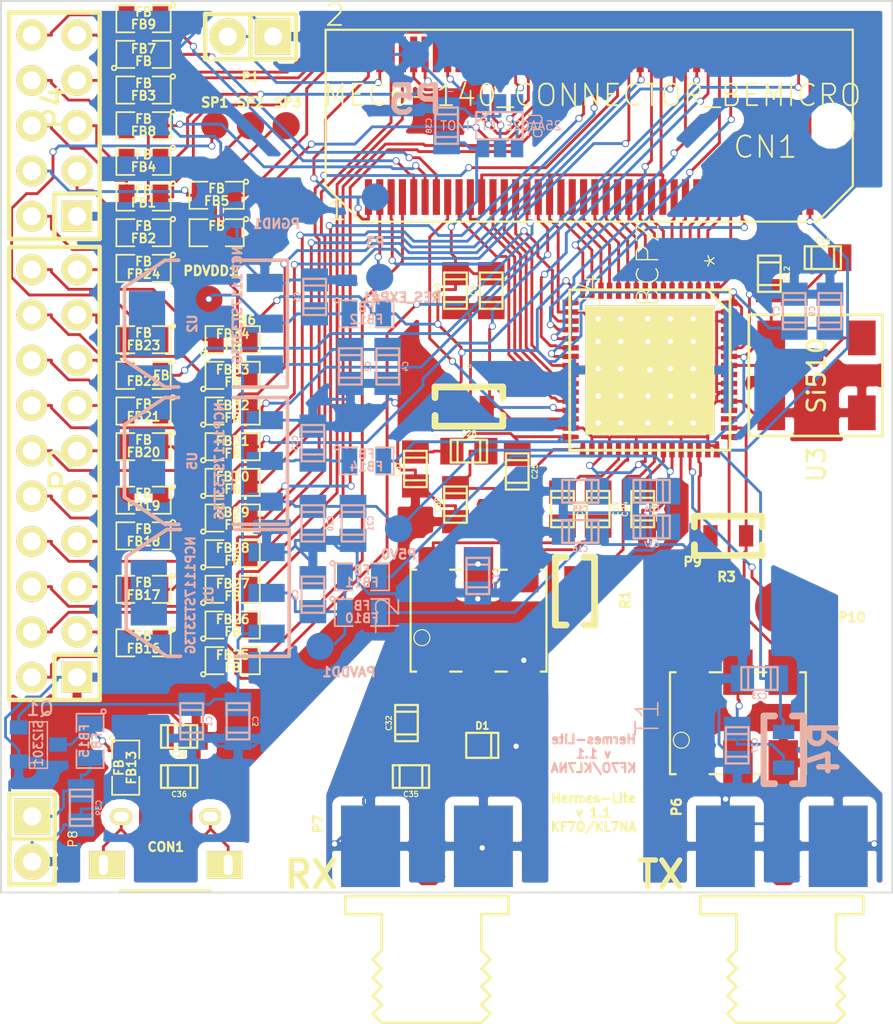
<source format=kicad_pcb>
(kicad_pcb (version 3) (host pcbnew "(2014-06-12 BZR 4942)-product")
  (title_block (title "Hermes Lite") (rev 1.1) (company KL7NA))
  (layers (15 F.Cu signal) (2 Inner2.Cu mixed) (1 Inner1.Cu mixed) (0 B.Cu signal) (18 B.Paste user) (19 F.Paste user) (20 B.SilkS user) (21 F.SilkS user) (22 B.Mask user) (23 F.Mask user) (28 Edge.Cuts user))
  (net 0 "")
  (net 1 VIN)
  (net 2 GND)
  (net 3 "Net-(C5-Pad1)")
  (net 4 "Net-(C6-Pad1)")
  (net 5 /DVDD)
  (net 6 /AVDD_ADC)
  (net 7 /CLKVDD)
  (net 8 "Net-(C17-Pad1)")
  (net 9 "Net-(C18-Pad1)")
  (net 10 /RXN)
  (net 11 "Net-(C19-Pad1)")
  (net 12 /RXP)
  (net 13 "Net-(C24-Pad1)")
  (net 14 "Net-(C25-Pad1)")
  (net 15 "Net-(C25-Pad2)")
  (net 16 "Net-(C27-Pad1)")
  (net 17 "Net-(C29-Pad1)")
  (net 18 "Net-(C32-Pad1)")
  (net 19 "Net-(C32-Pad2)")
  (net 20 "Net-(C33-Pad1)")
  (net 21 /AVDD_DAC)
  (net 22 "Net-(C35-Pad2)")
  (net 23 "Net-(C36-Pad1)")
  (net 24 "Net-(C39-Pad1)")
  (net 25 /SEN)
  (net 26 /SDIO)
  (net 27 "Net-(CN1-Pad65)")
  (net 28 /SDO)
  (net 29 "Net-(CN1-Pad63)")
  (net 30 /SCK)
  (net 31 "Net-(CN1-Pad61)")
  (net 32 "Net-(CN1-Pad59)")
  (net 33 "Net-(CN1-Pad57)")
  (net 34 "Net-(CN1-Pad55)")
  (net 35 "Net-(CN1-Pad52)")
  (net 36 "Net-(CN1-Pad51)")
  (net 37 "Net-(CN1-Pad49)")
  (net 38 "Net-(CN1-Pad47)")
  (net 39 "Net-(CN1-Pad45)")
  (net 40 "Net-(CN1-Pad43)")
  (net 41 "Net-(CN1-Pad41)")
  (net 42 "Net-(CN1-Pad39)")
  (net 43 "Net-(CN1-Pad37)")
  (net 44 "Net-(CN1-Pad35)")
  (net 45 "Net-(CN1-Pad34)")
  (net 46 "Net-(CN1-Pad31)")
  (net 47 /MAC_SO)
  (net 48 /MAC_SI)
  (net 49 "Net-(CN1-Pad27)")
  (net 50 "Net-(CN1-Pad26)")
  (net 51 "Net-(CN1-Pad25)")
  (net 52 /MAC_CS)
  (net 53 "Net-(CN1-Pad23)")
  (net 54 "Net-(CN1-Pad20)")
  (net 55 "Net-(CN1-Pad19)")
  (net 56 "Net-(CN1-Pad18)")
  (net 57 "Net-(CN1-Pad17)")
  (net 58 /MAC_SCK)
  (net 59 "Net-(CN1-Pad15)")
  (net 60 "Net-(CN1-Pad14)")
  (net 61 "Net-(CN1-Pad13)")
  (net 62 "Net-(CN1-Pad12)")
  (net 63 "Net-(CN1-Pad11)")
  (net 64 "Net-(CN1-Pad9)")
  (net 65 "Net-(CN1-Pad5)")
  (net 66 "Net-(CN1-Pad4)")
  (net 67 "Net-(CN1-Pad3)")
  (net 68 "Net-(CN1-Pad1)")
  (net 69 "Net-(CON1-Pad6)")
  (net 70 /B_SCK)
  (net 71 /PTT)
  (net 72 /B_SS)
  (net 73 /B_SDO)
  (net 74 "Net-(P6-Pad1)")
  (net 75 "Net-(R1-Pad2)")
  (net 76 "Net-(R3-Pad1)")
  (net 77 "Net-(R3-Pad2)")
  (net 78 "Net-(U3-Pad3)")
  (net 79 /GPIO1)
  (net 80 /GPIO2)
  (net 81 /GPIO4)
  (net 82 /GPIO3)
  (net 83 /GPIO5)
  (net 84 /EXP_PR)
  (net 85 /P57)
  (net 86 /P56)
  (net 87 /P55)
  (net 88 /P53)
  (net 89 /P52)
  (net 90 /P51)
  (net 91 /P50)
  (net 92 /P49)
  (net 93 /P48)
  (net 94 /P47)
  (net 95 /P12)
  (net 96 /P36)
  (net 97 /P2)
  (net 98 /P35)
  (net 99 "Net-(FB16-Pad2)")
  (net 100 "Net-(FB17-Pad2)")
  (net 101 "Net-(FB18-Pad2)")
  (net 102 "Net-(FB19-Pad2)")
  (net 103 "Net-(FB20-Pad2)")
  (net 104 "Net-(FB21-Pad2)")
  (net 105 "Net-(FB22-Pad2)")
  (net 106 "Net-(FB23-Pad1)")
  (net 107 "Net-(FB23-Pad2)")
  (net 108 "Net-(FB24-Pad1)")
  (net 109 "Net-(FB24-Pad2)")
  (net 110 "Net-(FB25-Pad1)")
  (net 111 "Net-(FB26-Pad1)")
  (net 112 "Net-(FB27-Pad1)")
  (net 113 "Net-(FB28-Pad1)")
  (net 114 "Net-(FB29-Pad1)")
  (net 115 "Net-(FB30-Pad1)")
  (net 116 "Net-(FB31-Pad1)")
  (net 117 "Net-(FB32-Pad1)")
  (net 118 "Net-(FB33-Pad1)")
  (net 119 "Net-(FB33-Pad2)")
  (net 120 "Net-(FB34-Pad1)")
  (net 121 "Net-(P9-Pad1)")
  (net 122 "Net-(P10-Pad1)")
  (module CP_64_3-M (layer F.Cu) (at 161.4 55.7 270)
    (fp_text reference U4 (at -2.98 2.66 270) (layer F.SilkS) (effects (font (size 1.2065 1.2065) (thickness 0.0762)) (justify left bottom)))
    (fp_text value AD9866BCPZ (at 3.4 -0.6 270) (layer F.SilkS) (effects (font (size 1.2065 1.2065) (thickness 0.0762)) (justify left bottom)))
    (fp_text user * (at -6.1214 -3.7338 270) (layer F.SilkS) (effects (font (size 1.2065 1.2065) (thickness 0.0762))))
    (pad 1 smd trapezoid (at -4.445 -3.7592 180) (size 0.3048 0.9144) (rect_delta 0 0.08) (layers F.Cu F.Paste F.Mask) (net 27 "Net-(CN1-Pad65)"))
    (pad 2 smd rect (at -4.445 -3.2512 180) (size 0.3048 0.9144) (layers F.Cu F.Paste F.Mask) (net 29 "Net-(CN1-Pad63)"))
    (pad 3 smd rect (at -4.445 -2.7432 180) (size 0.3048 0.9144) (layers F.Cu F.Paste F.Mask) (net 31 "Net-(CN1-Pad61)"))
    (pad 4 smd rect (at -4.445 -2.2606 180) (size 0.3048 0.9144) (layers F.Cu F.Paste F.Mask) (net 32 "Net-(CN1-Pad59)"))
    (pad 5 smd rect (at -4.445 -1.7526 180) (size 0.3048 0.9144) (layers F.Cu F.Paste F.Mask) (net 33 "Net-(CN1-Pad57)"))
    (pad 6 smd rect (at -4.445 -1.2446 180) (size 0.3048 0.9144) (layers F.Cu F.Paste F.Mask) (net 34 "Net-(CN1-Pad55)"))
    (pad 7 smd rect (at -4.445 -0.762 180) (size 0.3048 0.9144) (layers F.Cu F.Paste F.Mask) (net 36 "Net-(CN1-Pad51)"))
    (pad 8 smd rect (at -4.445 -0.254 180) (size 0.3048 0.9144) (layers F.Cu F.Paste F.Mask) (net 37 "Net-(CN1-Pad49)"))
    (pad 9 smd rect (at -4.445 0.254 180) (size 0.3048 0.9144) (layers F.Cu F.Paste F.Mask) (net 38 "Net-(CN1-Pad47)"))
    (pad 10 smd rect (at -4.445 0.762 180) (size 0.3048 0.9144) (layers F.Cu F.Paste F.Mask) (net 39 "Net-(CN1-Pad45)"))
    (pad 11 smd rect (at -4.445 1.2446 180) (size 0.3048 0.9144) (layers F.Cu F.Paste F.Mask) (net 40 "Net-(CN1-Pad43)"))
    (pad 12 smd rect (at -4.445 1.7526 180) (size 0.3048 0.9144) (layers F.Cu F.Paste F.Mask) (net 41 "Net-(CN1-Pad41)"))
    (pad 13 smd rect (at -4.445 2.2606 180) (size 0.3048 0.9144) (layers F.Cu F.Paste F.Mask) (net 42 "Net-(CN1-Pad39)"))
    (pad 14 smd rect (at -4.445 2.7432 180) (size 0.3048 0.9144) (layers F.Cu F.Paste F.Mask) (net 43 "Net-(CN1-Pad37)"))
    (pad 15 smd rect (at -4.445 3.2512 180) (size 0.3048 0.9144) (layers F.Cu F.Paste F.Mask) (net 44 "Net-(CN1-Pad35)"))
    (pad 16 smd trapezoid (at -4.445 3.7592 180) (size 0.3048 0.9144) (rect_delta 0 0.08) (layers F.Cu F.Paste F.Mask) (net 35 "Net-(CN1-Pad52)"))
    (pad 17 smd trapezoid (at -3.7592 4.445 270) (size 0.3048 0.9144) (rect_delta 0 0.08) (layers F.Cu F.Paste F.Mask) (net 5 /DVDD))
    (pad 18 smd rect (at -3.2512 4.445 90) (size 0.3048 0.9144) (layers F.Cu F.Paste F.Mask) (net 2 GND))
    (pad 19 smd rect (at -2.7432 4.445 90) (size 0.3048 0.9144) (layers F.Cu F.Paste F.Mask) (net 65 "Net-(CN1-Pad5)"))
    (pad 20 smd rect (at -2.2606 4.445 90) (size 0.3048 0.9144) (layers F.Cu F.Paste F.Mask) (net 26 /SDIO))
    (pad 21 smd rect (at -1.7526 4.445 90) (size 0.3048 0.9144) (layers F.Cu F.Paste F.Mask) (net 28 /SDO))
    (pad 22 smd rect (at -1.2446 4.445 90) (size 0.3048 0.9144) (layers F.Cu F.Paste F.Mask) (net 30 /SCK))
    (pad 23 smd rect (at -0.762 4.445 90) (size 0.3048 0.9144) (layers F.Cu F.Paste F.Mask) (net 25 /SEN))
    (pad 24 smd rect (at -0.254 4.445 90) (size 0.3048 0.9144) (layers F.Cu F.Paste F.Mask) (net 49 "Net-(CN1-Pad27)"))
    (pad 25 smd rect (at 0.254 4.445 90) (size 0.3048 0.9144) (layers F.Cu F.Paste F.Mask) (net 51 "Net-(CN1-Pad25)"))
    (pad 26 smd rect (at 0.762 4.445 90) (size 0.3048 0.9144) (layers F.Cu F.Paste F.Mask) (net 53 "Net-(CN1-Pad23)"))
    (pad 27 smd rect (at 1.2446 4.445 90) (size 0.3048 0.9144) (layers F.Cu F.Paste F.Mask) (net 55 "Net-(CN1-Pad19)"))
    (pad 28 smd rect (at 1.7526 4.445 90) (size 0.3048 0.9144) (layers F.Cu F.Paste F.Mask) (net 57 "Net-(CN1-Pad17)"))
    (pad 29 smd rect (at 2.2606 4.445 90) (size 0.3048 0.9144) (layers F.Cu F.Paste F.Mask) (net 59 "Net-(CN1-Pad15)"))
    (pad 30 smd rect (at 2.7432 4.445 90) (size 0.3048 0.9144) (layers F.Cu F.Paste F.Mask) (net 46 "Net-(CN1-Pad31)"))
    (pad 31 smd rect (at 3.2512 4.445 90) (size 0.3048 0.9144) (layers F.Cu F.Paste F.Mask) (net 2 GND))
    (pad 32 smd trapezoid (at 3.7592 4.445 270) (size 0.3048 0.9144) (rect_delta 0 0.08) (layers F.Cu F.Paste F.Mask) (net 15 "Net-(C25-Pad2)"))
    (pad 33 smd trapezoid (at 4.445 3.7592) (size 0.3048 0.9144) (rect_delta 0 0.08) (layers F.Cu F.Paste F.Mask) (net 14 "Net-(C25-Pad1)"))
    (pad 34 smd rect (at 4.445 3.2512 180) (size 0.3048 0.9144) (layers F.Cu F.Paste F.Mask) (net 2 GND))
    (pad 35 smd rect (at 4.445 2.7432 180) (size 0.3048 0.9144) (layers F.Cu F.Paste F.Mask) (net 6 /AVDD_ADC))
    (pad 36 smd rect (at 4.445 2.2606 180) (size 0.3048 0.9144) (layers F.Cu F.Paste F.Mask) (net 2 GND))
    (pad 37 smd rect (at 4.445 1.7526 180) (size 0.3048 0.9144) (layers F.Cu F.Paste F.Mask) (net 10 /RXN))
    (pad 38 smd rect (at 4.445 1.2446 180) (size 0.3048 0.9144) (layers F.Cu F.Paste F.Mask) (net 12 /RXP))
    (pad 39 smd rect (at 4.445 0.762 180) (size 0.3048 0.9144) (layers F.Cu F.Paste F.Mask) (net 2 GND))
    (pad 40 smd rect (at 4.445 0.254 180) (size 0.3048 0.9144) (layers F.Cu F.Paste F.Mask) (net 6 /AVDD_ADC))
    (pad 41 smd rect (at 4.445 -0.254 180) (size 0.3048 0.9144) (layers F.Cu F.Paste F.Mask) (net 75 "Net-(R1-Pad2)"))
    (pad 42 smd rect (at 4.445 -0.762 180) (size 0.3048 0.9144) (layers F.Cu F.Paste F.Mask) (net 13 "Net-(C24-Pad1)"))
    (pad 43 smd rect (at 4.445 -1.2446 180) (size 0.3048 0.9144) (layers F.Cu F.Paste F.Mask) (net 21 /AVDD_DAC))
    (pad 44 smd rect (at 4.445 -1.7526 180) (size 0.3048 0.9144) (layers F.Cu F.Paste F.Mask) (net 2 GND))
    (pad 45 smd rect (at 4.445 -2.2606 180) (size 0.3048 0.9144) (layers F.Cu F.Paste F.Mask) (net 122 "Net-(P10-Pad1)"))
    (pad 46 smd rect (at 4.445 -2.7432 180) (size 0.3048 0.9144) (layers F.Cu F.Paste F.Mask) (net 77 "Net-(R3-Pad2)"))
    (pad 47 smd rect (at 4.445 -3.2512 180) (size 0.3048 0.9144) (layers F.Cu F.Paste F.Mask) (net 2 GND))
    (pad 48 smd trapezoid (at 4.445 -3.7592) (size 0.3048 0.9144) (rect_delta 0 0.08) (layers F.Cu F.Paste F.Mask) (net 2 GND))
    (pad 49 smd trapezoid (at 3.7592 -4.445 90) (size 0.3048 0.9144) (rect_delta 0 0.07) (layers F.Cu F.Paste F.Mask) (net 121 "Net-(P9-Pad1)"))
    (pad 50 smd rect (at 3.2512 -4.445 90) (size 0.3048 0.9144) (layers F.Cu F.Paste F.Mask) (net 76 "Net-(R3-Pad1)"))
    (pad 51 smd rect (at 2.7432 -4.445 90) (size 0.3048 0.9144) (layers F.Cu F.Paste F.Mask))
    (pad 52 smd rect (at 2.2606 -4.445 90) (size 0.3048 0.9144) (layers F.Cu F.Paste F.Mask))
    (pad 53 smd rect (at 1.7526 -4.445 90) (size 0.3048 0.9144) (layers F.Cu F.Paste F.Mask) (net 2 GND))
    (pad 54 smd rect (at 1.2446 -4.445 90) (size 0.3048 0.9144) (layers F.Cu F.Paste F.Mask) (net 2 GND))
    (pad 55 smd rect (at 0.762 -4.445 90) (size 0.3048 0.9144) (layers F.Cu F.Paste F.Mask) (net 2 GND))
    (pad 56 smd rect (at 0.254 -4.445 90) (size 0.3048 0.9144) (layers F.Cu F.Paste F.Mask))
    (pad 57 smd rect (at -0.254 -4.445 90) (size 0.3048 0.9144) (layers F.Cu F.Paste F.Mask) (net 78 "Net-(U3-Pad3)"))
    (pad 58 smd rect (at -0.762 -4.445 90) (size 0.3048 0.9144) (layers F.Cu F.Paste F.Mask) (net 7 /CLKVDD))
    (pad 59 smd rect (at -1.2446 -4.445 90) (size 0.3048 0.9144) (layers F.Cu F.Paste F.Mask) (net 2 GND))
    (pad 60 smd rect (at -1.7526 -4.445 90) (size 0.3048 0.9144) (layers F.Cu F.Paste F.Mask) (net 5 /DVDD))
    (pad 61 smd rect (at -2.2606 -4.445 90) (size 0.3048 0.9144) (layers F.Cu F.Paste F.Mask))
    (pad 62 smd rect (at -2.7432 -4.445 90) (size 0.3048 0.9144) (layers F.Cu F.Paste F.Mask) (net 2 GND))
    (pad 63 smd rect (at -3.2512 -4.445 90) (size 0.3048 0.9144) (layers F.Cu F.Paste F.Mask) (net 2 GND))
    (pad 64 smd trapezoid (at -3.7592 -4.445 90) (size 0.3048 0.9144) (rect_delta 0 0.08) (layers F.Cu F.Paste F.Mask) (net 5 /DVDD))
    (pad 65 thru_hole rect (at 0 0 270) (size 7.239 7.239) (drill 0.3) (layers *.Cu *.Mask F.SilkS) (net 2 GND))
  )
  (module Resistors_SMD:Resistor_SMD0805_ReflowWave (layer F.Cu) (at 157.2 68.1 90)
    (fp_text reference R1 (at -0.48 2.82 90) (layer F.SilkS) (effects (font (size 0.524 0.524) (thickness 0.131))))
    (fp_text value 1.6K hide)
    (pad 1 smd rect (at -1.00076 0 90) (size 0.8001 1.19888) (layers F.Cu F.Paste F.Mask) (net 2 GND))
    (pad 2 smd rect (at 1.00076 0 90) (size 0.8001 1.19888) (layers F.Cu F.Paste F.Mask) (net 75 "Net-(R1-Pad2)"))
  )
  (module Measurement_Points:Measurement_Point_Round-SMD-Pad_Small (layer B.Cu) (at 142.89 71.2)
    (fp_text reference PAVDD1 (at 1.636 1.444) (layer B.SilkS) (effects (font (size 0.524 0.524) (thickness 0.131)) (justify mirror)))
    (fp_text value CONN_1 hide)
    (pad 1 smd circle (at 0 0) (size 1.524 1.524) (layers B.Cu B.Paste B.Mask) (net 3 "Net-(C5-Pad1)"))
  )
  (module Capacitors_SMD:c_0805 (layer B.Cu) (at 135.7 75.4 90)
    (fp_text reference C1 (at 0 0.9906 90) (layer B.SilkS) (effects (font (size 0.29972 0.29972) (thickness 0.06096)) (justify mirror)))
    (fp_text value 0.1UF hide)
    (pad 1 smd rect (at 0.9525 0 90) (size 1.30048 1.4986) (layers B.Cu B.Paste B.Mask) (net 1 VIN))
    (pad 2 smd rect (at -0.9525 0 90) (size 1.30048 1.4986) (layers B.Cu B.Paste B.Mask) (net 2 GND))
  )
  (module Capacitors_SMD:c_0805 (layer B.Cu) (at 144.6 55.5 90)
    (fp_text reference C2 (at 0 0.9906 90) (layer B.SilkS) (effects (font (size 0.29972 0.29972) (thickness 0.06096)) (justify mirror)))
    (fp_text value 0.1UF hide)
    (pad 1 smd rect (at 0.9525 0 90) (size 1.30048 1.4986) (layers B.Cu B.Paste B.Mask) (net 1 VIN))
    (pad 2 smd rect (at -0.9525 0 90) (size 1.30048 1.4986) (layers B.Cu B.Paste B.Mask) (net 2 GND))
  )
  (module Capacitors_SMD:c_0805 (layer B.Cu) (at 138.3 75.4 90)
    (fp_text reference C3 (at 0 0.9906 90) (layer B.SilkS) (effects (font (size 0.29972 0.29972) (thickness 0.06096)) (justify mirror)))
    (fp_text value 1UF hide)
    (pad 1 smd rect (at 0.9525 0 90) (size 1.30048 1.4986) (layers B.Cu B.Paste B.Mask) (net 1 VIN))
    (pad 2 smd rect (at -0.9525 0 90) (size 1.30048 1.4986) (layers B.Cu B.Paste B.Mask) (net 2 GND))
  )
  (module Capacitors_SMD:c_0805 (layer B.Cu) (at 146.7 55.5 90)
    (fp_text reference C4 (at 0 0.9906 90) (layer B.SilkS) (effects (font (size 0.29972 0.29972) (thickness 0.06096)) (justify mirror)))
    (fp_text value 1UF hide)
    (pad 1 smd rect (at 0.9525 0 90) (size 1.30048 1.4986) (layers B.Cu B.Paste B.Mask) (net 1 VIN))
    (pad 2 smd rect (at -0.9525 0 90) (size 1.30048 1.4986) (layers B.Cu B.Paste B.Mask) (net 2 GND))
  )
  (module Capacitors_SMD:c_0805 (layer B.Cu) (at 142.5 68.3 270)
    (fp_text reference C5 (at 0 0.9906 270) (layer B.SilkS) (effects (font (size 0.29972 0.29972) (thickness 0.06096)) (justify mirror)))
    (fp_text value 10UF hide)
    (pad 1 smd rect (at 0.9525 0 270) (size 1.30048 1.4986) (layers B.Cu B.Paste B.Mask) (net 3 "Net-(C5-Pad1)"))
    (pad 2 smd rect (at -0.9525 0 270) (size 1.30048 1.4986) (layers B.Cu B.Paste B.Mask) (net 2 GND))
  )
  (module Capacitors_SMD:c_0805 (layer B.Cu) (at 142.6 51.6 270)
    (fp_text reference C6 (at 0 0.9906 270) (layer B.SilkS) (effects (font (size 0.29972 0.29972) (thickness 0.06096)) (justify mirror)))
    (fp_text value 10UF hide)
    (pad 1 smd rect (at 0.9525 0 270) (size 1.30048 1.4986) (layers B.Cu B.Paste B.Mask) (net 4 "Net-(C6-Pad1)"))
    (pad 2 smd rect (at -0.9525 0 270) (size 1.30048 1.4986) (layers B.Cu B.Paste B.Mask) (net 2 GND))
  )
  (module Capacitors_SMD:c_0805 (layer B.Cu) (at 169.5 52.4 270)
    (fp_text reference C7 (at 0 0.9906 270) (layer B.SilkS) (effects (font (size 0.29972 0.29972) (thickness 0.06096)) (justify mirror)))
    (fp_text value 0.1UF hide)
    (pad 1 smd rect (at 0.9525 0 270) (size 1.30048 1.4986) (layers B.Cu B.Paste B.Mask) (net 5 /DVDD))
    (pad 2 smd rect (at -0.9525 0 270) (size 1.30048 1.4986) (layers B.Cu B.Paste B.Mask) (net 2 GND))
  )
  (module Capacitors_SMD:c_0805 (layer F.Cu) (at 152.5 51.25 90)
    (fp_text reference C8 (at 0 -0.9906 90) (layer F.SilkS) (effects (font (size 0.29972 0.29972) (thickness 0.06096))))
    (fp_text value 0.1UF hide)
    (pad 1 smd rect (at 0.9525 0 90) (size 1.30048 1.4986) (layers F.Cu F.Paste F.Mask) (net 5 /DVDD))
    (pad 2 smd rect (at -0.9525 0 90) (size 1.30048 1.4986) (layers F.Cu F.Paste F.Mask) (net 2 GND))
  )
  (module Capacitors_SMD:c_0805 (layer B.Cu) (at 171.5 52.4 270)
    (fp_text reference C9 (at 0 0.9906 270) (layer B.SilkS) (effects (font (size 0.29972 0.29972) (thickness 0.06096)) (justify mirror)))
    (fp_text value 1UF hide)
    (pad 1 smd rect (at 0.9525 0 270) (size 1.30048 1.4986) (layers B.Cu B.Paste B.Mask) (net 5 /DVDD))
    (pad 2 smd rect (at -0.9525 0 270) (size 1.30048 1.4986) (layers B.Cu B.Paste B.Mask) (net 2 GND))
  )
  (module Capacitors_SMD:c_0805 (layer F.Cu) (at 150.5 51.25 90)
    (fp_text reference C10 (at 0 -0.9906 90) (layer F.SilkS) (effects (font (size 0.29972 0.29972) (thickness 0.06096))))
    (fp_text value 1UF hide)
    (pad 1 smd rect (at 0.9525 0 90) (size 1.30048 1.4986) (layers F.Cu F.Paste F.Mask) (net 5 /DVDD))
    (pad 2 smd rect (at -0.9525 0 90) (size 1.30048 1.4986) (layers F.Cu F.Paste F.Mask) (net 2 GND))
  )
  (module Capacitors_SMD:c_0805 (layer F.Cu) (at 168.1 50.3 270)
    (fp_text reference C12 (at 0 -0.9906 270) (layer F.SilkS) (effects (font (size 0.29972 0.29972) (thickness 0.06096))))
    (fp_text value 0.1UF hide)
    (pad 1 smd rect (at 0.9525 0 270) (size 1.30048 1.4986) (layers F.Cu F.Paste F.Mask) (net 7 /CLKVDD))
    (pad 2 smd rect (at -0.9525 0 270) (size 1.30048 1.4986) (layers F.Cu F.Paste F.Mask) (net 2 GND))
  )
  (module Capacitors_SMD:c_0805 (layer F.Cu) (at 171.1 49.4)
    (fp_text reference C14 (at 0 -0.9906) (layer F.SilkS) (effects (font (size 0.29972 0.29972) (thickness 0.06096))))
    (fp_text value 1UF hide)
    (pad 1 smd rect (at 0.9525 0) (size 1.30048 1.4986) (layers F.Cu F.Paste F.Mask) (net 7 /CLKVDD))
    (pad 2 smd rect (at -0.9525 0) (size 1.30048 1.4986) (layers F.Cu F.Paste F.Mask) (net 2 GND))
  )
  (module Capacitors_SMD:c_0805 (layer B.Cu) (at 157.5 62.5)
    (fp_text reference C15 (at 0 0.9906) (layer B.SilkS) (effects (font (size 0.29972 0.29972) (thickness 0.06096)) (justify mirror)))
    (fp_text value 0.1UF hide)
    (pad 1 smd rect (at 0.9525 0) (size 1.30048 1.4986) (layers B.Cu B.Paste B.Mask) (net 6 /AVDD_ADC))
    (pad 2 smd rect (at -0.9525 0) (size 1.30048 1.4986) (layers B.Cu B.Paste B.Mask) (net 2 GND))
  )
  (module Capacitors_SMD:c_0805 (layer B.Cu) (at 157.5 64.75)
    (fp_text reference C16 (at 0 0.9906) (layer B.SilkS) (effects (font (size 0.29972 0.29972) (thickness 0.06096)) (justify mirror)))
    (fp_text value 1UF hide)
    (pad 1 smd rect (at 0.9525 0) (size 1.30048 1.4986) (layers B.Cu B.Paste B.Mask) (net 6 /AVDD_ADC))
    (pad 2 smd rect (at -0.9525 0) (size 1.30048 1.4986) (layers B.Cu B.Paste B.Mask) (net 2 GND))
  )
  (module Capacitors_SMD:c_0805 (layer B.Cu) (at 151.75 67.25 90)
    (fp_text reference C17 (at 0 0.9906 90) (layer B.SilkS) (effects (font (size 0.29972 0.29972) (thickness 0.06096)) (justify mirror)))
    (fp_text value 0.1UF hide)
    (pad 1 smd rect (at 0.9525 0 90) (size 1.30048 1.4986) (layers B.Cu B.Paste B.Mask) (net 8 "Net-(C17-Pad1)"))
    (pad 2 smd rect (at -0.9525 0 90) (size 1.30048 1.4986) (layers B.Cu B.Paste B.Mask) (net 2 GND))
  )
  (module Capacitors_SMD:c_0805 (layer F.Cu) (at 156.5 63.5 270)
    (fp_text reference C18 (at 0 -0.9906 270) (layer F.SilkS) (effects (font (size 0.29972 0.29972) (thickness 0.06096))))
    (fp_text value 0.1UF hide)
    (pad 1 smd rect (at 0.9525 0 270) (size 1.30048 1.4986) (layers F.Cu F.Paste F.Mask) (net 9 "Net-(C18-Pad1)"))
    (pad 2 smd rect (at -0.9525 0 270) (size 1.30048 1.4986) (layers F.Cu F.Paste F.Mask) (net 10 /RXN))
  )
  (module Capacitors_SMD:c_0805 (layer F.Cu) (at 158.5 63.5 270)
    (fp_text reference C19 (at 0 -0.9906 270) (layer F.SilkS) (effects (font (size 0.29972 0.29972) (thickness 0.06096))))
    (fp_text value 0.1UF hide)
    (pad 1 smd rect (at 0.9525 0 270) (size 1.30048 1.4986) (layers F.Cu F.Paste F.Mask) (net 11 "Net-(C19-Pad1)"))
    (pad 2 smd rect (at -0.9525 0 270) (size 1.30048 1.4986) (layers F.Cu F.Paste F.Mask) (net 12 /RXP))
  )
  (module Capacitors_SMD:c_0805 (layer B.Cu) (at 142.5 64.3 90)
    (fp_text reference C20 (at 0 0.9906 90) (layer B.SilkS) (effects (font (size 0.29972 0.29972) (thickness 0.06096)) (justify mirror)))
    (fp_text value 0.1UF hide)
    (pad 1 smd rect (at 0.9525 0 90) (size 1.30048 1.4986) (layers B.Cu B.Paste B.Mask) (net 1 VIN))
    (pad 2 smd rect (at -0.9525 0 90) (size 1.30048 1.4986) (layers B.Cu B.Paste B.Mask) (net 2 GND))
  )
  (module Capacitors_SMD:c_0805 (layer B.Cu) (at 144.75 64.3 90)
    (fp_text reference C21 (at 0 0.9906 90) (layer B.SilkS) (effects (font (size 0.29972 0.29972) (thickness 0.06096)) (justify mirror)))
    (fp_text value 1UF hide)
    (pad 1 smd rect (at 0.9525 0 90) (size 1.30048 1.4986) (layers B.Cu B.Paste B.Mask) (net 1 VIN))
    (pad 2 smd rect (at -0.9525 0 90) (size 1.30048 1.4986) (layers B.Cu B.Paste B.Mask) (net 2 GND))
  )
  (module Capacitors_SMD:c_0805 (layer B.Cu) (at 167.55 73)
    (fp_text reference C23 (at 0 0.9906) (layer B.SilkS) (effects (font (size 0.29972 0.29972) (thickness 0.06096)) (justify mirror)))
    (fp_text value 10UF hide)
    (pad 1 smd rect (at 0.9525 0) (size 1.30048 1.4986) (layers B.Cu B.Paste B.Mask) (net 1 VIN))
    (pad 2 smd rect (at -0.9525 0) (size 1.30048 1.4986) (layers B.Cu B.Paste B.Mask) (net 2 GND))
  )
  (module Capacitors_SMD:c_0805 (layer F.Cu) (at 161 63.5 90)
    (fp_text reference C24 (at 0 -0.9906 90) (layer F.SilkS) (effects (font (size 0.29972 0.29972) (thickness 0.06096))))
    (fp_text value 0.1UF hide)
    (pad 1 smd rect (at 0.9525 0 90) (size 1.30048 1.4986) (layers F.Cu F.Paste F.Mask) (net 13 "Net-(C24-Pad1)"))
    (pad 2 smd rect (at -0.9525 0 90) (size 1.30048 1.4986) (layers F.Cu F.Paste F.Mask) (net 2 GND))
  )
  (module Capacitors_SMD:c_0805 (layer F.Cu) (at 153.96 61.39 270)
    (fp_text reference C25 (at 0 -0.9906 270) (layer F.SilkS) (effects (font (size 0.29972 0.29972) (thickness 0.06096))))
    (fp_text value 0.1UF hide)
    (pad 1 smd rect (at 0.9525 0 270) (size 1.30048 1.4986) (layers F.Cu F.Paste F.Mask) (net 14 "Net-(C25-Pad1)"))
    (pad 2 smd rect (at -0.9525 0 270) (size 1.30048 1.4986) (layers F.Cu F.Paste F.Mask) (net 15 "Net-(C25-Pad2)"))
  )
  (module Capacitors_SMD:c_0805 (layer B.Cu) (at 166.3 76.75 90)
    (fp_text reference C27 (at 0 0.9906 90) (layer B.SilkS) (effects (font (size 0.29972 0.29972) (thickness 0.06096)) (justify mirror)))
    (fp_text value 0.1UF hide)
    (pad 1 smd rect (at 0.9525 0 90) (size 1.30048 1.4986) (layers B.Cu B.Paste B.Mask) (net 16 "Net-(C27-Pad1)"))
    (pad 2 smd rect (at -0.9525 0 90) (size 1.30048 1.4986) (layers B.Cu B.Paste B.Mask) (net 2 GND))
  )
  (module Capacitors_SMD:c_0805 (layer F.Cu) (at 151.25 60.25)
    (fp_text reference C28 (at 0 -0.9906) (layer F.SilkS) (effects (font (size 0.29972 0.29972) (thickness 0.06096))))
    (fp_text value 10UF hide)
    (pad 1 smd rect (at 0.9525 0) (size 1.30048 1.4986) (layers F.Cu F.Paste F.Mask) (net 14 "Net-(C25-Pad1)"))
    (pad 2 smd rect (at -0.9525 0) (size 1.30048 1.4986) (layers F.Cu F.Paste F.Mask) (net 15 "Net-(C25-Pad2)"))
  )
  (module Capacitors_SMD:c_0805 (layer F.Cu) (at 135 76.25 180)
    (fp_text reference C29 (at 0 -0.9906 180) (layer F.SilkS) (effects (font (size 0.29972 0.29972) (thickness 0.06096))))
    (fp_text value 10UF hide)
    (pad 1 smd rect (at 0.9525 0 180) (size 1.30048 1.4986) (layers F.Cu F.Paste F.Mask) (net 17 "Net-(C29-Pad1)"))
    (pad 2 smd rect (at -0.9525 0 180) (size 1.30048 1.4986) (layers F.Cu F.Paste F.Mask) (net 2 GND))
  )
  (module Capacitors_SMD:c_0805 (layer F.Cu) (at 150.5 63.25 90)
    (fp_text reference C30 (at 0 -0.9906 90) (layer F.SilkS) (effects (font (size 0.29972 0.29972) (thickness 0.06096))))
    (fp_text value 0.1UF hide)
    (pad 1 smd rect (at 0.9525 0 90) (size 1.30048 1.4986) (layers F.Cu F.Paste F.Mask) (net 14 "Net-(C25-Pad1)"))
    (pad 2 smd rect (at -0.9525 0 90) (size 1.30048 1.4986) (layers F.Cu F.Paste F.Mask) (net 2 GND))
  )
  (module Capacitors_SMD:c_0805 (layer F.Cu) (at 148.25 61.25 90)
    (fp_text reference C31 (at 0 -0.9906 90) (layer F.SilkS) (effects (font (size 0.29972 0.29972) (thickness 0.06096))))
    (fp_text value 0.1UF hide)
    (pad 1 smd rect (at 0.9525 0 90) (size 1.30048 1.4986) (layers F.Cu F.Paste F.Mask) (net 15 "Net-(C25-Pad2)"))
    (pad 2 smd rect (at -0.9525 0 90) (size 1.30048 1.4986) (layers F.Cu F.Paste F.Mask) (net 2 GND))
  )
  (module Capacitors_SMD:c_0805 (layer F.Cu) (at 147.75 75.5 90)
    (fp_text reference C32 (at 0 -0.9906 90) (layer F.SilkS) (effects (font (size 0.29972 0.29972) (thickness 0.06096))))
    (fp_text value 0.1UF hide)
    (pad 1 smd rect (at 0.9525 0 90) (size 1.30048 1.4986) (layers F.Cu F.Paste F.Mask) (net 18 "Net-(C32-Pad1)"))
    (pad 2 smd rect (at -0.9525 0 90) (size 1.30048 1.4986) (layers F.Cu F.Paste F.Mask) (net 19 "Net-(C32-Pad2)"))
  )
  (module Capacitors_SMD:c_0805 (layer B.Cu) (at 142.5 59.8 270)
    (fp_text reference C33 (at 0 0.9906 270) (layer B.SilkS) (effects (font (size 0.29972 0.29972) (thickness 0.06096)) (justify mirror)))
    (fp_text value 10UF hide)
    (pad 1 smd rect (at 0.9525 0 270) (size 1.30048 1.4986) (layers B.Cu B.Paste B.Mask) (net 20 "Net-(C33-Pad1)"))
    (pad 2 smd rect (at -0.9525 0 270) (size 1.30048 1.4986) (layers B.Cu B.Paste B.Mask) (net 2 GND))
  )
  (module Capacitors_SMD:c_0805 (layer B.Cu) (at 161.5 62.5)
    (fp_text reference C34 (at 0 0.9906) (layer B.SilkS) (effects (font (size 0.29972 0.29972) (thickness 0.06096)) (justify mirror)))
    (fp_text value 0.1UF hide)
    (pad 1 smd rect (at 0.9525 0) (size 1.30048 1.4986) (layers B.Cu B.Paste B.Mask) (net 21 /AVDD_DAC))
    (pad 2 smd rect (at -0.9525 0) (size 1.30048 1.4986) (layers B.Cu B.Paste B.Mask) (net 2 GND))
  )
  (module Capacitors_SMD:c_0805 (layer F.Cu) (at 148 78.5 180)
    (fp_text reference C35 (at 0 -0.9906 180) (layer F.SilkS) (effects (font (size 0.29972 0.29972) (thickness 0.06096))))
    (fp_text value 0.1UF hide)
    (pad 1 smd rect (at 0.9525 0 180) (size 1.30048 1.4986) (layers F.Cu F.Paste F.Mask) (net 19 "Net-(C32-Pad2)"))
    (pad 2 smd rect (at -0.9525 0 180) (size 1.30048 1.4986) (layers F.Cu F.Paste F.Mask) (net 22 "Net-(C35-Pad2)"))
  )
  (module Capacitors_SMD:c_0805 (layer F.Cu) (at 135 78.5 180)
    (fp_text reference C36 (at 0 -0.9906 180) (layer F.SilkS) (effects (font (size 0.29972 0.29972) (thickness 0.06096))))
    (fp_text value 0.1UF hide)
    (pad 1 smd rect (at 0.9525 0 180) (size 1.30048 1.4986) (layers F.Cu F.Paste F.Mask) (net 23 "Net-(C36-Pad1)"))
    (pad 2 smd rect (at -0.9525 0 180) (size 1.30048 1.4986) (layers F.Cu F.Paste F.Mask) (net 2 GND))
  )
  (module Capacitors_SMD:c_0805 (layer B.Cu) (at 161.5 64.5)
    (fp_text reference C37 (at 0 0.9906) (layer B.SilkS) (effects (font (size 0.29972 0.29972) (thickness 0.06096)) (justify mirror)))
    (fp_text value 1UF hide)
    (pad 1 smd rect (at 0.9525 0) (size 1.30048 1.4986) (layers B.Cu B.Paste B.Mask) (net 21 /AVDD_DAC))
    (pad 2 smd rect (at -0.9525 0) (size 1.30048 1.4986) (layers B.Cu B.Paste B.Mask) (net 2 GND))
  )
  (module Capacitors_SMD:c_0805 (layer B.Cu) (at 150 42 270)
    (fp_text reference C38 (at 0 0.9906 270) (layer B.SilkS) (effects (font (size 0.29972 0.29972) (thickness 0.06096)) (justify mirror)))
    (fp_text value 0.1UF hide)
    (pad 1 smd rect (at 0.9525 0 270) (size 1.30048 1.4986) (layers B.Cu B.Paste B.Mask) (net 5 /DVDD))
    (pad 2 smd rect (at -0.9525 0 270) (size 1.30048 1.4986) (layers B.Cu B.Paste B.Mask) (net 2 GND))
  )
  (module Capacitors_SMD:c_0805 (layer B.Cu) (at 129.5 80.25 90)
    (fp_text reference C39 (at 0 0.9906 90) (layer B.SilkS) (effects (font (size 0.29972 0.29972) (thickness 0.06096)) (justify mirror)))
    (fp_text value 0.1UF hide)
    (pad 1 smd rect (at 0.9525 0 90) (size 1.30048 1.4986) (layers B.Cu B.Paste B.Mask) (net 24 "Net-(C39-Pad1)"))
    (pad 2 smd rect (at -0.9525 0 90) (size 1.30048 1.4986) (layers B.Cu B.Paste B.Mask) (net 2 GND))
  )
  (module BEMICRO:MEC6-140-02-X-D-RAX (layer F.Cu) (at 158 42 180)
    (fp_text reference CN1 (at -8 -1.9 180) (layer F.SilkS) (effects (font (size 1.2065 1.2065) (thickness 0.1016)) (justify left bottom)))
    (fp_text value MEC6-140_CONNECTOR_BEMICRO (at 15 1 180) (layer F.SilkS) (effects (font (size 1.2065 1.2065) (thickness 0.1016)) (justify left bottom)))
    (fp_text user 1 (at 14.8 -5.4 180) (layer F.SilkS) (effects (font (size 1.2065 1.2065) (thickness 0.1016)) (justify left bottom)))
    (fp_text user 2 (at 14.9 5.5 360) (layer F.SilkS) (effects (font (size 1.2065 1.2065) (thickness 0.1016)) (justify left bottom)))
    (pad 80 smd rect (at -12.3825 4 180) (size 0.4 2) (layers F.Cu F.Paste F.Mask) (net 1 VIN))
    (pad 79 smd rect (at -12.3825 -4 180) (size 0.4 2) (layers F.Cu F.Paste F.Mask) (net 1 VIN))
    (pad 78 smd rect (at -11.7475 4 180) (size 0.4 2) (layers F.Cu F.Paste F.Mask) (net 84 /EXP_PR))
    (pad 77 smd rect (at -11.7475 -4 180) (size 0.4 2) (layers F.Cu F.Paste F.Mask))
    (pad 76 smd rect (at -11.1125 4 180) (size 0.4 2) (layers F.Cu F.Paste F.Mask) (net 2 GND))
    (pad 75 smd rect (at -11.1125 -4 180) (size 0.4 2) (layers F.Cu F.Paste F.Mask))
    (pad 74 smd rect (at -10.4775 4 180) (size 0.4 2) (layers F.Cu F.Paste F.Mask))
    (pad 73 smd rect (at -10.4775 -4 180) (size 0.4 2) (layers F.Cu F.Paste F.Mask))
    (pad 72 smd rect (at -9.8425 4 180) (size 0.4 2) (layers F.Cu F.Paste F.Mask))
    (pad 71 smd rect (at -9.8425 -4 180) (size 0.4 2) (layers F.Cu F.Paste F.Mask))
    (pad 70 smd rect (at -9.2075 4 180) (size 0.4 2) (layers F.Cu F.Paste F.Mask))
    (pad 69 smd rect (at -9.2075 -4 180) (size 0.4 2) (layers F.Cu F.Paste F.Mask))
    (pad 68 smd rect (at -8.5725 4 180) (size 0.4 2) (layers F.Cu F.Paste F.Mask))
    (pad 67 smd rect (at -8.5725 -4 180) (size 0.4 2) (layers F.Cu F.Paste F.Mask) (net 25 /SEN))
    (pad 66 smd rect (at -7.9375 4 180) (size 0.4 2) (layers F.Cu F.Paste F.Mask) (net 26 /SDIO))
    (pad 65 smd rect (at -7.9375 -4 180) (size 0.4 2) (layers F.Cu F.Paste F.Mask) (net 27 "Net-(CN1-Pad65)"))
    (pad 64 smd rect (at -7.3025 4 180) (size 0.4 2) (layers F.Cu F.Paste F.Mask) (net 28 /SDO))
    (pad 63 smd rect (at -7.3025 -4 180) (size 0.4 2) (layers F.Cu F.Paste F.Mask) (net 29 "Net-(CN1-Pad63)"))
    (pad 62 smd rect (at -6.6675 4 180) (size 0.4 2) (layers F.Cu F.Paste F.Mask) (net 30 /SCK))
    (pad 61 smd rect (at -6.6675 -4 180) (size 0.4 2) (layers F.Cu F.Paste F.Mask) (net 31 "Net-(CN1-Pad61)"))
    (pad 60 smd rect (at -6.0325 4 180) (size 0.4 2) (layers F.Cu F.Paste F.Mask) (net 85 /P57))
    (pad 59 smd rect (at -6.0325 -4 180) (size 0.4 2) (layers F.Cu F.Paste F.Mask) (net 32 "Net-(CN1-Pad59)"))
    (pad 58 smd rect (at -5.3975 4 180) (size 0.4 2) (layers F.Cu F.Paste F.Mask) (net 86 /P56))
    (pad 57 smd rect (at -5.3975 -4 180) (size 0.4 2) (layers F.Cu F.Paste F.Mask) (net 33 "Net-(CN1-Pad57)"))
    (pad 56 smd rect (at -4.7625 4 180) (size 0.4 2) (layers F.Cu F.Paste F.Mask) (net 87 /P55))
    (pad 55 smd rect (at -4.7625 -4 180) (size 0.4 2) (layers F.Cu F.Paste F.Mask) (net 34 "Net-(CN1-Pad55)"))
    (pad 54 smd rect (at -4.1275 4 180) (size 0.4 2) (layers F.Cu F.Paste F.Mask) (net 2 GND))
    (pad 53 smd rect (at -4.1275 -4 180) (size 0.4 2) (layers F.Cu F.Paste F.Mask) (net 2 GND))
    (pad 52 smd rect (at -3.4925 4 180) (size 0.4 2) (layers F.Cu F.Paste F.Mask) (net 35 "Net-(CN1-Pad52)"))
    (pad 51 smd rect (at -3.4925 -4 180) (size 0.4 2) (layers F.Cu F.Paste F.Mask) (net 36 "Net-(CN1-Pad51)"))
    (pad 50 smd rect (at -2.8575 4 180) (size 0.4 2) (layers F.Cu F.Paste F.Mask) (net 88 /P53))
    (pad 49 smd rect (at -2.8575 -4 180) (size 0.4 2) (layers F.Cu F.Paste F.Mask) (net 37 "Net-(CN1-Pad49)"))
    (pad 48 smd rect (at -2.2225 4 180) (size 0.4 2) (layers F.Cu F.Paste F.Mask) (net 89 /P52))
    (pad 47 smd rect (at -2.2225 -4 180) (size 0.4 2) (layers F.Cu F.Paste F.Mask) (net 38 "Net-(CN1-Pad47)"))
    (pad 46 smd rect (at -1.5875 4 180) (size 0.4 2) (layers F.Cu F.Paste F.Mask) (net 90 /P51))
    (pad 45 smd rect (at -1.5875 -4 180) (size 0.4 2) (layers F.Cu F.Paste F.Mask) (net 39 "Net-(CN1-Pad45)"))
    (pad 44 smd rect (at -0.9525 4 180) (size 0.4 2) (layers F.Cu F.Paste F.Mask) (net 2 GND))
    (pad 43 smd rect (at -0.9525 -4 180) (size 0.4 2) (layers F.Cu F.Paste F.Mask) (net 40 "Net-(CN1-Pad43)"))
    (pad 42 smd rect (at -0.3175 4 180) (size 0.4 2) (layers F.Cu F.Paste F.Mask) (net 91 /P50))
    (pad 41 smd rect (at -0.3175 -4 180) (size 0.4 2) (layers F.Cu F.Paste F.Mask) (net 41 "Net-(CN1-Pad41)"))
    (pad 40 smd rect (at 0.3175 4 180) (size 0.4 2) (layers F.Cu F.Paste F.Mask) (net 92 /P49))
    (pad 39 smd rect (at 0.3175 -4 180) (size 0.4 2) (layers F.Cu F.Paste F.Mask) (net 42 "Net-(CN1-Pad39)"))
    (pad 38 smd rect (at 0.9525 4 180) (size 0.4 2) (layers F.Cu F.Paste F.Mask) (net 93 /P48))
    (pad 37 smd rect (at 0.9525 -4 180) (size 0.4 2) (layers F.Cu F.Paste F.Mask) (net 43 "Net-(CN1-Pad37)"))
    (pad 36 smd rect (at 1.5875 4 180) (size 0.4 2) (layers F.Cu F.Paste F.Mask) (net 94 /P47))
    (pad 35 smd rect (at 1.5875 -4 180) (size 0.4 2) (layers F.Cu F.Paste F.Mask) (net 44 "Net-(CN1-Pad35)"))
    (pad 34 smd rect (at 2.2225 4 180) (size 0.4 2) (layers F.Cu F.Paste F.Mask) (net 45 "Net-(CN1-Pad34)"))
    (pad 33 smd rect (at 2.2225 -4 180) (size 0.4 2) (layers F.Cu F.Paste F.Mask) (net 2 GND))
    (pad 32 smd rect (at 2.8575 4 180) (size 0.4 2) (layers F.Cu F.Paste F.Mask) (net 2 GND))
    (pad 31 smd rect (at 2.8575 -4 180) (size 0.4 2) (layers F.Cu F.Paste F.Mask) (net 46 "Net-(CN1-Pad31)"))
    (pad 30 smd rect (at 3.4925 4 180) (size 0.4 2) (layers F.Cu F.Paste F.Mask) (net 47 /MAC_SO))
    (pad 29 smd rect (at 3.4925 -4 180) (size 0.4 2) (layers F.Cu F.Paste F.Mask) (net 95 /P12))
    (pad 28 smd rect (at 4.1275 4 180) (size 0.4 2) (layers F.Cu F.Paste F.Mask) (net 48 /MAC_SI))
    (pad 27 smd rect (at 4.1275 -4 180) (size 0.4 2) (layers F.Cu F.Paste F.Mask) (net 49 "Net-(CN1-Pad27)"))
    (pad 26 smd rect (at 4.7625 4 180) (size 0.4 2) (layers F.Cu F.Paste F.Mask) (net 50 "Net-(CN1-Pad26)"))
    (pad 25 smd rect (at 4.7625 -4 180) (size 0.4 2) (layers F.Cu F.Paste F.Mask) (net 51 "Net-(CN1-Pad25)"))
    (pad 24 smd rect (at 5.3975 4 180) (size 0.4 2) (layers F.Cu F.Paste F.Mask) (net 52 /MAC_CS))
    (pad 23 smd rect (at 5.3975 -4 180) (size 0.4 2) (layers F.Cu F.Paste F.Mask) (net 53 "Net-(CN1-Pad23)"))
    (pad 22 smd rect (at 6.0325 4 180) (size 0.4 2) (layers F.Cu F.Paste F.Mask) (net 2 GND))
    (pad 21 smd rect (at 6.0325 -4 180) (size 0.4 2) (layers F.Cu F.Paste F.Mask) (net 2 GND))
    (pad 20 smd rect (at 6.6675 4 180) (size 0.4 2) (layers F.Cu F.Paste F.Mask) (net 54 "Net-(CN1-Pad20)"))
    (pad 19 smd rect (at 6.6675 -4 180) (size 0.4 2) (layers F.Cu F.Paste F.Mask) (net 55 "Net-(CN1-Pad19)"))
    (pad 18 smd rect (at 7.3025 4 180) (size 0.4 2) (layers F.Cu F.Paste F.Mask) (net 56 "Net-(CN1-Pad18)"))
    (pad 17 smd rect (at 7.3025 -4 180) (size 0.4 2) (layers F.Cu F.Paste F.Mask) (net 57 "Net-(CN1-Pad17)"))
    (pad 16 smd rect (at 7.9375 4 180) (size 0.4 2) (layers F.Cu F.Paste F.Mask) (net 58 /MAC_SCK))
    (pad 15 smd rect (at 7.9375 -4 180) (size 0.4 2) (layers F.Cu F.Paste F.Mask) (net 59 "Net-(CN1-Pad15)"))
    (pad 14 smd rect (at 8.5725 4 180) (size 0.4 2) (layers F.Cu F.Paste F.Mask) (net 60 "Net-(CN1-Pad14)"))
    (pad 13 smd rect (at 8.5725 -4 180) (size 0.4 2) (layers F.Cu F.Paste F.Mask) (net 61 "Net-(CN1-Pad13)"))
    (pad 12 smd rect (at 9.2075 4 180) (size 0.4 2) (layers F.Cu F.Paste F.Mask) (net 62 "Net-(CN1-Pad12)"))
    (pad 11 smd rect (at 9.2075 -4 180) (size 0.4 2) (layers F.Cu F.Paste F.Mask) (net 63 "Net-(CN1-Pad11)"))
    (pad 10 smd rect (at 9.8425 4 180) (size 0.4 2) (layers F.Cu F.Paste F.Mask) (net 2 GND))
    (pad 9 smd rect (at 9.8425 -4 180) (size 0.4 2) (layers F.Cu F.Paste F.Mask) (net 64 "Net-(CN1-Pad9)"))
    (pad 8 smd rect (at 10.4775 4 180) (size 0.4 2) (layers F.Cu F.Paste F.Mask) (net 96 /P36))
    (pad 7 smd rect (at 10.4775 -4 180) (size 0.4 2) (layers F.Cu F.Paste F.Mask) (net 97 /P2))
    (pad 6 smd rect (at 11.1125 4 180) (size 0.4 2) (layers F.Cu F.Paste F.Mask) (net 98 /P35))
    (pad 5 smd rect (at 11.1125 -4 180) (size 0.4 2) (layers F.Cu F.Paste F.Mask) (net 65 "Net-(CN1-Pad5)"))
    (pad 4 smd rect (at 11.7475 4 180) (size 0.4 2) (layers F.Cu F.Paste F.Mask) (net 66 "Net-(CN1-Pad4)"))
    (pad 3 smd rect (at 11.7475 -4 180) (size 0.4 2) (layers F.Cu F.Paste F.Mask) (net 67 "Net-(CN1-Pad3)"))
    (pad 2 smd rect (at 12.3825 4 180) (size 0.4 2) (layers F.Cu F.Paste F.Mask) (net 68 "Net-(CN1-Pad1)"))
    (pad 1 smd rect (at 12.3825 -4 180) (size 0.4 2) (layers F.Cu F.Paste F.Mask) (net 68 "Net-(CN1-Pad1)"))
    (pad "" np_thru_hole circle (at -13.585 0 180) (size 1.55 1.55) (drill 1.55) (layers *.Cu))
    (pad "" np_thru_hole circle (at 13.585 0 180) (size 1.55 1.55) (drill 1.55) (layers *.Cu))
  )
  (module USB:Micro_USB_B_oval_holes (layer F.Cu) (at 134.25 80.75 180)
    (fp_text reference CON1 (at 0 -1.7 180) (layer F.SilkS) (effects (font (size 0.5 0.5) (thickness 0.125))))
    (fp_text value USB-MICRO-B hide)
    (pad 3 smd rect (at 0 0 180) (size 0.4 1.35) (layers F.Cu F.Paste F.Mask))
    (pad 2 smd rect (at 0.65 0 180) (size 0.4 1.35) (layers F.Cu F.Paste F.Mask))
    (pad 1 smd rect (at 1.3 0 180) (size 0.4 1.35) (layers F.Cu F.Paste F.Mask) (net 23 "Net-(C36-Pad1)"))
    (pad 4 smd rect (at -0.65 0 180) (size 0.4 1.35) (layers F.Cu F.Paste F.Mask))
    (pad 5 smd rect (at -1.3 0 180) (size 0.4 1.35) (layers F.Cu F.Paste F.Mask) (net 2 GND))
    (pad 6 thru_hole oval (at 2.5 0 180) (size 1.25 0.95) (drill oval 0.85 0.55) (layers *.Cu *.Mask F.SilkS) (net 69 "Net-(CON1-Pad6)"))
    (pad 6 thru_hole oval (at -2.5 0 180) (size 1.25 0.95) (drill oval 0.85 0.55) (layers *.Cu *.Mask F.SilkS) (net 69 "Net-(CON1-Pad6)"))
    (pad 6 thru_hole trapezoid (at 3.5 -2.7 180) (size 2 1.55) (drill oval 0.5 1.15 (offset -0.2 0)) (layers *.Cu *.Mask F.SilkS) (net 69 "Net-(CON1-Pad6)"))
    (pad 6 smd rect (at 1 -2.7 180) (size 1.5 1.55) (layers F.Cu F.Paste F.Mask) (net 69 "Net-(CON1-Pad6)"))
    (pad 6 smd rect (at -1 -2.7 180) (size 1.5 1.55) (layers F.Cu F.Paste F.Mask) (net 69 "Net-(CON1-Pad6)"))
    (pad 6 thru_hole trapezoid (at -3.5 -2.7 180) (size 2 1.55) (drill oval 0.5 1.15 (offset 0.2 0)) (layers *.Cu *.Mask F.SilkS) (net 69 "Net-(CON1-Pad6)"))
  )
  (module SOD:SOD323 (layer F.Cu) (at 152 76.75)
    (fp_text reference D1 (at 0 -1.09982) (layer F.SilkS) (effects (font (size 0.39878 0.39878) (thickness 0.09906))))
    (fp_text value CDSOD323-T03C hide)
    (pad 2 smd rect (at 1.09982 0) (size 1.00076 0.59944) (layers F.Cu F.Paste F.Mask) (net 2 GND))
    (pad 1 smd rect (at -1.09982 0) (size 1.00076 0.59944) (layers F.Cu F.Paste F.Mask) (net 19 "Net-(C32-Pad2)"))
  )
  (module SMD_Packages:SM0805 (layer F.Cu) (at 133 46 180)
    (fp_text reference FB1 (at 0 -0.3175 180) (layer F.SilkS) (effects (font (size 0.50038 0.50038) (thickness 0.10922))))
    (fp_text value FB (at 0 0.381 180) (layer F.SilkS) (effects (font (size 0.50038 0.50038) (thickness 0.10922))))
    (pad 1 smd rect (at -0.9525 0 180) (size 0.889 1.397) (layers F.Cu F.Paste F.Mask) (net 56 "Net-(CN1-Pad18)"))
    (pad 2 smd rect (at 0.9525 0 180) (size 0.889 1.397) (layers F.Cu F.Paste F.Mask) (net 79 /GPIO1))
  )
  (module SMD_Packages:SM0805 (layer F.Cu) (at 133 48 180)
    (fp_text reference FB2 (at 0 -0.3175 180) (layer F.SilkS) (effects (font (size 0.50038 0.50038) (thickness 0.10922))))
    (fp_text value FB (at 0 0.381 180) (layer F.SilkS) (effects (font (size 0.50038 0.50038) (thickness 0.10922))))
    (pad 1 smd rect (at -0.9525 0 180) (size 0.889 1.397) (layers F.Cu F.Paste F.Mask) (net 50 "Net-(CN1-Pad26)"))
    (pad 2 smd rect (at 0.9525 0 180) (size 0.889 1.397) (layers F.Cu F.Paste F.Mask) (net 70 /B_SCK))
  )
  (module SMD_Packages:SM0805 (layer F.Cu) (at 133 40 180)
    (fp_text reference FB3 (at 0 -0.3175 180) (layer F.SilkS) (effects (font (size 0.50038 0.50038) (thickness 0.10922))))
    (fp_text value FB (at 0 0.381 180) (layer F.SilkS) (effects (font (size 0.50038 0.50038) (thickness 0.10922))))
    (pad 1 smd rect (at -0.9525 0 180) (size 0.889 1.397) (layers F.Cu F.Paste F.Mask) (net 54 "Net-(CN1-Pad20)"))
    (pad 2 smd rect (at 0.9525 0 180) (size 0.889 1.397) (layers F.Cu F.Paste F.Mask) (net 80 /GPIO2))
  )
  (module SMD_Packages:SM0805 (layer F.Cu) (at 133 44 180)
    (fp_text reference FB4 (at 0 -0.3175 180) (layer F.SilkS) (effects (font (size 0.50038 0.50038) (thickness 0.10922))))
    (fp_text value FB (at 0 0.381 180) (layer F.SilkS) (effects (font (size 0.50038 0.50038) (thickness 0.10922))))
    (pad 1 smd rect (at -0.9525 0 180) (size 0.889 1.397) (layers F.Cu F.Paste F.Mask) (net 62 "Net-(CN1-Pad12)"))
    (pad 2 smd rect (at 0.9525 0 180) (size 0.889 1.397) (layers F.Cu F.Paste F.Mask) (net 71 /PTT))
  )
  (module SMD_Packages:SM0805 (layer F.Cu) (at 137.1 45.9 180)
    (fp_text reference FB5 (at 0 -0.3175 180) (layer F.SilkS) (effects (font (size 0.50038 0.50038) (thickness 0.10922))))
    (fp_text value FB (at 0 0.381 180) (layer F.SilkS) (effects (font (size 0.50038 0.50038) (thickness 0.10922))))
    (pad 1 smd rect (at -0.9525 0 180) (size 0.889 1.397) (layers F.Cu F.Paste F.Mask) (net 60 "Net-(CN1-Pad14)"))
    (pad 2 smd rect (at 0.9525 0 180) (size 0.889 1.397) (layers F.Cu F.Paste F.Mask) (net 72 /B_SS))
  )
  (module SMD_Packages:SM0805 (layer F.Cu) (at 137.1 48 180)
    (fp_text reference FB6 (at -1.5 -4.9 180) (layer F.SilkS) (effects (font (size 0.50038 0.50038) (thickness 0.10922))))
    (fp_text value FB (at 0 0.381 180) (layer F.SilkS) (effects (font (size 0.50038 0.50038) (thickness 0.10922))))
    (pad 1 smd rect (at -0.9525 0 180) (size 0.889 1.397) (layers F.Cu F.Paste F.Mask) (net 45 "Net-(CN1-Pad34)"))
    (pad 2 smd rect (at 0.9525 0 180) (size 0.889 1.397) (layers F.Cu F.Paste F.Mask) (net 73 /B_SDO))
  )
  (module SMD_Packages:SM0805 (layer F.Cu) (at 133 38)
    (fp_text reference FB7 (at 0 -0.3175) (layer F.SilkS) (effects (font (size 0.50038 0.50038) (thickness 0.10922))))
    (fp_text value FB (at 0 0.381) (layer F.SilkS) (effects (font (size 0.50038 0.50038) (thickness 0.10922))))
    (pad 1 smd rect (at -0.9525 0) (size 0.889 1.397) (layers F.Cu F.Paste F.Mask) (net 81 /GPIO4))
    (pad 2 smd rect (at 0.9525 0) (size 0.889 1.397) (layers F.Cu F.Paste F.Mask) (net 61 "Net-(CN1-Pad13)"))
  )
  (module SMD_Packages:SM0805 (layer F.Cu) (at 133 42 180)
    (fp_text reference FB8 (at 0 -0.3175 180) (layer F.SilkS) (effects (font (size 0.50038 0.50038) (thickness 0.10922))))
    (fp_text value FB (at 0 0.381 180) (layer F.SilkS) (effects (font (size 0.50038 0.50038) (thickness 0.10922))))
    (pad 1 smd rect (at -0.9525 0 180) (size 0.889 1.397) (layers F.Cu F.Paste F.Mask) (net 63 "Net-(CN1-Pad11)"))
    (pad 2 smd rect (at 0.9525 0 180) (size 0.889 1.397) (layers F.Cu F.Paste F.Mask) (net 82 /GPIO3))
  )
  (module SMD_Packages:SM0805 (layer F.Cu) (at 133 36 180)
    (fp_text reference FB9 (at 0 -0.3175 180) (layer F.SilkS) (effects (font (size 0.50038 0.50038) (thickness 0.10922))))
    (fp_text value FB (at 0 0.381 180) (layer F.SilkS) (effects (font (size 0.50038 0.50038) (thickness 0.10922))))
    (pad 1 smd rect (at -0.9525 0 180) (size 0.889 1.397) (layers F.Cu F.Paste F.Mask) (net 64 "Net-(CN1-Pad9)"))
    (pad 2 smd rect (at 0.9525 0 180) (size 0.889 1.397) (layers F.Cu F.Paste F.Mask) (net 83 /GPIO5))
  )
  (module SMD_Packages:SM0805 (layer B.Cu) (at 145.25 69.3)
    (fp_text reference FB10 (at 0 0.3175) (layer B.SilkS) (effects (font (size 0.50038 0.50038) (thickness 0.10922)) (justify mirror)))
    (fp_text value FB (at 0 -0.381) (layer B.SilkS) (effects (font (size 0.50038 0.50038) (thickness 0.10922)) (justify mirror)))
    (pad 1 smd rect (at -0.9525 0) (size 0.889 1.397) (layers B.Cu B.Paste B.Mask) (net 3 "Net-(C5-Pad1)"))
    (pad 2 smd rect (at 0.9525 0) (size 0.889 1.397) (layers B.Cu B.Paste B.Mask) (net 6 /AVDD_ADC))
  )
  (module SMD_Packages:SM0805 (layer B.Cu) (at 145.25 67.3)
    (fp_text reference FB11 (at 0 0.3175) (layer B.SilkS) (effects (font (size 0.50038 0.50038) (thickness 0.10922)) (justify mirror)))
    (fp_text value FB (at 0 -0.381) (layer B.SilkS) (effects (font (size 0.50038 0.50038) (thickness 0.10922)) (justify mirror)))
    (pad 1 smd rect (at -0.9525 0) (size 0.889 1.397) (layers B.Cu B.Paste B.Mask) (net 3 "Net-(C5-Pad1)"))
    (pad 2 smd rect (at 0.9525 0) (size 0.889 1.397) (layers B.Cu B.Paste B.Mask) (net 21 /AVDD_DAC))
  )
  (module SMD_Packages:SM0805 (layer B.Cu) (at 145.5 52.55)
    (fp_text reference FB12 (at 0 0.3175) (layer B.SilkS) (effects (font (size 0.50038 0.50038) (thickness 0.10922)) (justify mirror)))
    (fp_text value FB (at 0 -0.381) (layer B.SilkS) (effects (font (size 0.50038 0.50038) (thickness 0.10922)) (justify mirror)))
    (pad 1 smd rect (at -0.9525 0) (size 0.889 1.397) (layers B.Cu B.Paste B.Mask) (net 4 "Net-(C6-Pad1)"))
    (pad 2 smd rect (at 0.9525 0) (size 0.889 1.397) (layers B.Cu B.Paste B.Mask) (net 5 /DVDD))
  )
  (module SMD_Packages:SM0805 (layer F.Cu) (at 132 78 270)
    (fp_text reference FB13 (at 0 -0.3175 270) (layer F.SilkS) (effects (font (size 0.50038 0.50038) (thickness 0.10922))))
    (fp_text value FB (at 0 0.381 270) (layer F.SilkS) (effects (font (size 0.50038 0.50038) (thickness 0.10922))))
    (pad 1 smd rect (at -0.9525 0 270) (size 0.889 1.397) (layers F.Cu F.Paste F.Mask) (net 17 "Net-(C29-Pad1)"))
    (pad 2 smd rect (at 0.9525 0 270) (size 0.889 1.397) (layers F.Cu F.Paste F.Mask) (net 23 "Net-(C36-Pad1)"))
  )
  (module SMD_Packages:SM0805 (layer B.Cu) (at 145.5 60.8)
    (fp_text reference FB14 (at 0 0.3175) (layer B.SilkS) (effects (font (size 0.50038 0.50038) (thickness 0.10922)) (justify mirror)))
    (fp_text value FB (at 0 -0.381) (layer B.SilkS) (effects (font (size 0.50038 0.50038) (thickness 0.10922)) (justify mirror)))
    (pad 1 smd rect (at -0.9525 0) (size 0.889 1.397) (layers B.Cu B.Paste B.Mask) (net 20 "Net-(C33-Pad1)"))
    (pad 2 smd rect (at 0.9525 0) (size 0.889 1.397) (layers B.Cu B.Paste B.Mask) (net 7 /CLKVDD))
  )
  (module SMD_Packages:SM0805 (layer B.Cu) (at 130 76.5 270)
    (fp_text reference FB15 (at 0 0.3175 270) (layer B.SilkS) (effects (font (size 0.50038 0.50038) (thickness 0.10922)) (justify mirror)))
    (fp_text value FB (at 0 -0.381 270) (layer B.SilkS) (effects (font (size 0.50038 0.50038) (thickness 0.10922)) (justify mirror)))
    (pad 1 smd rect (at -0.9525 0 270) (size 0.889 1.397) (layers B.Cu B.Paste B.Mask) (net 17 "Net-(C29-Pad1)"))
    (pad 2 smd rect (at 0.9525 0 270) (size 0.889 1.397) (layers B.Cu B.Paste B.Mask) (net 24 "Net-(C39-Pad1)"))
  )
  (module Measurement_Points:Measurement_Point_Round-SMD-Pad_Small (layer B.Cu) (at 146 46)
    (fp_text reference P3 (at 0 2.54) (layer B.SilkS) (effects (font (size 0.524 0.524) (thickness 0.131)) (justify mirror)))
    (fp_text value CONN_1 hide)
    (pad 1 smd circle (at 0 0) (size 1.524 1.524) (layers B.Cu B.Paste B.Mask) (net 68 "Net-(CN1-Pad1)"))
  )
  (module Pin_Headers:Pin_Header_Straight_2x05 (layer F.Cu) (at 128 42 90)
    (fp_text reference P4 (at 1 0 90) (layer F.SilkS) (effects (font (size 1.27 1.27) (thickness 0.2032))))
    (fp_text value CONN_5X2 hide)
    (pad 1 thru_hole rect (at -5.08 1.27 90) (size 1.7272 1.7272) (drill 1.016) (layers *.Cu *.Mask F.SilkS) (net 2 GND))
    (pad 2 thru_hole oval (at -5.08 -1.27 90) (size 1.7272 1.7272) (drill 1.016) (layers *.Cu *.Mask F.SilkS) (net 73 /B_SDO))
    (pad 3 thru_hole oval (at -2.54 1.27 90) (size 1.7272 1.7272) (drill 1.016) (layers *.Cu *.Mask F.SilkS) (net 70 /B_SCK))
    (pad 4 thru_hole oval (at -2.54 -1.27 90) (size 1.7272 1.7272) (drill 1.016) (layers *.Cu *.Mask F.SilkS) (net 72 /B_SS))
    (pad 5 thru_hole oval (at 0 1.27 90) (size 1.7272 1.7272) (drill 1.016) (layers *.Cu *.Mask F.SilkS) (net 71 /PTT))
    (pad 6 thru_hole oval (at 0 -1.27 90) (size 1.7272 1.7272) (drill 1.016) (layers *.Cu *.Mask F.SilkS) (net 79 /GPIO1))
    (pad 7 thru_hole oval (at 2.54 1.27 90) (size 1.7272 1.7272) (drill 1.016) (layers *.Cu *.Mask F.SilkS) (net 80 /GPIO2))
    (pad 8 thru_hole oval (at 2.54 -1.27 90) (size 1.7272 1.7272) (drill 1.016) (layers *.Cu *.Mask F.SilkS) (net 82 /GPIO3))
    (pad 9 thru_hole oval (at 5.08 1.27 90) (size 1.7272 1.7272) (drill 1.016) (layers *.Cu *.Mask F.SilkS) (net 81 /GPIO4))
    (pad 10 thru_hole oval (at 5.08 -1.27 90) (size 1.7272 1.7272) (drill 1.016) (layers *.Cu *.Mask F.SilkS) (net 83 /GPIO5))
  )
  (module Measurement_Points:Measurement_Point_Round-SMD-Pad_Small (layer B.Cu) (at 148.25 38)
    (fp_text reference P5 (at 0 2.54) (layer B.SilkS) (effects (font (thickness 0.3048)) (justify mirror)))
    (fp_text value CONN_1 hide)
    (pad 1 smd circle (at 0 0) (size 1.524 1.524) (layers B.Cu B.Paste B.Mask) (net 2 GND))
  )
  (module Measurement_Points:Measurement_Point_Round-SMD-Pad_Small (layer B.Cu) (at 147.3 64.6)
    (fp_text reference P5V0 (at 0.02 1.44) (layer B.SilkS) (effects (font (size 0.524 0.524) (thickness 0.131)) (justify mirror)))
    (fp_text value CONN_1 hide)
    (pad 1 smd circle (at 0 0) (size 1.524 1.524) (layers B.Cu B.Paste B.Mask) (net 1 VIN))
  )
  (module SMA_EDGE:SMA_EDGE (layer F.Cu) (at 168.8 91.3 270)
    (fp_text reference P6 (at -11.1 5.9 270) (layer F.SilkS) (effects (font (size 0.524 0.524) (thickness 0.131))))
    (fp_text value Coaxial_Connector hide)
    (pad 2 connect rect (at -8.89 -3.16484 270) (size 4.572 3.302) (layers F.Cu F.Mask) (net 2 GND))
    (pad 1 connect trapezoid (at -6.958 -0.08 270) (size 0.50038 1.39954) (rect_delta 0.59944 0) (layers F.Cu F.Mask) (net 74 "Net-(P6-Pad1)"))
    (pad 2 connect rect (at -8.89 3.16484 270) (size 4.572 3.302) (layers B.Cu F.Mask) (net 2 GND))
    (pad 1 connect rect (at -9.144 0 270) (size 4.07162 1.99898) (layers F.Cu F.Mask) (net 74 "Net-(P6-Pad1)"))
    (pad 2 connect rect (at -8.89 -3.16484 270) (size 4.572 3.302) (layers B.Cu F.Mask) (net 2 GND))
    (pad 2 connect rect (at -8.89 3.16484 270) (size 4.572 3.302) (layers F.Cu F.Mask) (net 2 GND))
  )
  (module SMA_EDGE:SMA_EDGE (layer F.Cu) (at 148.9 91.3 270)
    (fp_text reference P7 (at -10.15 6.1 270) (layer F.SilkS) (effects (font (size 0.524 0.524) (thickness 0.131))))
    (fp_text value Coaxial_Connector hide)
    (pad 2 connect rect (at -8.89 -3.16484 270) (size 4.572 3.302) (layers F.Cu F.Mask) (net 2 GND))
    (pad 1 connect trapezoid (at -6.958 -0.08 270) (size 0.50038 1.39954) (rect_delta 0.59944 0) (layers F.Cu F.Mask) (net 22 "Net-(C35-Pad2)"))
    (pad 2 connect rect (at -8.89 3.16484 270) (size 4.572 3.302) (layers B.Cu F.Mask) (net 2 GND))
    (pad 1 connect rect (at -9.144 0 270) (size 4.07162 1.99898) (layers F.Cu F.Mask) (net 22 "Net-(C35-Pad2)"))
    (pad 2 connect rect (at -8.89 -3.16484 270) (size 4.572 3.302) (layers B.Cu F.Mask) (net 2 GND))
    (pad 2 connect rect (at -8.89 3.16484 270) (size 4.572 3.302) (layers F.Cu F.Mask) (net 2 GND))
  )
  (module Pin_Headers:Pin_Header_Straight_1x02 (layer F.Cu) (at 126.75 82 270)
    (fp_text reference P8 (at 0 -2.286 270) (layer F.SilkS) (effects (font (size 0.5 0.5) (thickness 0.0675))))
    (fp_text value CONN_2 hide)
    (pad 1 thru_hole rect (at -1.27 0 270) (size 2.032 2.032) (drill 1.016) (layers *.Cu *.Mask F.SilkS) (net 24 "Net-(C39-Pad1)"))
    (pad 2 thru_hole oval (at 1.27 0 270) (size 2.032 2.032) (drill 1.016) (layers *.Cu *.Mask F.SilkS) (net 2 GND))
  )
  (module Measurement_Points:Measurement_Point_Round-SMD-Pad_Small (layer F.Cu) (at 136.667 51.74)
    (fp_text reference PDVDD1 (at 0.1 -1.6) (layer F.SilkS) (effects (font (size 0.524 0.524) (thickness 0.131))))
    (fp_text value CONN_1 hide)
    (pad 1 smd circle (at 0 0) (size 1.524 1.524) (layers F.Cu F.Paste F.Mask) (net 4 "Net-(C6-Pad1)"))
  )
  (module Measurement_Points:Measurement_Point_Round-SMD-Pad_Small (layer B.Cu) (at 138.25 47)
    (fp_text reference PGND1 (at 2.212 0.498) (layer B.SilkS) (effects (font (size 0.524 0.524) (thickness 0.131)) (justify mirror)))
    (fp_text value CONN_1 hide)
    (pad 1 smd circle (at 0 0) (size 1.524 1.524) (layers B.Cu B.Paste B.Mask) (net 2 GND))
  )
  (module SMD_Packages:SOT23 (layer B.Cu) (at 127.1 76.7 90)
    (fp_text reference Q1 (at 1.99898 0.09906 360) (layer B.SilkS) (effects (font (size 0.762 0.762) (thickness 0.11938)) (justify mirror)))
    (fp_text value Si2301 (at 0.0635 0 90) (layer B.SilkS) (effects (font (size 0.50038 0.50038) (thickness 0.09906)) (justify mirror)))
    (pad 3 smd rect (at 0 1.09982 90) (size 0.8001 1.00076) (layers B.Cu B.Paste B.Mask) (net 17 "Net-(C29-Pad1)"))
    (pad 2 smd rect (at 0.9525 -1.09982 90) (size 0.8001 1.00076) (layers B.Cu B.Paste B.Mask) (net 1 VIN))
    (pad 1 smd rect (at -0.9525 -1.09982 90) (size 0.8001 1.00076) (layers B.Cu B.Paste B.Mask) (net 2 GND))
  )
  (module Resistors_SMD:Resistor_SMD0805_ReflowWave (layer F.Cu) (at 151.25 57.75)
    (fp_text reference R2 (at 0 -2.25) (layer F.SilkS) (effects (font (size 0.1524 0.1524) (thickness 0.03048))))
    (fp_text value 10K hide)
    (pad 1 smd rect (at -1.00076 0) (size 0.8001 1.19888) (layers F.Cu F.Paste F.Mask) (net 5 /DVDD))
    (pad 2 smd rect (at 1.00076 0) (size 0.8001 1.19888) (layers F.Cu F.Paste F.Mask) (net 46 "Net-(CN1-Pad31)"))
  )
  (module Resistors_SMD:Resistor_SMD0805_ReflowWave (layer F.Cu) (at 165.8 65 180)
    (fp_text reference R3 (at 0.09906 -2.30124 180) (layer F.SilkS) (effects (font (size 0.524 0.524) (thickness 0.131))))
    (fp_text value 200 hide)
    (pad 1 smd rect (at -1.00076 0 180) (size 0.8001 1.19888) (layers F.Cu F.Paste F.Mask) (net 76 "Net-(R3-Pad1)"))
    (pad 2 smd rect (at 1.00076 0 180) (size 0.8001 1.19888) (layers F.Cu F.Paste F.Mask) (net 77 "Net-(R3-Pad2)"))
  )
  (module Resistors_SMD:Resistor_SMD0805_ReflowWave (layer B.Cu) (at 168.9 77 90)
    (fp_text reference R4 (at 0.09906 2.30124 90) (layer B.SilkS) (effects (font (thickness 0.3048)) (justify mirror)))
    (fp_text value DNI hide)
    (pad 1 smd rect (at -1.00076 0 90) (size 0.8001 1.19888) (layers B.Cu B.Paste B.Mask) (net 16 "Net-(C27-Pad1)"))
    (pad 2 smd rect (at 1.00076 0 90) (size 0.8001 1.19888) (layers B.Cu B.Paste B.Mask) (net 1 VIN))
  )
  (module Measurement_Points:Measurement_Point_Round-SMD-Pad_Small (layer B.Cu) (at 146.25 50.5)
    (fp_text reference RES_EXP#1 (at 1.217 1.14) (layer B.SilkS) (effects (font (size 0.524 0.524) (thickness 0.131)) (justify mirror)))
    (fp_text value CONN_1 hide)
    (pad 1 smd circle (at 0 0) (size 1.524 1.524) (layers B.Cu B.Paste B.Mask) (net 67 "Net-(CN1-Pad3)"))
  )
  (module MINICKTS:minicircuits-CD542 (layer F.Cu) (at 163.8 79)
    (fp_text reference T1 (at -2.54 -3.81 90) (layer B.SilkS) (effects (font (size 1.27 1.27) (thickness 0.0889))))
    (fp_text value TRANSF_ADT2 hide)
    (pad 1 smd rect (at 0 -1.27) (size 1.651 2.54) (layers F.Cu F.Paste F.Mask) (net 74 "Net-(P6-Pad1)"))
    (pad 2 smd rect (at 2.54 -1.27) (size 1.651 2.54) (layers F.Cu F.Paste F.Mask))
    (pad 3 smd rect (at 5.08 -1.27) (size 1.651 2.54) (layers F.Cu F.Paste F.Mask) (net 2 GND))
    (pad 4 smd rect (at 5.08 -6.35) (size 1.651 2.54) (layers F.Cu F.Paste F.Mask) (net 76 "Net-(R3-Pad1)"))
    (pad 5 smd rect (at 2.54 -6.35) (size 1.651 2.54) (layers F.Cu F.Paste F.Mask) (net 16 "Net-(C27-Pad1)"))
    (pad 6 smd rect (at 0 -6.35) (size 1.651 2.54) (layers F.Cu F.Paste F.Mask) (net 77 "Net-(R3-Pad2)"))
  )
  (module MINICKTS:minicircuits-CD542 (layer F.Cu) (at 149.25 73.25)
    (fp_text reference T2 (at -2.54 -3.81 90) (layer B.SilkS) (effects (font (size 1.27 1.27) (thickness 0.0889))))
    (fp_text value TRANSF_ADT8 hide)
    (pad 1 smd rect (at 0 -1.27) (size 1.651 2.54) (layers F.Cu F.Paste F.Mask) (net 18 "Net-(C32-Pad1)"))
    (pad 2 smd rect (at 2.54 -1.27) (size 1.651 2.54) (layers F.Cu F.Paste F.Mask))
    (pad 3 smd rect (at 5.08 -1.27) (size 1.651 2.54) (layers F.Cu F.Paste F.Mask) (net 2 GND))
    (pad 4 smd rect (at 5.08 -6.35) (size 1.651 2.54) (layers F.Cu F.Paste F.Mask) (net 11 "Net-(C19-Pad1)"))
    (pad 5 smd rect (at 2.54 -6.35) (size 1.651 2.54) (layers F.Cu F.Paste F.Mask) (net 8 "Net-(C17-Pad1)"))
    (pad 6 smd rect (at 0 -6.35) (size 1.651 2.54) (layers F.Cu F.Paste F.Mask) (net 9 "Net-(C18-Pad1)"))
  )
  (module SMD_Packages:SOT223 (layer B.Cu) (at 136.6 68.2 270)
    (fp_text reference U1 (at 0.126 -0.052 270) (layer B.SilkS) (effects (font (size 0.5 0.5) (thickness 0.125)) (justify mirror)))
    (fp_text value NCP1117ST33T3G (at 0.126 0.964 270) (layer B.SilkS) (effects (font (size 0.5 0.5) (thickness 0.125)) (justify mirror)))
    (pad 4 smd rect (at 0 3.302 270) (size 3.6576 2.032) (layers B.Cu B.Paste B.Mask))
    (pad 2 smd rect (at 0 -3.302 270) (size 1.016 2.032) (layers B.Cu B.Paste B.Mask) (net 3 "Net-(C5-Pad1)"))
    (pad 3 smd rect (at 2.286 -3.302 270) (size 1.016 2.032) (layers B.Cu B.Paste B.Mask) (net 1 VIN))
    (pad 1 smd rect (at -2.286 -3.302 270) (size 1.016 2.032) (layers B.Cu B.Paste B.Mask) (net 2 GND))
  )
  (module SMD_Packages:SOT223 (layer B.Cu) (at 136.5 53.1 270)
    (fp_text reference U2 (at 0 0.762 270) (layer B.SilkS) (effects (font (size 0.5 0.5) (thickness 0.125)) (justify mirror)))
    (fp_text value NCP1117ST33T3G (at -1.06 -1.767 270) (layer B.SilkS) (effects (font (size 0.5 0.5) (thickness 0.125)) (justify mirror)))
    (pad 4 smd rect (at 0 3.302 270) (size 3.6576 2.032) (layers B.Cu B.Paste B.Mask))
    (pad 2 smd rect (at 0 -3.302 270) (size 1.016 2.032) (layers B.Cu B.Paste B.Mask) (net 4 "Net-(C6-Pad1)"))
    (pad 3 smd rect (at 2.286 -3.302 270) (size 1.016 2.032) (layers B.Cu B.Paste B.Mask) (net 1 VIN))
    (pad 1 smd rect (at -2.286 -3.302 270) (size 1.016 2.032) (layers B.Cu B.Paste B.Mask) (net 2 GND))
  )
  (module SILABS:Si510 (layer F.Cu) (at 170.75 56 90)
    (fp_text reference U3 (at -5 0 90) (layer F.SilkS))
    (fp_text value Si510 (at 0 0 90) (layer F.SilkS))
    (pad 1 smd rect (at -2.1 -2.54 90) (size 1.95 1.55) (layers F.Cu F.Paste F.Mask) (net 2 GND))
    (pad 2 smd rect (at -2.1 2.54 90) (size 1.95 1.55) (layers F.Cu F.Paste F.Mask) (net 2 GND))
    (pad 3 smd rect (at 2.1 2.54 90) (size 1.95 1.55) (layers F.Cu F.Paste F.Mask) (net 78 "Net-(U3-Pad3)"))
    (pad 4 smd rect (at 2.1 -2.54 90) (size 1.95 1.55) (layers F.Cu F.Paste F.Mask) (net 7 /CLKVDD))
  )
  (module SMD_Packages:SOT223 (layer B.Cu) (at 136.5 60.8 270)
    (fp_text reference U5 (at 0 0.762 270) (layer B.SilkS) (effects (font (size 0.5 0.5) (thickness 0.125)) (justify mirror)))
    (fp_text value NCP1117ST33T3G (at 0 -0.762 270) (layer B.SilkS) (effects (font (size 0.5 0.5) (thickness 0.125)) (justify mirror)))
    (pad 4 smd rect (at 0 3.302 270) (size 3.6576 2.032) (layers B.Cu B.Paste B.Mask))
    (pad 2 smd rect (at 0 -3.302 270) (size 1.016 2.032) (layers B.Cu B.Paste B.Mask) (net 20 "Net-(C33-Pad1)"))
    (pad 3 smd rect (at 2.286 -3.302 270) (size 1.016 2.032) (layers B.Cu B.Paste B.Mask) (net 1 VIN))
    (pad 1 smd rect (at -2.286 -3.302 270) (size 1.016 2.032) (layers B.Cu B.Paste B.Mask) (net 2 GND))
  )
  (module SMD_Packages:SOT23_6 (layer B.Cu) (at 153 42)
    (fp_text reference U6 (at 1.99898 0 270) (layer B.SilkS) (effects (font (size 0.762 0.762) (thickness 0.0762)) (justify mirror)))
    (fp_text value 25AA02E48T-I/OT (at 0.0635 0) (layer B.SilkS) (effects (font (size 0.50038 0.50038) (thickness 0.0762)) (justify mirror)))
    (pad 6 smd rect (at -0.9525 1.27) (size 0.70104 1.00076) (layers B.Cu B.Paste B.Mask) (net 5 /DVDD))
    (pad 5 smd rect (at 0 1.27) (size 0.70104 1.00076) (layers B.Cu B.Paste B.Mask) (net 52 /MAC_CS))
    (pad 4 smd rect (at 0.9525 1.27) (size 0.70104 1.00076) (layers B.Cu B.Paste B.Mask) (net 47 /MAC_SO))
    (pad 3 smd rect (at 0.9525 -1.27) (size 0.70104 1.00076) (layers B.Cu B.Paste B.Mask) (net 48 /MAC_SI))
    (pad 2 smd rect (at 0 -1.27) (size 0.70104 1.00076) (layers B.Cu B.Paste B.Mask) (net 2 GND))
    (pad 1 smd rect (at -0.9525 -1.27) (size 0.70104 1.00076) (layers B.Cu B.Paste B.Mask) (net 58 /MAC_SCK))
  )
  (module Pin_Headers:Pin_Header_Straight_1x02 (layer F.Cu) (at 139 37 180)
    (fp_text reference P1 (at 0 -2.286 180) (layer F.SilkS) (effects (font (size 0.5 0.5) (thickness 0.125))))
    (fp_text value CONN_2 hide)
    (pad 1 thru_hole rect (at -1.27 0 180) (size 2.032 2.032) (drill 1.016) (layers *.Cu *.Mask F.SilkS) (net 2 GND))
    (pad 2 thru_hole oval (at 1.27 0 180) (size 2.032 2.032) (drill 1.016) (layers *.Cu *.Mask F.SilkS) (net 66 "Net-(CN1-Pad4)"))
  )
  (module SMD_Packages:SM0805 (layer F.Cu) (at 133 71 180)
    (fp_text reference FB16 (at 0 -0.3175 180) (layer F.SilkS) (effects (font (size 0.50038 0.50038) (thickness 0.10922))))
    (fp_text value FB (at 0 0.381 180) (layer F.SilkS) (effects (font (size 0.50038 0.50038) (thickness 0.10922))))
    (pad 1 smd rect (at -0.9525 0 180) (size 0.889 1.397) (layers F.Cu F.Paste F.Mask) (net 95 /P12))
    (pad 2 smd rect (at 0.9525 0 180) (size 0.889 1.397) (layers F.Cu F.Paste F.Mask) (net 99 "Net-(FB16-Pad2)"))
  )
  (module SMD_Packages:SM0805 (layer F.Cu) (at 133 68 180)
    (fp_text reference FB17 (at 0 -0.3175 180) (layer F.SilkS) (effects (font (size 0.50038 0.50038) (thickness 0.10922))))
    (fp_text value FB (at 0 0.381 180) (layer F.SilkS) (effects (font (size 0.50038 0.50038) (thickness 0.10922))))
    (pad 1 smd rect (at -0.9525 0 180) (size 0.889 1.397) (layers F.Cu F.Paste F.Mask) (net 98 /P35))
    (pad 2 smd rect (at 0.9525 0 180) (size 0.889 1.397) (layers F.Cu F.Paste F.Mask) (net 100 "Net-(FB17-Pad2)"))
  )
  (module SMD_Packages:SM0805 (layer F.Cu) (at 133 65 180)
    (fp_text reference FB18 (at 0 -0.3175 180) (layer F.SilkS) (effects (font (size 0.50038 0.50038) (thickness 0.10922))))
    (fp_text value FB (at 0 0.381 180) (layer F.SilkS) (effects (font (size 0.50038 0.50038) (thickness 0.10922))))
    (pad 1 smd rect (at -0.9525 0 180) (size 0.889 1.397) (layers F.Cu F.Paste F.Mask) (net 93 /P48))
    (pad 2 smd rect (at 0.9525 0 180) (size 0.889 1.397) (layers F.Cu F.Paste F.Mask) (net 101 "Net-(FB18-Pad2)"))
  )
  (module SMD_Packages:SM0805 (layer F.Cu) (at 133 63 180)
    (fp_text reference FB19 (at 0 -0.3175 180) (layer F.SilkS) (effects (font (size 0.50038 0.50038) (thickness 0.10922))))
    (fp_text value FB (at 0 0.381 180) (layer F.SilkS) (effects (font (size 0.50038 0.50038) (thickness 0.10922))))
    (pad 1 smd rect (at -0.9525 0 180) (size 0.889 1.397) (layers F.Cu F.Paste F.Mask) (net 91 /P50))
    (pad 2 smd rect (at 0.9525 0 180) (size 0.889 1.397) (layers F.Cu F.Paste F.Mask) (net 102 "Net-(FB19-Pad2)"))
  )
  (module SMD_Packages:SM0805 (layer F.Cu) (at 133 60 180)
    (fp_text reference FB20 (at 0 -0.3175 180) (layer F.SilkS) (effects (font (size 0.50038 0.50038) (thickness 0.10922))))
    (fp_text value FB (at 0 0.381 180) (layer F.SilkS) (effects (font (size 0.50038 0.50038) (thickness 0.10922))))
    (pad 1 smd rect (at -0.9525 0 180) (size 0.889 1.397) (layers F.Cu F.Paste F.Mask) (net 89 /P52))
    (pad 2 smd rect (at 0.9525 0 180) (size 0.889 1.397) (layers F.Cu F.Paste F.Mask) (net 103 "Net-(FB20-Pad2)"))
  )
  (module SMD_Packages:SM0805 (layer F.Cu) (at 133 58 180)
    (fp_text reference FB21 (at 0 -0.3175 180) (layer F.SilkS) (effects (font (size 0.50038 0.50038) (thickness 0.10922))))
    (fp_text value FB (at 0 0.381 180) (layer F.SilkS) (effects (font (size 0.50038 0.50038) (thickness 0.10922))))
    (pad 1 smd rect (at -0.9525 0 180) (size 0.889 1.397) (layers F.Cu F.Paste F.Mask) (net 87 /P55))
    (pad 2 smd rect (at 0.9525 0 180) (size 0.889 1.397) (layers F.Cu F.Paste F.Mask) (net 104 "Net-(FB21-Pad2)"))
  )
  (module SMD_Packages:SM0805 (layer F.Cu) (at 133 56 180)
    (fp_text reference FB22 (at 0 -0.3175 180) (layer F.SilkS) (effects (font (size 0.50038 0.50038) (thickness 0.10922))))
    (fp_text value FB (at -1 0 180) (layer F.SilkS) (effects (font (size 0.50038 0.50038) (thickness 0.10922))))
    (pad 1 smd rect (at -0.9525 0 180) (size 0.889 1.397) (layers F.Cu F.Paste F.Mask) (net 85 /P57))
    (pad 2 smd rect (at 0.9525 0 180) (size 0.889 1.397) (layers F.Cu F.Paste F.Mask) (net 105 "Net-(FB22-Pad2)"))
  )
  (module SMD_Packages:SM0805 (layer F.Cu) (at 133 54 180)
    (fp_text reference FB23 (at 0 -0.3175 180) (layer F.SilkS) (effects (font (size 0.50038 0.50038) (thickness 0.10922))))
    (fp_text value FB (at 0 0.381 180) (layer F.SilkS) (effects (font (size 0.50038 0.50038) (thickness 0.10922))))
    (pad 1 smd rect (at -0.9525 0 180) (size 0.889 1.397) (layers F.Cu F.Paste F.Mask) (net 106 "Net-(FB23-Pad1)"))
    (pad 2 smd rect (at 0.9525 0 180) (size 0.889 1.397) (layers F.Cu F.Paste F.Mask) (net 107 "Net-(FB23-Pad2)"))
  )
  (module SMD_Packages:SM0805 (layer F.Cu) (at 133 50 180)
    (fp_text reference FB24 (at 0 -0.3175 180) (layer F.SilkS) (effects (font (size 0.50038 0.50038) (thickness 0.10922))))
    (fp_text value FB (at 0 0.381 180) (layer F.SilkS) (effects (font (size 0.50038 0.50038) (thickness 0.10922))))
    (pad 1 smd rect (at -0.9525 0 180) (size 0.889 1.397) (layers F.Cu F.Paste F.Mask) (net 108 "Net-(FB24-Pad1)"))
    (pad 2 smd rect (at 0.9525 0 180) (size 0.889 1.397) (layers F.Cu F.Paste F.Mask) (net 109 "Net-(FB24-Pad2)"))
  )
  (module SMD_Packages:SM0805 (layer F.Cu) (at 138 72)
    (fp_text reference FB25 (at 0 -0.3175) (layer F.SilkS) (effects (font (size 0.50038 0.50038) (thickness 0.10922))))
    (fp_text value FB (at 0 0.381) (layer F.SilkS) (effects (font (size 0.50038 0.50038) (thickness 0.10922))))
    (pad 1 smd rect (at -0.9525 0) (size 0.889 1.397) (layers F.Cu F.Paste F.Mask) (net 110 "Net-(FB25-Pad1)"))
    (pad 2 smd rect (at 0.9525 0) (size 0.889 1.397) (layers F.Cu F.Paste F.Mask) (net 97 /P2))
  )
  (module SMD_Packages:SM0805 (layer F.Cu) (at 138 70)
    (fp_text reference FB26 (at 0 -0.3175) (layer F.SilkS) (effects (font (size 0.50038 0.50038) (thickness 0.10922))))
    (fp_text value FB (at 0 0.381) (layer F.SilkS) (effects (font (size 0.50038 0.50038) (thickness 0.10922))))
    (pad 1 smd rect (at -0.9525 0) (size 0.889 1.397) (layers F.Cu F.Paste F.Mask) (net 111 "Net-(FB26-Pad1)"))
    (pad 2 smd rect (at 0.9525 0) (size 0.889 1.397) (layers F.Cu F.Paste F.Mask) (net 96 /P36))
  )
  (module SMD_Packages:SM0805 (layer F.Cu) (at 138 68)
    (fp_text reference FB27 (at 0 -0.3175) (layer F.SilkS) (effects (font (size 0.50038 0.50038) (thickness 0.10922))))
    (fp_text value FB (at 0 0.381) (layer F.SilkS) (effects (font (size 0.50038 0.50038) (thickness 0.10922))))
    (pad 1 smd rect (at -0.9525 0) (size 0.889 1.397) (layers F.Cu F.Paste F.Mask) (net 112 "Net-(FB27-Pad1)"))
    (pad 2 smd rect (at 0.9525 0) (size 0.889 1.397) (layers F.Cu F.Paste F.Mask) (net 94 /P47))
  )
  (module SMD_Packages:SM0805 (layer F.Cu) (at 138 66)
    (fp_text reference FB28 (at 0 -0.3175) (layer F.SilkS) (effects (font (size 0.50038 0.50038) (thickness 0.10922))))
    (fp_text value FB (at 0 0.381) (layer F.SilkS) (effects (font (size 0.50038 0.50038) (thickness 0.10922))))
    (pad 1 smd rect (at -0.9525 0) (size 0.889 1.397) (layers F.Cu F.Paste F.Mask) (net 113 "Net-(FB28-Pad1)"))
    (pad 2 smd rect (at 0.9525 0) (size 0.889 1.397) (layers F.Cu F.Paste F.Mask) (net 92 /P49))
  )
  (module SMD_Packages:SM0805 (layer F.Cu) (at 138 64)
    (fp_text reference FB29 (at 0 -0.3175) (layer F.SilkS) (effects (font (size 0.50038 0.50038) (thickness 0.10922))))
    (fp_text value FB (at 0 0.381) (layer F.SilkS) (effects (font (size 0.50038 0.50038) (thickness 0.10922))))
    (pad 1 smd rect (at -0.9525 0) (size 0.889 1.397) (layers F.Cu F.Paste F.Mask) (net 114 "Net-(FB29-Pad1)"))
    (pad 2 smd rect (at 0.9525 0) (size 0.889 1.397) (layers F.Cu F.Paste F.Mask) (net 90 /P51))
  )
  (module SMD_Packages:SM0805 (layer F.Cu) (at 138 62)
    (fp_text reference FB30 (at 0 -0.3175) (layer F.SilkS) (effects (font (size 0.50038 0.50038) (thickness 0.10922))))
    (fp_text value FB (at 0 0.381) (layer F.SilkS) (effects (font (size 0.50038 0.50038) (thickness 0.10922))))
    (pad 1 smd rect (at -0.9525 0) (size 0.889 1.397) (layers F.Cu F.Paste F.Mask) (net 115 "Net-(FB30-Pad1)"))
    (pad 2 smd rect (at 0.9525 0) (size 0.889 1.397) (layers F.Cu F.Paste F.Mask) (net 88 /P53))
  )
  (module SMD_Packages:SM0805 (layer F.Cu) (at 138 60)
    (fp_text reference FB31 (at 0 -0.3175) (layer F.SilkS) (effects (font (size 0.50038 0.50038) (thickness 0.10922))))
    (fp_text value FB (at 0 0.381) (layer F.SilkS) (effects (font (size 0.50038 0.50038) (thickness 0.10922))))
    (pad 1 smd rect (at -0.9525 0) (size 0.889 1.397) (layers F.Cu F.Paste F.Mask) (net 116 "Net-(FB31-Pad1)"))
    (pad 2 smd rect (at 0.9525 0) (size 0.889 1.397) (layers F.Cu F.Paste F.Mask) (net 86 /P56))
  )
  (module SMD_Packages:SM0805 (layer F.Cu) (at 138 58)
    (fp_text reference FB32 (at 0 -0.3175) (layer F.SilkS) (effects (font (size 0.50038 0.50038) (thickness 0.10922))))
    (fp_text value FB (at 0 0.381) (layer F.SilkS) (effects (font (size 0.50038 0.50038) (thickness 0.10922))))
    (pad 1 smd rect (at -0.9525 0) (size 0.889 1.397) (layers F.Cu F.Paste F.Mask) (net 117 "Net-(FB32-Pad1)"))
    (pad 2 smd rect (at 0.9525 0) (size 0.889 1.397) (layers F.Cu F.Paste F.Mask) (net 84 /EXP_PR))
  )
  (module SMD_Packages:SM0805 (layer F.Cu) (at 138 56)
    (fp_text reference FB33 (at 0 -0.3175) (layer F.SilkS) (effects (font (size 0.50038 0.50038) (thickness 0.10922))))
    (fp_text value FB (at 0 0.381) (layer F.SilkS) (effects (font (size 0.50038 0.50038) (thickness 0.10922))))
    (pad 1 smd rect (at -0.9525 0) (size 0.889 1.397) (layers F.Cu F.Paste F.Mask) (net 118 "Net-(FB33-Pad1)"))
    (pad 2 smd rect (at 0.9525 0) (size 0.889 1.397) (layers F.Cu F.Paste F.Mask) (net 119 "Net-(FB33-Pad2)"))
  )
  (module SMD_Packages:SM0805 (layer F.Cu) (at 138 54)
    (fp_text reference FB34 (at 0 -0.3175) (layer F.SilkS) (effects (font (size 0.50038 0.50038) (thickness 0.10922))))
    (fp_text value FB (at 0 0.381) (layer F.SilkS) (effects (font (size 0.50038 0.50038) (thickness 0.10922))))
    (pad 1 smd rect (at -0.9525 0) (size 0.889 1.397) (layers F.Cu F.Paste F.Mask) (net 120 "Net-(FB34-Pad1)"))
    (pad 2 smd rect (at 0.9525 0) (size 0.889 1.397) (layers F.Cu F.Paste F.Mask) (net 5 /DVDD))
  )
  (module Pin_Headers:Pin_Header_Straight_2x10 (layer F.Cu) (at 128 61.5 90)
    (fp_text reference P2 (at 0.2 0.4 90) (layer F.SilkS) (effects (font (size 1.27 1.27) (thickness 0.2032))))
    (fp_text value CONN_10X2 hide)
    (pad 1 thru_hole rect (at -11.43 1.27 90) (size 1.7272 1.7272) (drill 1.016) (layers *.Cu *.Mask F.SilkS) (net 2 GND))
    (pad 2 thru_hole oval (at -11.43 -1.27 90) (size 1.7272 1.7272) (drill 1.016) (layers *.Cu *.Mask F.SilkS) (net 110 "Net-(FB25-Pad1)"))
    (pad 3 thru_hole oval (at -8.89 1.27 90) (size 1.7272 1.7272) (drill 1.016) (layers *.Cu *.Mask F.SilkS) (net 99 "Net-(FB16-Pad2)"))
    (pad 4 thru_hole oval (at -8.89 -1.27 90) (size 1.7272 1.7272) (drill 1.016) (layers *.Cu *.Mask F.SilkS) (net 111 "Net-(FB26-Pad1)"))
    (pad 5 thru_hole oval (at -6.35 1.27 90) (size 1.7272 1.7272) (drill 1.016) (layers *.Cu *.Mask F.SilkS) (net 100 "Net-(FB17-Pad2)"))
    (pad 6 thru_hole oval (at -6.35 -1.27 90) (size 1.7272 1.7272) (drill 1.016) (layers *.Cu *.Mask F.SilkS) (net 112 "Net-(FB27-Pad1)"))
    (pad 7 thru_hole oval (at -3.81 1.27 90) (size 1.7272 1.7272) (drill 1.016) (layers *.Cu *.Mask F.SilkS) (net 101 "Net-(FB18-Pad2)"))
    (pad 8 thru_hole oval (at -3.81 -1.27 90) (size 1.7272 1.7272) (drill 1.016) (layers *.Cu *.Mask F.SilkS) (net 113 "Net-(FB28-Pad1)"))
    (pad 9 thru_hole oval (at -1.27 1.27 90) (size 1.7272 1.7272) (drill 1.016) (layers *.Cu *.Mask F.SilkS) (net 102 "Net-(FB19-Pad2)"))
    (pad 10 thru_hole oval (at -1.27 -1.27 90) (size 1.7272 1.7272) (drill 1.016) (layers *.Cu *.Mask F.SilkS) (net 114 "Net-(FB29-Pad1)"))
    (pad 11 thru_hole oval (at 1.27 1.27 90) (size 1.7272 1.7272) (drill 1.016) (layers *.Cu *.Mask F.SilkS) (net 103 "Net-(FB20-Pad2)"))
    (pad 12 thru_hole oval (at 1.27 -1.27 90) (size 1.7272 1.7272) (drill 1.016) (layers *.Cu *.Mask F.SilkS) (net 115 "Net-(FB30-Pad1)"))
    (pad 13 thru_hole oval (at 3.81 1.27 90) (size 1.7272 1.7272) (drill 1.016) (layers *.Cu *.Mask F.SilkS) (net 104 "Net-(FB21-Pad2)"))
    (pad 14 thru_hole oval (at 3.81 -1.27 90) (size 1.7272 1.7272) (drill 1.016) (layers *.Cu *.Mask F.SilkS) (net 116 "Net-(FB31-Pad1)"))
    (pad 15 thru_hole oval (at 6.35 1.27 90) (size 1.7272 1.7272) (drill 1.016) (layers *.Cu *.Mask F.SilkS) (net 105 "Net-(FB22-Pad2)"))
    (pad 16 thru_hole oval (at 6.35 -1.27 90) (size 1.7272 1.7272) (drill 1.016) (layers *.Cu *.Mask F.SilkS) (net 117 "Net-(FB32-Pad1)"))
    (pad 17 thru_hole oval (at 8.89 1.27 90) (size 1.7272 1.7272) (drill 1.016) (layers *.Cu *.Mask F.SilkS) (net 107 "Net-(FB23-Pad2)"))
    (pad 18 thru_hole oval (at 8.89 -1.27 90) (size 1.7272 1.7272) (drill 1.016) (layers *.Cu *.Mask F.SilkS) (net 118 "Net-(FB33-Pad1)"))
    (pad 19 thru_hole oval (at 11.43 1.27 90) (size 1.7272 1.7272) (drill 1.016) (layers *.Cu *.Mask F.SilkS) (net 109 "Net-(FB24-Pad2)"))
    (pad 20 thru_hole oval (at 11.43 -1.27 90) (size 1.7272 1.7272) (drill 1.016) (layers *.Cu *.Mask F.SilkS) (net 120 "Net-(FB34-Pad1)"))
  )
  (module Measurement_Points:Measurement_Point_Round-SMD-Pad_Small (layer F.Cu) (at 137 42)
    (fp_text reference SP1 (at 0 -1.3) (layer F.SilkS) (effects (font (size 0.524 0.524) (thickness 0.131))))
    (fp_text value CONN_1 hide)
    (pad 1 smd circle (at 0 0) (size 1.524 1.524) (layers F.Cu F.Paste F.Mask) (net 106 "Net-(FB23-Pad1)"))
  )
  (module Measurement_Points:Measurement_Point_Round-SMD-Pad_Small (layer F.Cu) (at 139 42)
    (fp_text reference SP2 (at 0 -1.3) (layer F.SilkS) (effects (font (size 0.524 0.524) (thickness 0.131))))
    (fp_text value CONN_1 hide)
    (pad 1 smd circle (at 0 0) (size 1.524 1.524) (layers F.Cu F.Paste F.Mask) (net 108 "Net-(FB24-Pad1)"))
  )
  (module Measurement_Points:Measurement_Point_Round-SMD-Pad_Small (layer F.Cu) (at 141 42)
    (fp_text reference SP3 (at 0.1 -1.3) (layer F.SilkS) (effects (font (size 0.524 0.524) (thickness 0.131))))
    (fp_text value CONN_1 hide)
    (pad 1 smd circle (at 0 0) (size 1.524 1.524) (layers F.Cu F.Paste F.Mask) (net 119 "Net-(FB33-Pad2)"))
  )
  (module Measurement_Points:Measurement_Point_Round-SMD-Pad_Big (layer F.Cu) (at 163.8 69)
    (fp_text reference P9 (at 0 -2.54) (layer F.SilkS) (effects (font (size 0.524 0.524) (thickness 0.131))))
    (fp_text value CONN_1 hide)
    (pad 1 smd circle (at 0 0) (size 2.99974 2.99974) (layers F.Cu F.Paste F.Mask) (net 121 "Net-(P9-Pad1)"))
  )
  (module Measurement_Points:Measurement_Point_Round-SMD-Pad_Big (layer F.Cu) (at 168.8 69)
    (fp_text reference P10 (at 3.93 0.57) (layer F.SilkS) (effects (font (size 0.524 0.524) (thickness 0.131))))
    (fp_text value CONN_1 hide)
    (pad 1 smd circle (at 0 0) (size 2.99974 2.99974) (layers F.Cu F.Paste F.Mask) (net 122 "Net-(P10-Pad1)"))
  )
  (gr_text "Hermes-Lite\nv 1.1\nKF7O/KL7NA" (at 158.242 77.216) (layer B.SilkS) (effects (font (size 0.5 0.5) (thickness 0.125)) (justify mirror)))
  (gr_text "Hermes-Lite\nv 1.1\nKF7O/KL7NA" (at 158.242 80.518) (layer F.SilkS) (effects (font (size 0.5 0.5) (thickness 0.125))))
  (gr_text TX (at 162 84) (layer F.SilkS) (effects (font (size 1.5 1.5) (thickness 0.3))))
  (gr_text RX (at 142.4 84) (layer F.SilkS) (effects (font (size 1.5 1.5) (thickness 0.3))))
  (gr_line (start 125 35) (end 125 85) (angle 90) (layer Edge.Cuts) (width 0.1))
  (gr_line (start 175 35) (end 125 35) (angle 90) (layer Edge.Cuts) (width 0.1))
  (gr_line (start 175 85) (end 175 35) (angle 90) (layer Edge.Cuts) (width 0.1))
  (gr_line (start 125 85) (end 175 85) (angle 90) (layer Edge.Cuts) (width 0.1))
  (segment (start 168.5025 73) (end 167.612 73) (width 0.16) (layer B.Cu) (net 1))
  (segment (start 167.612 73) (end 167.612 62.592) (width 0.16) (layer B.Cu) (net 1))
  (segment (start 167.612 62.592) (end 165.2143 60.1943) (width 0.16) (layer B.Cu) (net 1))
  (segment (start 165.2143 60.1943) (end 166.7543 60.1943) (width 0.16) (layer B.Cu) (net 1))
  (segment (start 166.7543 60.1943) (end 151.7057 60.1943) (width 0.16) (layer B.Cu) (net 1))
  (segment (start 151.7057 60.1943) (end 147.3 64.6) (width 0.16) (layer B.Cu) (net 1))
  (segment (start 170.3825 47.3757) (end 172.4897 49.4829) (width 0.16) (layer B.Cu) (net 1))
  (segment (start 172.4897 49.4829) (end 172.4897 54.4589) (width 0.16) (layer B.Cu) (net 1))
  (segment (start 172.4897 54.4589) (end 166.7543 60.1943) (width 0.16) (layer B.Cu) (net 1))
  (segment (start 138.6457 70.486) (end 138.3 70.8317) (width 0.16) (layer B.Cu) (net 1))
  (segment (start 138.3 70.8317) (end 138.3 74.1606) (width 0.16) (layer B.Cu) (net 1))
  (segment (start 138.5457 63.086) (end 138.5457 70.386) (width 0.16) (layer B.Cu) (net 1))
  (segment (start 138.5457 70.386) (end 138.6457 70.486) (width 0.16) (layer B.Cu) (net 1))
  (segment (start 139.802 55.386) (end 138.5457 55.386) (width 0.16) (layer B.Cu) (net 1))
  (segment (start 138.5457 55.386) (end 138.5457 63.086) (width 0.16) (layer B.Cu) (net 1))
  (segment (start 140.1068 55.386) (end 139.802 55.386) (width 0.16) (layer B.Cu) (net 1))
  (segment (start 139.802 63.086) (end 138.5457 63.086) (width 0.16) (layer B.Cu) (net 1))
  (segment (start 139.802 63.086) (end 141.2489 63.086) (width 0.16) (layer B.Cu) (net 1))
  (segment (start 141.2489 63.086) (end 141.5104 63.3475) (width 0.16) (layer B.Cu) (net 1))
  (segment (start 139.902 70.486) (end 138.6457 70.486) (width 0.16) (layer B.Cu) (net 1))
  (segment (start 170.3825 47.3757) (end 170.3825 46) (width 0.16) (layer F.Cu) (net 1))
  (segment (start 170.3825 46) (end 170.3825 38) (width 0.16) (layer F.Cu) (net 1))
  (segment (start 141.0583 55.386) (end 142.7719 55.386) (width 0.16) (layer B.Cu) (net 1))
  (segment (start 142.7719 55.386) (end 143.6104 54.5475) (width 0.16) (layer B.Cu) (net 1))
  (segment (start 135.7 74.4475) (end 136.6896 74.4475) (width 0.16) (layer B.Cu) (net 1))
  (segment (start 138.3 74.1606) (end 136.9765 74.1606) (width 0.16) (layer B.Cu) (net 1))
  (segment (start 136.9765 74.1606) (end 136.6896 74.4475) (width 0.16) (layer B.Cu) (net 1))
  (segment (start 138.3 74.4475) (end 138.3 74.1606) (width 0.16) (layer B.Cu) (net 1))
  (segment (start 126.0002 75.1071) (end 126.6598 74.4475) (width 0.16) (layer B.Cu) (net 1))
  (segment (start 126.6598 74.4475) (end 135.7 74.4475) (width 0.16) (layer B.Cu) (net 1))
  (segment (start 144.75 63.3475) (end 146.0475 63.3475) (width 0.16) (layer B.Cu) (net 1))
  (segment (start 146.0475 63.3475) (end 147.3 64.6) (width 0.16) (layer B.Cu) (net 1))
  (segment (start 142.5 63.3475) (end 144.75 63.3475) (width 0.16) (layer B.Cu) (net 1))
  (segment (start 140.1068 55.386) (end 141.0583 55.386) (width 0.16) (layer B.Cu) (net 1))
  (segment (start 168.9 75.9992) (end 168.9 75.3588) (width 0.16) (layer B.Cu) (net 1))
  (segment (start 168.7252 73) (end 168.7252 75.184) (width 0.16) (layer B.Cu) (net 1))
  (segment (start 168.7252 75.184) (end 168.9 75.3588) (width 0.16) (layer B.Cu) (net 1))
  (segment (start 168.5025 73) (end 168.7252 73) (width 0.16) (layer B.Cu) (net 1))
  (segment (start 144.6 54.5475) (end 143.6104 54.5475) (width 0.16) (layer B.Cu) (net 1))
  (segment (start 146.7 54.5475) (end 144.6 54.5475) (width 0.16) (layer B.Cu) (net 1))
  (segment (start 126.0002 75.7475) (end 126.0002 75.1071) (width 0.16) (layer B.Cu) (net 1))
  (segment (start 142.5 63.3475) (end 141.5104 63.3475) (width 0.16) (layer B.Cu) (net 1))
  (via (at 170.3825 47.3757) (size 0.4) (layers F.Cu B.Cu) (net 1))
  (segment (start 156.289433 69.820867) (end 156.3552 69.7551) (width 0.16) (layer F.Cu) (net 2))
  (segment (start 155.6406 70.4697) (end 156.289433 69.820867) (width 0.16) (layer F.Cu) (net 2))
  (segment (start 156.289433 69.820867) (end 156.289433 69.811937) (width 0.16) (layer F.Cu) (net 2))
  (segment (start 156.289433 69.811937) (end 157.00061 69.10076) (width 0.16) (layer F.Cu) (net 2))
  (segment (start 157.00061 69.10076) (end 157.2 69.10076) (width 0.16) (layer F.Cu) (net 2))
  (segment (start 157.2 69.10076) (end 157.39939 69.10076) (width 0.16) (layer F.Cu) (net 2))
  (segment (start 157.39939 69.10076) (end 161 65.50015) (width 0.16) (layer F.Cu) (net 2))
  (segment (start 161 65.50015) (end 161 65.26274) (width 0.16) (layer F.Cu) (net 2))
  (segment (start 161 65.26274) (end 161 64.4525) (width 0.16) (layer F.Cu) (net 2))
  (segment (start 152.0325 82.4424) (end 152.0648 82.4101) (width 0.16) (layer F.Cu) (net 2))
  (segment (start 152.0648 82.4101) (end 152.0648 82.41) (width 0.16) (layer F.Cu) (net 2))
  (segment (start 152.0325 82.4424) (end 152 82.4748) (width 0.16) (layer F.Cu) (net 2))
  (segment (start 152 82.4748) (end 152 82.5) (width 0.16) (layer F.Cu) (net 2))
  (segment (start 152.065 82.41) (end 152.0325 82.4424) (width 0.16) (layer F.Cu) (net 2))
  (segment (start 171.9648 82.41) (end 170.0735 82.41) (width 0.16) (layer B.Cu) (net 2))
  (segment (start 165.6352 81.1468) (end 168.8103 81.1468) (width 0.16) (layer B.Cu) (net 2))
  (segment (start 168.8103 81.1468) (end 170.0735 82.41) (width 0.16) (layer B.Cu) (net 2))
  (segment (start 165.6352 81.1468) (end 165.6352 79.8837) (width 0.16) (layer B.Cu) (net 2))
  (segment (start 165.6352 82.41) (end 165.6352 81.1468) (width 0.16) (layer B.Cu) (net 2))
  (segment (start 165.6461 79.7622) (end 165.6461 79.8728) (width 0.16) (layer B.Cu) (net 2))
  (segment (start 165.6461 79.8728) (end 165.6352 79.8837) (width 0.16) (layer B.Cu) (net 2))
  (segment (start 166.3 77.7025) (end 166.3 79.1083) (width 0.16) (layer B.Cu) (net 2))
  (segment (start 166.3 79.1083) (end 165.6461 79.7622) (width 0.16) (layer B.Cu) (net 2))
  (segment (start 165.6352 79.8837) (end 165.6352 79.7731) (width 0.16) (layer F.Cu) (net 2))
  (segment (start 165.6352 79.7731) (end 165.6461 79.7622) (width 0.16) (layer F.Cu) (net 2))
  (segment (start 168.88 78.6535) (end 168.88 79.2403) (width 0.16) (layer F.Cu) (net 2))
  (segment (start 154.33 70.4697) (end 155.6406 70.4697) (width 0.16) (layer F.Cu) (net 2))
  (segment (start 165.2794 73.4276) (end 165.2794 76.6819) (width 0.16) (layer B.Cu) (net 2))
  (segment (start 165.2794 76.6819) (end 166.3 77.7025) (width 0.16) (layer B.Cu) (net 2))
  (segment (start 165.707 73) (end 165.2794 73.4276) (width 0.16) (layer B.Cu) (net 2))
  (segment (start 161 64.4525) (end 161 63.562) (width 0.16) (layer F.Cu) (net 2))
  (segment (start 160.5475 63.7051) (end 160.5475 63.4896) (width 0.16) (layer B.Cu) (net 2))
  (segment (start 160.5475 64.5) (end 160.5475 63.7051) (width 0.16) (layer B.Cu) (net 2))
  (segment (start 156.5475 63.7051) (end 160.5475 63.7051) (width 0.16) (layer B.Cu) (net 2))
  (segment (start 156.5475 63.7051) (end 156.5475 64.75) (width 0.16) (layer B.Cu) (net 2))
  (segment (start 156.5475 63.4896) (end 156.5475 63.7051) (width 0.16) (layer B.Cu) (net 2))
  (segment (start 151.75 68.2025) (end 150.7604 68.2025) (width 0.16) (layer B.Cu) (net 2))
  (segment (start 144.75 65.6977) (end 144.9824 65.9301) (width 0.16) (layer B.Cu) (net 2))
  (segment (start 144.9824 65.9301) (end 144.9824 67.5847) (width 0.16) (layer B.Cu) (net 2))
  (segment (start 144.9824 67.5847) (end 145.6366 68.2389) (width 0.16) (layer B.Cu) (net 2))
  (segment (start 145.6366 68.2389) (end 150.724 68.2389) (width 0.16) (layer B.Cu) (net 2))
  (segment (start 150.724 68.2389) (end 150.7604 68.2025) (width 0.16) (layer B.Cu) (net 2))
  (segment (start 143.4896 65.2525) (end 143.9348 65.6977) (width 0.16) (layer B.Cu) (net 2))
  (segment (start 143.9348 65.6977) (end 144.75 65.6977) (width 0.16) (layer B.Cu) (net 2))
  (segment (start 151.75 68.53) (end 151.75 68.2025) (width 0.16) (layer B.Cu) (net 2))
  (segment (start 151.3414 52.2025) (end 152.5 52.2025) (width 0.16) (layer F.Cu) (net 2))
  (segment (start 150.5 52.2025) (end 151.3414 52.2025) (width 0.16) (layer F.Cu) (net 2))
  (segment (start 151.3414 58.1799) (end 151.3414 52.2025) (width 0.16) (layer F.Cu) (net 2))
  (segment (start 142.5 65.2525) (end 143.4896 65.2525) (width 0.16) (layer B.Cu) (net 2))
  (segment (start 144.75 65.2525) (end 144.75 65.6977) (width 0.16) (layer B.Cu) (net 2))
  (segment (start 166.5975 73) (end 165.707 73) (width 0.16) (layer B.Cu) (net 2))
  (segment (start 151.75 68.2025) (end 152.7396 68.2025) (width 0.16) (layer B.Cu) (net 2))
  (segment (start 156.5475 64.75) (end 155.657 64.75) (width 0.16) (layer B.Cu) (net 2))
  (segment (start 152.7396 68.2025) (end 152.7396 67.6674) (width 0.16) (layer B.Cu) (net 2))
  (segment (start 152.7396 67.6674) (end 155.657 64.75) (width 0.16) (layer B.Cu) (net 2))
  (segment (start 160.5475 62.5) (end 160.5475 63.4896) (width 0.16) (layer B.Cu) (net 2))
  (segment (start 154.33 71.98) (end 154.33 70.4697) (width 0.16) (layer F.Cu) (net 2))
  (segment (start 136.6896 76.3525) (end 137.1348 76.7977) (width 0.16) (layer B.Cu) (net 2))
  (segment (start 137.1348 76.7977) (end 138.3 76.7977) (width 0.16) (layer B.Cu) (net 2))
  (segment (start 143.715 82.2811) (end 143.8439 82.41) (width 0.16) (layer F.Cu) (net 2))
  (segment (start 145.7352 82.41) (end 143.8439 82.41) (width 0.16) (layer B.Cu) (net 2))
  (segment (start 143.8439 82.41) (end 143.715 82.2811) (width 0.16) (layer B.Cu) (net 2))
  (segment (start 145.7352 82.41) (end 143.8439 82.41) (width 0.16) (layer F.Cu) (net 2))
  (segment (start 152 82.4748) (end 151.9352 82.41) (width 0.16) (layer B.Cu) (net 2))
  (segment (start 151.9352 82.41) (end 145.7352 82.41) (width 0.16) (layer B.Cu) (net 2))
  (segment (start 163.1526 59.4475) (end 160.638 59.4475) (width 0.16) (layer F.Cu) (net 2))
  (segment (start 163.1526 59.5276) (end 163.1526 59.4475) (width 0.16) (layer F.Cu) (net 2))
  (segment (start 163.1526 60.145) (end 163.1526 59.5276) (width 0.16) (layer F.Cu) (net 2))
  (segment (start 165.1475 55.7) (end 165.1475 56.462) (width 0.16) (layer F.Cu) (net 2))
  (segment (start 165.1475 54.4554) (end 165.1475 55.7) (width 0.16) (layer F.Cu) (net 2))
  (segment (start 161.4 55.7) (end 165.1475 55.7) (width 0.16) (layer F.Cu) (net 2))
  (segment (start 157.6525 52.4488) (end 160.9037 55.7) (width 0.16) (layer F.Cu) (net 2))
  (segment (start 160.9037 55.7) (end 161.4 55.7) (width 0.16) (layer F.Cu) (net 2))
  (segment (start 164.6512 59.4475) (end 164.6512 57.9489) (width 0.16) (layer F.Cu) (net 2))
  (segment (start 164.6512 57.9489) (end 165.1475 57.4526) (width 0.16) (layer F.Cu) (net 2))
  (segment (start 164.6512 59.5276) (end 164.6512 59.4475) (width 0.16) (layer F.Cu) (net 2))
  (segment (start 163.1526 59.4475) (end 164.6512 59.4475) (width 0.16) (layer F.Cu) (net 2))
  (segment (start 161 63.562) (end 161.7792 63.562) (width 0.16) (layer F.Cu) (net 2))
  (segment (start 161.7792 63.562) (end 163.1526 62.1886) (width 0.16) (layer F.Cu) (net 2))
  (segment (start 163.1526 62.1886) (end 163.1526 60.145) (width 0.16) (layer F.Cu) (net 2))
  (segment (start 155.1425 39.2403) (end 155.1425 40.6346) (width 0.16) (layer F.Cu) (net 2))
  (segment (start 155.1425 40.6346) (end 153.3446 42.4325) (width 0.16) (layer F.Cu) (net 2))
  (segment (start 153.3446 42.4325) (end 152.8588 42.4325) (width 0.16) (layer F.Cu) (net 2))
  (segment (start 152.8588 42.4325) (end 152.3535 41.9272) (width 0.16) (layer F.Cu) (net 2))
  (segment (start 138.25 47) (end 138.25 49.262) (width 0.16) (layer B.Cu) (net 2))
  (segment (start 138.25 49.262) (end 139.802 50.814) (width 0.16) (layer B.Cu) (net 2))
  (segment (start 156.2575 52.4488) (end 156.2575 50.6485) (width 0.16) (layer F.Cu) (net 2))
  (segment (start 156.2575 50.6485) (end 156.2594 50.6466) (width 0.16) (layer F.Cu) (net 2))
  (segment (start 156.2594 50.6466) (end 156.2594 47.7222) (width 0.16) (layer F.Cu) (net 2))
  (segment (start 156.2594 47.7222) (end 155.7775 47.2403) (width 0.16) (layer F.Cu) (net 2))
  (segment (start 162.0302 44.7597) (end 162.1275 44.7597) (width 0.16) (layer F.Cu) (net 2))
  (segment (start 155.7775 44.7597) (end 162.0302 44.7597) (width 0.16) (layer F.Cu) (net 2))
  (segment (start 162.1275 39.2403) (end 162.0302 39.3376) (width 0.16) (layer F.Cu) (net 2))
  (segment (start 162.0302 39.3376) (end 162.0302 44.7597) (width 0.16) (layer F.Cu) (net 2))
  (segment (start 162.1275 38) (end 162.1275 39.2403) (width 0.16) (layer F.Cu) (net 2))
  (segment (start 162.1275 37.4199) (end 162.1275 38) (width 0.16) (layer F.Cu) (net 2))
  (segment (start 162.1275 37.4199) (end 162.1275 36.8398) (width 0.16) (layer F.Cu) (net 2))
  (segment (start 162.1275 46) (end 162.1275 44.7597) (width 0.16) (layer F.Cu) (net 2))
  (segment (start 151.9675 44.7597) (end 155.7775 44.7597) (width 0.16) (layer F.Cu) (net 2))
  (segment (start 146.7 56.4525) (end 146.7 57.343) (width 0.16) (layer B.Cu) (net 2))
  (segment (start 147.1019 57.5389) (end 146.906 57.343) (width 0.16) (layer B.Cu) (net 2))
  (segment (start 146.906 57.343) (end 146.7 57.343) (width 0.16) (layer B.Cu) (net 2))
  (segment (start 148.1616 58.5986) (end 147.2603 59.4999) (width 0.16) (layer F.Cu) (net 2))
  (segment (start 147.2603 59.4999) (end 147.2603 61.1015) (width 0.16) (layer F.Cu) (net 2))
  (segment (start 147.2603 61.1015) (end 147.4708 61.312) (width 0.16) (layer F.Cu) (net 2))
  (segment (start 147.4708 61.312) (end 148.25 61.312) (width 0.16) (layer F.Cu) (net 2))
  (segment (start 151.3414 58.1799) (end 150.9227 58.5986) (width 0.16) (layer F.Cu) (net 2))
  (segment (start 150.9227 58.5986) (end 148.1616 58.5986) (width 0.16) (layer F.Cu) (net 2))
  (segment (start 148.1616 58.5986) (end 147.1019 57.5389) (width 0.16) (layer F.Cu) (net 2))
  (segment (start 140.27 37) (end 141.5263 37) (width 0.16) (layer B.Cu) (net 2))
  (segment (start 148.25 38) (end 142.5263 38) (width 0.16) (layer B.Cu) (net 2))
  (segment (start 142.5263 38) (end 141.5263 37) (width 0.16) (layer B.Cu) (net 2))
  (segment (start 150 40.157) (end 150 39.9154) (width 0.16) (layer B.Cu) (net 2))
  (segment (start 150 39.9154) (end 148.25 38.1654) (width 0.16) (layer B.Cu) (net 2))
  (segment (start 148.25 38.1654) (end 148.25 38) (width 0.16) (layer B.Cu) (net 2))
  (segment (start 139.802 50.814) (end 141.0583 50.814) (width 0.16) (layer B.Cu) (net 2))
  (segment (start 142.6 50.6475) (end 141.2248 50.6475) (width 0.16) (layer B.Cu) (net 2))
  (segment (start 141.2248 50.6475) (end 141.0583 50.814) (width 0.16) (layer B.Cu) (net 2))
  (segment (start 137.3322 47) (end 138.25 47) (width 0.16) (layer B.Cu) (net 2))
  (segment (start 148.1575 39.2403) (end 148.1575 39.3182) (width 0.16) (layer F.Cu) (net 2))
  (segment (start 148.1575 39.3182) (end 148.8203 39.981) (width 0.16) (layer F.Cu) (net 2))
  (segment (start 148.8203 39.981) (end 151.2268 39.981) (width 0.16) (layer F.Cu) (net 2))
  (segment (start 152.3535 41.9272) (end 151.2268 40.8005) (width 0.16) (layer F.Cu) (net 2))
  (segment (start 151.2268 40.8005) (end 151.2268 39.981) (width 0.16) (layer F.Cu) (net 2))
  (segment (start 152.3535 41.4707) (end 152.3535 41.9272) (width 0.16) (layer B.Cu) (net 2))
  (segment (start 152.3535 41.4707) (end 153 41.4707) (width 0.16) (layer B.Cu) (net 2))
  (segment (start 150.9896 41.0475) (end 151.4128 41.4707) (width 0.16) (layer B.Cu) (net 2))
  (segment (start 151.4128 41.4707) (end 152.3535 41.4707) (width 0.16) (layer B.Cu) (net 2))
  (segment (start 151.2268 39.981) (end 151.9675 39.2403) (width 0.16) (layer F.Cu) (net 2))
  (segment (start 148.1575 38) (end 148.1575 39.2403) (width 0.16) (layer F.Cu) (net 2))
  (segment (start 150.5 64.2025) (end 150.5 63.312) (width 0.16) (layer F.Cu) (net 2))
  (segment (start 148.25 61.7572) (end 148.25 61.8548) (width 0.16) (layer F.Cu) (net 2))
  (segment (start 148.25 61.8548) (end 149.7072 63.312) (width 0.16) (layer F.Cu) (net 2))
  (segment (start 149.7072 63.312) (end 150.5 63.312) (width 0.16) (layer F.Cu) (net 2))
  (segment (start 148.25 61.7572) (end 148.25 61.312) (width 0.16) (layer F.Cu) (net 2))
  (segment (start 148.25 62.2025) (end 148.25 61.7572) (width 0.16) (layer F.Cu) (net 2))
  (segment (start 137.3322 47) (end 137.3322 42.9674) (width 0.16) (layer B.Cu) (net 2))
  (segment (start 137.3322 42.9674) (end 136.959 42.5942) (width 0.16) (layer B.Cu) (net 2))
  (segment (start 136.959 42.5942) (end 135.0724 42.5942) (width 0.16) (layer B.Cu) (net 2))
  (segment (start 135.0724 42.5942) (end 134.5796 42.1014) (width 0.16) (layer B.Cu) (net 2))
  (segment (start 134.5796 42.1014) (end 134.5796 38.0743) (width 0.16) (layer B.Cu) (net 2))
  (segment (start 134.5796 38.0743) (end 136.9623 35.6916) (width 0.16) (layer B.Cu) (net 2))
  (segment (start 136.9623 35.6916) (end 138.9616 35.6916) (width 0.16) (layer B.Cu) (net 2))
  (segment (start 138.9616 35.6916) (end 140.27 37) (width 0.16) (layer B.Cu) (net 2))
  (segment (start 130.3739 47.08) (end 137.2522 47.08) (width 0.16) (layer B.Cu) (net 2))
  (segment (start 137.2522 47.08) (end 137.3322 47) (width 0.16) (layer B.Cu) (net 2))
  (segment (start 141.5104 65.5619) (end 141.1583 65.914) (width 0.16) (layer B.Cu) (net 2))
  (segment (start 141.1583 65.914) (end 141.0782 65.914) (width 0.16) (layer B.Cu) (net 2))
  (segment (start 141.5104 65.2525) (end 141.5104 65.5619) (width 0.16) (layer B.Cu) (net 2))
  (segment (start 141.5104 65.5619) (end 142.4055 66.457) (width 0.16) (layer B.Cu) (net 2))
  (segment (start 142.4055 66.457) (end 142.5 66.457) (width 0.16) (layer B.Cu) (net 2))
  (segment (start 168.1 49.3475) (end 169.0896 49.3475) (width 0.16) (layer F.Cu) (net 2))
  (segment (start 170.1475 49.4) (end 169.1421 49.4) (width 0.16) (layer F.Cu) (net 2))
  (segment (start 169.1421 49.4) (end 169.0896 49.3475) (width 0.16) (layer F.Cu) (net 2))
  (segment (start 168.1 49.3475) (end 168.1 50.238) (width 0.16) (layer F.Cu) (net 2))
  (segment (start 166.9866 51.4565) (end 166.9866 50.5722) (width 0.16) (layer F.Cu) (net 2))
  (segment (start 166.9866 50.5722) (end 167.3208 50.238) (width 0.16) (layer F.Cu) (net 2))
  (segment (start 167.3208 50.238) (end 168.1 50.238) (width 0.16) (layer F.Cu) (net 2))
  (segment (start 166.5425 54.4554) (end 166.9866 54.0113) (width 0.16) (layer F.Cu) (net 2))
  (segment (start 166.9866 54.0113) (end 166.9866 51.4565) (width 0.16) (layer F.Cu) (net 2))
  (segment (start 156.2575 58.9512) (end 156.2463 58.94) (width 0.16) (layer F.Cu) (net 2))
  (segment (start 156.2463 58.94) (end 152.1015 58.94) (width 0.16) (layer F.Cu) (net 2))
  (segment (start 152.1015 58.94) (end 151.3414 58.1799) (width 0.16) (layer F.Cu) (net 2))
  (segment (start 156.955 58.9512) (end 156.2575 58.9512) (width 0.16) (layer F.Cu) (net 2))
  (segment (start 158.1488 59.4475) (end 157.6525 58.9512) (width 0.16) (layer F.Cu) (net 2))
  (segment (start 157.6525 58.9512) (end 156.955 58.9512) (width 0.16) (layer F.Cu) (net 2))
  (segment (start 153 40.73) (end 153 41.4707) (width 0.16) (layer B.Cu) (net 2))
  (segment (start 165.6352 82.41) (end 165.6352 79.8837) (width 0.16) (layer F.Cu) (net 2))
  (segment (start 156.955 52.4488) (end 156.2575 52.4488) (width 0.16) (layer F.Cu) (net 2))
  (segment (start 155.7775 46) (end 155.7775 47.2403) (width 0.16) (layer F.Cu) (net 2))
  (segment (start 157.3038 52.4488) (end 156.955 52.4488) (width 0.16) (layer F.Cu) (net 2))
  (segment (start 157.3038 52.4488) (end 157.6525 52.4488) (width 0.16) (layer F.Cu) (net 2))
  (segment (start 155.1425 38) (end 155.1425 36.7597) (width 0.16) (layer F.Cu) (net 2))
  (segment (start 158.9525 36.7597) (end 155.1425 36.7597) (width 0.16) (layer F.Cu) (net 2))
  (segment (start 162.1275 36.7597) (end 158.9525 36.7597) (width 0.16) (layer F.Cu) (net 2))
  (segment (start 155.1425 38) (end 155.1425 39.2403) (width 0.16) (layer F.Cu) (net 2))
  (segment (start 151.9675 38) (end 151.9675 39.2403) (width 0.16) (layer F.Cu) (net 2))
  (segment (start 168.88 77.73) (end 168.88 78.4851) (width 0.16) (layer F.Cu) (net 2))
  (segment (start 168.88 78.4851) (end 168.88 78.6535) (width 0.16) (layer F.Cu) (net 2))
  (segment (start 162.1275 36.8398) (end 162.1275 36.7597) (width 0.16) (layer F.Cu) (net 2))
  (segment (start 169.1125 38) (end 169.1125 36.7597) (width 0.16) (layer F.Cu) (net 2))
  (segment (start 162.1275 36.7597) (end 169.1125 36.7597) (width 0.16) (layer F.Cu) (net 2))
  (segment (start 173.985 82.2811) (end 173.8561 82.41) (width 0.16) (layer F.Cu) (net 2))
  (segment (start 171.9648 82.41) (end 173.8561 82.41) (width 0.16) (layer B.Cu) (net 2))
  (segment (start 173.8561 82.41) (end 173.985 82.2811) (width 0.16) (layer B.Cu) (net 2))
  (segment (start 171.9648 82.41) (end 173.8561 82.41) (width 0.16) (layer F.Cu) (net 2))
  (segment (start 150 41.0475) (end 150.9896 41.0475) (width 0.16) (layer B.Cu) (net 2))
  (segment (start 151.9675 46) (end 151.9675 44.7597) (width 0.16) (layer F.Cu) (net 2))
  (segment (start 155.7775 46) (end 155.7775 44.7597) (width 0.16) (layer F.Cu) (net 2))
  (segment (start 142.5 67.3475) (end 142.5 66.457) (width 0.16) (layer B.Cu) (net 2))
  (segment (start 139.902 65.914) (end 141.0782 65.914) (width 0.16) (layer B.Cu) (net 2))
  (segment (start 142.5 65.2525) (end 141.5104 65.2525) (width 0.16) (layer B.Cu) (net 2))
  (segment (start 165.845 54.4554) (end 165.1475 54.4554) (width 0.16) (layer F.Cu) (net 2))
  (segment (start 165.1475 52.9568) (end 165.1475 54.4554) (width 0.16) (layer F.Cu) (net 2))
  (segment (start 169.5 51.4475) (end 168.5104 51.4475) (width 0.16) (layer B.Cu) (net 2))
  (segment (start 166.9866 51.4565) (end 168.5014 51.4565) (width 0.16) (layer B.Cu) (net 2))
  (segment (start 168.5014 51.4565) (end 168.5104 51.4475) (width 0.16) (layer B.Cu) (net 2))
  (segment (start 165.845 54.4554) (end 166.5425 54.4554) (width 0.16) (layer F.Cu) (net 2))
  (segment (start 160.638 59.4475) (end 159.2195 59.4475) (width 0.16) (layer F.Cu) (net 2))
  (segment (start 159.2195 59.4475) (end 159.1394 59.5276) (width 0.16) (layer F.Cu) (net 2))
  (segment (start 160.638 60.145) (end 160.638 59.4475) (width 0.16) (layer F.Cu) (net 2))
  (segment (start 144.6 56.4525) (end 144.6 57.343) (width 0.16) (layer B.Cu) (net 2))
  (segment (start 144.6 57.343) (end 143.114 57.343) (width 0.16) (layer B.Cu) (net 2))
  (segment (start 143.114 57.343) (end 142.5 57.957) (width 0.16) (layer B.Cu) (net 2))
  (segment (start 146.7 56.4525) (end 144.6 56.4525) (width 0.16) (layer B.Cu) (net 2))
  (segment (start 142.5 58.8475) (end 142.5 57.957) (width 0.16) (layer B.Cu) (net 2))
  (segment (start 129.27 47.08) (end 130.3739 47.08) (width 0.16) (layer B.Cu) (net 2))
  (segment (start 165.2276 52.9568) (end 165.1475 52.9568) (width 0.16) (layer F.Cu) (net 2))
  (segment (start 165.845 52.9568) (end 165.2276 52.9568) (width 0.16) (layer F.Cu) (net 2))
  (segment (start 165.845 52.4488) (end 165.1475 52.4488) (width 0.16) (layer F.Cu) (net 2))
  (segment (start 165.1475 52.4488) (end 165.1475 52.9568) (width 0.16) (layer F.Cu) (net 2))
  (segment (start 165.1475 56.9446) (end 165.1475 56.462) (width 0.16) (layer F.Cu) (net 2))
  (segment (start 164.6512 59.9358) (end 164.6512 59.5276) (width 0.16) (layer F.Cu) (net 2))
  (segment (start 159.1394 59.5276) (end 159.0593 59.4475) (width 0.16) (layer F.Cu) (net 2))
  (segment (start 159.0593 59.4475) (end 158.1488 59.4475) (width 0.16) (layer F.Cu) (net 2))
  (segment (start 159.1394 60.145) (end 159.1394 59.5276) (width 0.16) (layer F.Cu) (net 2))
  (segment (start 142.0052 58.8475) (end 141.6717 58.514) (width 0.16) (layer B.Cu) (net 2))
  (segment (start 141.6717 58.514) (end 141.0583 58.514) (width 0.16) (layer B.Cu) (net 2))
  (segment (start 139.802 58.514) (end 141.0583 58.514) (width 0.16) (layer B.Cu) (net 2))
  (segment (start 135.7 76.3525) (end 136.6896 76.3525) (width 0.16) (layer B.Cu) (net 2))
  (segment (start 138.3 76.3525) (end 138.3 76.7977) (width 0.16) (layer B.Cu) (net 2))
  (segment (start 135.9525 78.5) (end 135.9525 77.5104) (width 0.16) (layer F.Cu) (net 2))
  (segment (start 135.5663 76.25) (end 135.5663 77.1242) (width 0.16) (layer F.Cu) (net 2))
  (segment (start 135.5663 77.1242) (end 135.9525 77.5104) (width 0.16) (layer F.Cu) (net 2))
  (segment (start 135.5663 76.25) (end 135.062 76.25) (width 0.16) (layer F.Cu) (net 2))
  (segment (start 135.9525 76.25) (end 135.5663 76.25) (width 0.16) (layer F.Cu) (net 2))
  (segment (start 135.55 80.75) (end 135.55 79.8347) (width 0.16) (layer F.Cu) (net 2))
  (segment (start 135.9525 78.5) (end 135.9525 79.4896) (width 0.16) (layer F.Cu) (net 2))
  (segment (start 135.9525 79.4896) (end 135.6074 79.8347) (width 0.16) (layer F.Cu) (net 2))
  (segment (start 135.6074 79.8347) (end 135.55 79.8347) (width 0.16) (layer F.Cu) (net 2))
  (segment (start 129.5 81.2025) (end 128.5104 81.2025) (width 0.16) (layer B.Cu) (net 2))
  (segment (start 128.5104 81.2025) (end 128.5104 81.4054) (width 0.16) (layer B.Cu) (net 2))
  (segment (start 128.5104 81.4054) (end 127.9021 82.0137) (width 0.16) (layer B.Cu) (net 2))
  (segment (start 127.9021 82.0137) (end 126.75 82.0137) (width 0.16) (layer B.Cu) (net 2))
  (segment (start 129.5 81.0463) (end 129.5 81.2025) (width 0.16) (layer B.Cu) (net 2))
  (segment (start 129.5 81.0463) (end 129.5 80.312) (width 0.16) (layer B.Cu) (net 2))
  (segment (start 165.3609 56.9446) (end 165.1475 57.158) (width 0.16) (layer F.Cu) (net 2))
  (segment (start 165.1475 57.158) (end 165.1475 57.4526) (width 0.16) (layer F.Cu) (net 2))
  (segment (start 164.6512 59.9358) (end 164.95 59.9358) (width 0.16) (layer F.Cu) (net 2))
  (segment (start 164.95 59.9358) (end 165.1592 60.145) (width 0.16) (layer F.Cu) (net 2))
  (segment (start 164.6512 60.145) (end 164.6512 59.9358) (width 0.16) (layer F.Cu) (net 2))
  (segment (start 171.5 51.4475) (end 169.5 51.4475) (width 0.16) (layer B.Cu) (net 2))
  (segment (start 126.0002 77.6525) (end 126.0002 77.0121) (width 0.16) (layer B.Cu) (net 2))
  (segment (start 129.27 72.93) (end 128.1661 72.93) (width 0.16) (layer B.Cu) (net 2))
  (segment (start 128.1661 72.93) (end 128.1661 73.0681) (width 0.16) (layer B.Cu) (net 2))
  (segment (start 128.1661 73.0681) (end 127.2003 74.0339) (width 0.16) (layer B.Cu) (net 2))
  (segment (start 127.2003 74.0339) (end 126.4519 74.0339) (width 0.16) (layer B.Cu) (net 2))
  (segment (start 126.4519 74.0339) (end 125.2594 75.2264) (width 0.16) (layer B.Cu) (net 2))
  (segment (start 125.2594 75.2264) (end 125.2594 76.2713) (width 0.16) (layer B.Cu) (net 2))
  (segment (start 125.2594 76.2713) (end 126.0002 77.0121) (width 0.16) (layer B.Cu) (net 2))
  (segment (start 156.5475 62.5) (end 156.5475 63.4896) (width 0.16) (layer B.Cu) (net 2))
  (segment (start 158.1488 60.145) (end 158.1488 59.4475) (width 0.16) (layer F.Cu) (net 2))
  (segment (start 165.5764 56.9446) (end 165.3609 56.9446) (width 0.16) (layer F.Cu) (net 2))
  (segment (start 165.3609 56.9446) (end 165.1475 56.9446) (width 0.16) (layer F.Cu) (net 2))
  (segment (start 165.845 57.4526) (end 165.1475 57.4526) (width 0.16) (layer F.Cu) (net 2))
  (segment (start 165.845 56.9446) (end 165.5764 56.9446) (width 0.16) (layer F.Cu) (net 2))
  (segment (start 165.845 56.462) (end 165.1475 56.462) (width 0.16) (layer F.Cu) (net 2))
  (segment (start 135.7 76.3525) (end 134.35 76.3525) (width 0.16) (layer B.Cu) (net 2))
  (segment (start 134.35 76.3525) (end 130.3905 80.312) (width 0.16) (layer B.Cu) (net 2))
  (segment (start 130.3905 80.312) (end 129.5 80.312) (width 0.16) (layer B.Cu) (net 2))
  (segment (start 135.062 76.25) (end 135.062 75.4708) (width 0.16) (layer F.Cu) (net 2))
  (segment (start 135.062 75.4708) (end 132.5212 72.93) (width 0.16) (layer F.Cu) (net 2))
  (segment (start 132.5212 72.93) (end 129.27 72.93) (width 0.16) (layer F.Cu) (net 2))
  (segment (start 142.5 58.8475) (end 142.0052 58.8475) (width 0.16) (layer B.Cu) (net 2))
  (segment (start 126.0002 77.6525) (end 126.0002 78.2928) (width 0.16) (layer B.Cu) (net 2))
  (segment (start 126.75 83.27) (end 126.75 82.0137) (width 0.16) (layer B.Cu) (net 2))
  (segment (start 126.75 82.0137) (end 125.6507 82.0137) (width 0.16) (layer B.Cu) (net 2))
  (segment (start 125.6507 82.0137) (end 125.4936 81.8566) (width 0.16) (layer B.Cu) (net 2))
  (segment (start 125.4936 81.8566) (end 125.4936 78.7994) (width 0.16) (layer B.Cu) (net 2))
  (segment (start 125.4936 78.7994) (end 126.0002 78.2928) (width 0.16) (layer B.Cu) (net 2))
  (segment (start 158.9525 38) (end 158.9525 36.7597) (width 0.16) (layer F.Cu) (net 2))
  (segment (start 150 41.0475) (end 150 40.157) (width 0.16) (layer B.Cu) (net 2))
  (segment (start 153.1 76.75) (end 153.0998 76.75) (width 0.16) (layer F.Cu) (net 2))
  (segment (start 153.1 76.75) (end 153.85 76.75) (width 0.16) (layer F.Cu) (net 2))
  (segment (start 153.85 76.75) (end 153.9 76.8) (width 0.16) (layer F.Cu) (net 2))
  (segment (start 152 82.4748) (end 152 82.5) (width 0.16) (layer B.Cu) (net 2))
  (segment (start 152.0648 82.41) (end 152 82.4748) (width 0.16) (layer B.Cu) (net 2))
  (segment (start 171.9648 82.41) (end 171.9648 79.8837) (width 0.16) (layer F.Cu) (net 2))
  (segment (start 168.88 79.2403) (end 171.3214 79.2403) (width 0.16) (layer F.Cu) (net 2))
  (segment (start 171.3214 79.2403) (end 171.9648 79.8837) (width 0.16) (layer F.Cu) (net 2))
  (segment (start 168.21 58.1) (end 167.1947 58.1) (width 0.16) (layer F.Cu) (net 2))
  (segment (start 167.1947 58.1) (end 166.5473 57.4526) (width 0.16) (layer F.Cu) (net 2))
  (segment (start 166.5473 57.4526) (end 165.845 57.4526) (width 0.16) (layer F.Cu) (net 2))
  (segment (start 173.29 58.1) (end 168.21 58.1) (width 0.16) (layer F.Cu) (net 2))
  (via (at 143.715 82.2811) (size 0.4) (layers F.Cu B.Cu) (net 2))
  (via (at 147.1019 57.5389) (size 0.4) (layers F.Cu B.Cu) (net 2))
  (via (at 152.3535 41.9272) (size 0.4) (layers F.Cu B.Cu) (net 2))
  (via (at 165.6461 79.7622) (size 0.4) (layers F.Cu B.Cu) (net 2))
  (via (at 173.985 82.2811) (size 0.4) (layers F.Cu B.Cu) (net 2))
  (via (at 166.9866 51.4565) (size 0.4) (layers F.Cu B.Cu) (net 2))
  (via (at 153.9 76.8) (size 0.4) (layers F.Cu B.Cu) (net 2))
  (via (at 154.33 71.98) (size 0.4) (layers F.Cu B.Cu) (net 2))
  (via (at 152 82.5) (size 0.4) (layers F.Cu B.Cu) (net 2))
  (via (at 151.75 68.53) (size 0.4) (layers F.Cu B.Cu) (net 2))
  (segment (start 161.757751 65.489301) (end 161.757751 65.573853) (width 0.16) (layer B.Cu) (net 2))
  (segment (start 165.2794 67.5194) (end 163.249301 65.489301) (width 0.16) (layer B.Cu) (net 2))
  (segment (start 165.2794 73.4276) (end 165.2794 67.5194) (width 0.16) (layer B.Cu) (net 2))
  (segment (start 161.757751 65.573853) (end 161.522293 65.809311) (width 0.16) (layer B.Cu) (net 2))
  (segment (start 163.249301 65.489301) (end 161.757751 65.489301) (width 0.16) (layer B.Cu) (net 2))
  (segment (start 161.522293 65.809311) (end 160.500689 65.809311) (width 0.16) (layer B.Cu) (net 2))
  (segment (start 160.500689 65.809311) (end 154.33 71.98) (width 0.16) (layer B.Cu) (net 2))
  (segment (start 145.792091 80.204009) (end 143.715 82.2811) (width 0.16) (layer B.Cu) (net 2))
  (segment (start 145.33953 80.016552) (end 145.526987 80.204009) (width 0.16) (layer B.Cu) (net 2))
  (segment (start 145.526987 80.204009) (end 145.792091 80.204009) (width 0.16) (layer B.Cu) (net 2))
  (segment (start 145.33953 79.751446) (end 145.33953 80.016552) (width 0.16) (layer B.Cu) (net 2))
  (segment (start 146.84 78.250976) (end 145.33953 79.751446) (width 0.16) (layer B.Cu) (net 2))
  (segment (start 146.84 70.49) (end 146.84 78.250976) (width 0.16) (layer B.Cu) (net 2))
  (segment (start 145.5 70.49) (end 146.84 70.49) (width 0.16) (layer B.Cu) (net 2))
  (segment (start 139.1923 76.7977) (end 145.5 70.49) (width 0.16) (layer B.Cu) (net 2))
  (segment (start 138.3 76.7977) (end 139.1923 76.7977) (width 0.16) (layer B.Cu) (net 2))
  (segment (start 161.474 55.626) (end 161.4 55.7) (width 0.16) (layer B.Cu) (net 2))
  (segment (start 161.474 55.626) (end 162.56 55.626) (width 0.16) (layer B.Cu) (net 2))
  (via (at 162.56 55.626) (size 0.4) (layers F.Cu B.Cu) (net 2))
  (segment (start 162.486 55.7) (end 162.56 55.626) (width 0.16) (layer F.Cu) (net 2))
  (via (at 161.4 55.7) (size 0.4) (layers F.Cu B.Cu) (net 2))
  (segment (start 161.4 55.262) (end 161.4 55.7) (width 0.16) (layer F.Cu) (net 2))
  (via (at 162.56 54.102) (size 0.4) (layers F.Cu B.Cu) (net 2))
  (segment (start 162.56 54.102) (end 161.4 55.262) (width 0.16) (layer F.Cu) (net 2))
  (segment (start 162.56 55.626) (end 162.56 54.102) (width 0.16) (layer B.Cu) (net 2))
  (segment (start 162.232 55.7) (end 161.4 55.7) (width 0.16) (layer F.Cu) (net 2))
  (via (at 163.83 54.102) (size 0.4) (layers F.Cu B.Cu) (net 2))
  (segment (start 163.83 54.102) (end 162.232 55.7) (width 0.16) (layer F.Cu) (net 2))
  (segment (start 162.56 54.102) (end 163.83 54.102) (width 0.16) (layer B.Cu) (net 2))
  (segment (start 163.756 55.7) (end 161.4 55.7) (width 0.16) (layer F.Cu) (net 2))
  (via (at 163.83 55.626) (size 0.4) (layers F.Cu B.Cu) (net 2))
  (segment (start 163.83 55.626) (end 163.756 55.7) (width 0.16) (layer F.Cu) (net 2))
  (segment (start 163.83 54.102) (end 163.83 55.626) (width 0.16) (layer B.Cu) (net 2))
  (segment (start 162.38 55.7) (end 161.4 55.7) (width 0.16) (layer F.Cu) (net 2))
  (via (at 163.83 57.15) (size 0.4) (layers F.Cu B.Cu) (net 2))
  (segment (start 163.83 57.15) (end 162.38 55.7) (width 0.16) (layer F.Cu) (net 2))
  (segment (start 163.83 55.626) (end 163.83 57.15) (width 0.16) (layer B.Cu) (net 2))
  (segment (start 161.4 56.244) (end 161.4 55.7) (width 0.16) (layer F.Cu) (net 2))
  (via (at 163.83 58.674) (size 0.4) (layers F.Cu B.Cu) (net 2))
  (segment (start 163.83 58.674) (end 161.4 56.244) (width 0.16) (layer F.Cu) (net 2))
  (segment (start 163.83 57.15) (end 163.83 58.674) (width 0.16) (layer B.Cu) (net 2))
  (segment (start 161.4 57.514) (end 161.4 55.7) (width 0.16) (layer F.Cu) (net 2))
  (via (at 162.56 58.674) (size 0.4) (layers F.Cu B.Cu) (net 2))
  (segment (start 162.56 58.674) (end 161.4 57.514) (width 0.16) (layer F.Cu) (net 2))
  (segment (start 163.83 58.674) (end 162.56 58.674) (width 0.16) (layer B.Cu) (net 2))
  (segment (start 161.4 55.99) (end 161.4 55.7) (width 0.16) (layer F.Cu) (net 2))
  (via (at 162.56 57.15) (size 0.4) (layers F.Cu B.Cu) (net 2))
  (segment (start 162.56 57.15) (end 161.4 55.99) (width 0.16) (layer F.Cu) (net 2))
  (segment (start 162.56 58.674) (end 162.56 57.15) (width 0.16) (layer B.Cu) (net 2))
  (segment (start 161.4 57.04) (end 161.4 55.7) (width 0.16) (layer F.Cu) (net 2))
  (via (at 161.29 57.15) (size 0.4) (layers F.Cu B.Cu) (net 2))
  (segment (start 161.29 57.15) (end 161.4 57.04) (width 0.16) (layer F.Cu) (net 2))
  (segment (start 162.56 57.15) (end 161.29 57.15) (width 0.16) (layer B.Cu) (net 2))
  (segment (start 161.4 58.564) (end 161.4 55.7) (width 0.16) (layer F.Cu) (net 2))
  (via (at 161.29 58.674) (size 0.4) (layers F.Cu B.Cu) (net 2))
  (segment (start 161.29 58.674) (end 161.4 58.564) (width 0.16) (layer F.Cu) (net 2))
  (segment (start 161.29 57.15) (end 161.29 58.674) (width 0.16) (layer B.Cu) (net 2))
  (segment (start 161.4 57.04) (end 161.4 55.7) (width 0.16) (layer F.Cu) (net 2))
  (via (at 159.766 58.674) (size 0.4) (layers F.Cu B.Cu) (net 2))
  (segment (start 159.766 58.674) (end 161.4 57.04) (width 0.16) (layer F.Cu) (net 2))
  (segment (start 161.29 58.674) (end 159.766 58.674) (width 0.16) (layer B.Cu) (net 2))
  (segment (start 161.216 55.7) (end 161.4 55.7) (width 0.16) (layer F.Cu) (net 2))
  (via (at 159.766 57.15) (size 0.4) (layers F.Cu B.Cu) (net 2))
  (segment (start 159.766 57.15) (end 161.216 55.7) (width 0.16) (layer F.Cu) (net 2))
  (segment (start 159.766 58.674) (end 159.766 57.15) (width 0.16) (layer B.Cu) (net 2))
  (segment (start 159.84 55.7) (end 161.4 55.7) (width 0.16) (layer F.Cu) (net 2))
  (via (at 159.766 55.626) (size 0.4) (layers F.Cu B.Cu) (net 2))
  (segment (start 159.766 55.626) (end 159.84 55.7) (width 0.16) (layer F.Cu) (net 2))
  (segment (start 159.766 57.15) (end 159.766 55.626) (width 0.16) (layer B.Cu) (net 2))
  (segment (start 161.364 55.7) (end 161.4 55.7) (width 0.16) (layer F.Cu) (net 2))
  (via (at 159.766 54.102) (size 0.4) (layers F.Cu B.Cu) (net 2))
  (segment (start 159.766 54.102) (end 161.364 55.7) (width 0.16) (layer F.Cu) (net 2))
  (segment (start 159.766 55.626) (end 159.766 54.102) (width 0.16) (layer B.Cu) (net 2))
  (segment (start 161.4 54.212) (end 161.4 55.7) (width 0.16) (layer F.Cu) (net 2))
  (via (at 161.29 54.102) (size 0.4) (layers F.Cu B.Cu) (net 2))
  (segment (start 161.29 54.102) (end 161.4 54.212) (width 0.16) (layer F.Cu) (net 2))
  (segment (start 159.766 54.102) (end 161.29 54.102) (width 0.16) (layer B.Cu) (net 2))
  (segment (start 161.4 52.942) (end 161.4 55.7) (width 0.16) (layer F.Cu) (net 2))
  (via (at 161.29 52.832) (size 0.4) (layers F.Cu B.Cu) (net 2))
  (segment (start 161.29 52.832) (end 161.4 52.942) (width 0.16) (layer F.Cu) (net 2))
  (segment (start 161.29 54.102) (end 161.29 52.832) (width 0.16) (layer B.Cu) (net 2))
  (segment (start 161.4 54.466) (end 161.4 55.7) (width 0.16) (layer F.Cu) (net 2))
  (via (at 159.766 52.832) (size 0.4) (layers F.Cu B.Cu) (net 2))
  (segment (start 159.766 52.832) (end 161.4 54.466) (width 0.16) (layer F.Cu) (net 2))
  (segment (start 161.29 52.832) (end 159.766 52.832) (width 0.16) (layer B.Cu) (net 2))
  (segment (start 161.364 55.7) (end 161.4 55.7) (width 0.16) (layer F.Cu) (net 2))
  (via (at 158.496 52.832) (size 0.4) (layers F.Cu B.Cu) (net 2))
  (segment (start 158.496 52.832) (end 161.364 55.7) (width 0.16) (layer F.Cu) (net 2))
  (segment (start 159.766 52.832) (end 158.496 52.832) (width 0.16) (layer B.Cu) (net 2))
  (segment (start 160.094 55.7) (end 161.4 55.7) (width 0.16) (layer F.Cu) (net 2))
  (via (at 158.496 54.102) (size 0.4) (layers F.Cu B.Cu) (net 2))
  (segment (start 158.496 54.102) (end 160.094 55.7) (width 0.16) (layer F.Cu) (net 2))
  (segment (start 158.496 52.832) (end 158.496 54.102) (width 0.16) (layer B.Cu) (net 2))
  (segment (start 158.57 55.7) (end 161.4 55.7) (width 0.16) (layer F.Cu) (net 2))
  (via (at 158.496 55.626) (size 0.4) (layers F.Cu B.Cu) (net 2))
  (segment (start 158.496 55.626) (end 158.57 55.7) (width 0.16) (layer F.Cu) (net 2))
  (segment (start 158.496 54.102) (end 158.496 55.626) (width 0.16) (layer B.Cu) (net 2))
  (segment (start 159.946 55.7) (end 161.4 55.7) (width 0.16) (layer F.Cu) (net 2))
  (via (at 158.496 57.15) (size 0.4) (layers F.Cu B.Cu) (net 2))
  (segment (start 158.496 57.15) (end 159.946 55.7) (width 0.16) (layer F.Cu) (net 2))
  (segment (start 158.496 55.626) (end 158.496 57.15) (width 0.16) (layer B.Cu) (net 2))
  (segment (start 161.4 55.77) (end 161.4 55.7) (width 0.16) (layer F.Cu) (net 2))
  (via (at 158.496 58.674) (size 0.4) (layers F.Cu B.Cu) (net 2))
  (segment (start 158.496 58.674) (end 161.4 55.77) (width 0.16) (layer F.Cu) (net 2))
  (segment (start 158.496 57.15) (end 158.496 58.674) (width 0.16) (layer B.Cu) (net 2))
  (segment (start 161.4 53.992) (end 161.4 55.7) (width 0.16) (layer F.Cu) (net 2))
  (via (at 162.56 52.832) (size 0.4) (layers F.Cu B.Cu) (net 2))
  (segment (start 162.56 52.832) (end 161.4 53.992) (width 0.16) (layer F.Cu) (net 2))
  (segment (start 161.29 52.832) (end 162.56 52.832) (width 0.16) (layer B.Cu) (net 2))
  (segment (start 161.4 55.262) (end 161.4 55.7) (width 0.16) (layer F.Cu) (net 2))
  (via (at 163.83 52.832) (size 0.4) (layers F.Cu B.Cu) (net 2))
  (segment (start 163.83 52.832) (end 161.4 55.262) (width 0.16) (layer F.Cu) (net 2))
  (segment (start 162.56 52.832) (end 163.83 52.832) (width 0.16) (layer B.Cu) (net 2))
  (segment (start 142.5 69.2525) (end 141.5104 69.2525) (width 0.16) (layer B.Cu) (net 3))
  (segment (start 139.902 68.2) (end 141.1583 68.2) (width 0.16) (layer B.Cu) (net 3))
  (segment (start 141.1583 68.2) (end 141.5104 68.5521) (width 0.16) (layer B.Cu) (net 3))
  (segment (start 141.5104 68.5521) (end 141.5104 69.2525) (width 0.16) (layer B.Cu) (net 3))
  (segment (start 144.2975 69.2525) (end 144.2975 69.3) (width 0.16) (layer B.Cu) (net 3))
  (segment (start 144.2975 67.3) (end 144.2975 69.2525) (width 0.16) (layer B.Cu) (net 3))
  (segment (start 144.2975 69.2525) (end 143.4896 69.2525) (width 0.16) (layer B.Cu) (net 3))
  (segment (start 142.5 69.2525) (end 143.4896 69.2525) (width 0.16) (layer B.Cu) (net 3))
  (segment (start 144.2975 69.3) (end 144.2975 70.4975) (width 0.16) (layer B.Cu) (net 3))
  (segment (start 143.02001 71.06999) (end 142.89 71.2) (width 0.16) (layer B.Cu) (net 3))
  (segment (start 143.72001 71.06999) (end 143.02001 71.06999) (width 0.16) (layer B.Cu) (net 3))
  (segment (start 144.2925 70.4975) (end 143.72001 71.06999) (width 0.16) (layer B.Cu) (net 3))
  (segment (start 144.2975 70.4975) (end 144.2925 70.4975) (width 0.16) (layer B.Cu) (net 3))
  (segment (start 138.25 51.5) (end 139.802 53.052) (width 0.16) (layer B.Cu) (net 4))
  (segment (start 136.88 51.5) (end 136.66 51.72) (width 0.16) (layer B.Cu) (net 4))
  (segment (start 139.802 53.1) (end 139.802 53.052) (width 0.16) (layer B.Cu) (net 4))
  (segment (start 139.802 53.052) (end 141.1109 53.052) (width 0.16) (layer B.Cu) (net 4))
  (segment (start 142.6 52.5525) (end 141.6104 52.5525) (width 0.16) (layer B.Cu) (net 4))
  (segment (start 141.1109 53.052) (end 141.6104 52.5525) (width 0.16) (layer B.Cu) (net 4))
  (segment (start 142.6 52.5525) (end 143.5896 52.5525) (width 0.16) (layer B.Cu) (net 4))
  (segment (start 144.5475 52.55) (end 143.5921 52.55) (width 0.16) (layer B.Cu) (net 4))
  (segment (start 143.5921 52.55) (end 143.5896 52.5525) (width 0.16) (layer B.Cu) (net 4))
  (via (at 136.66 51.72) (size 0.4) (drill 0.3) (layers F.Cu B.Cu) (net 4))
  (segment (start 137.6172 51.5) (end 136.88 51.5) (width 0.16) (layer B.Cu) (net 4))
  (segment (start 137.6172 51.5) (end 138.25 51.5) (width 0.16) (layer B.Cu) (net 4))
  (segment (start 155.0888 54.6064) (end 155.0888 52.3044) (width 0.16) (layer B.Cu) (net 5))
  (segment (start 155.0888 52.3044) (end 156.6998 50.6934) (width 0.16) (layer B.Cu) (net 5))
  (segment (start 150.5 50.2975) (end 150.5 51.188) (width 0.16) (layer F.Cu) (net 5))
  (segment (start 149.5103 53.1287) (end 150.8178 54.4362) (width 0.16) (layer F.Cu) (net 5))
  (segment (start 150.8178 54.4362) (end 150.8178 54.7169) (width 0.16) (layer F.Cu) (net 5))
  (segment (start 149.5103 53.1287) (end 149.5103 51.3985) (width 0.16) (layer F.Cu) (net 5))
  (segment (start 149.5103 51.3985) (end 149.7208 51.188) (width 0.16) (layer F.Cu) (net 5))
  (segment (start 149.7208 51.188) (end 150.5 51.188) (width 0.16) (layer F.Cu) (net 5))
  (segment (start 152.5 50.2975) (end 151.5104 50.2975) (width 0.16) (layer F.Cu) (net 5))
  (segment (start 150.5 49.8965) (end 151.1094 49.8965) (width 0.16) (layer F.Cu) (net 5))
  (segment (start 151.1094 49.8965) (end 151.5104 50.2975) (width 0.16) (layer F.Cu) (net 5))
  (segment (start 150.5 49.8965) (end 150.5 49.407) (width 0.16) (layer F.Cu) (net 5))
  (segment (start 150.5 50.2975) (end 150.5 49.8965) (width 0.16) (layer F.Cu) (net 5))
  (segment (start 150.8178 54.7169) (end 150.858 54.7169) (width 0.16) (layer F.Cu) (net 5))
  (segment (start 155.0888 54.6064) (end 150.9685 54.6064) (width 0.16) (layer B.Cu) (net 5))
  (segment (start 150.9685 54.6064) (end 150.858 54.7169) (width 0.16) (layer B.Cu) (net 5))
  (segment (start 166.0792 51.321) (end 158.1793 51.321) (width 0.16) (layer B.Cu) (net 5))
  (segment (start 158.1793 51.321) (end 157.5401 51.9602) (width 0.16) (layer B.Cu) (net 5))
  (segment (start 157.5401 51.9602) (end 157.5401 53.776) (width 0.16) (layer B.Cu) (net 5))
  (segment (start 157.5401 53.776) (end 156.0947 55.2214) (width 0.16) (layer B.Cu) (net 5))
  (segment (start 156.0947 55.2214) (end 155.7038 55.2214) (width 0.16) (layer B.Cu) (net 5))
  (segment (start 155.7038 55.2214) (end 155.0888 54.6064) (width 0.16) (layer B.Cu) (net 5))
  (segment (start 150.8178 54.7169) (end 150.8178 56.3417) (width 0.16) (layer F.Cu) (net 5))
  (segment (start 150.8178 56.3417) (end 150.2492 56.9103) (width 0.16) (layer F.Cu) (net 5))
  (segment (start 150.2492 57.75) (end 150.2492 56.9103) (width 0.16) (layer F.Cu) (net 5))
  (segment (start 147.1373 52.55) (end 147.716 53.1287) (width 0.16) (layer B.Cu) (net 5))
  (segment (start 147.716 53.1287) (end 149.5103 53.1287) (width 0.16) (layer B.Cu) (net 5))
  (segment (start 146.4525 52.55) (end 147.1373 52.55) (width 0.16) (layer B.Cu) (net 5))
  (segment (start 169.5 53.3525) (end 171.5 53.3525) (width 0.16) (layer B.Cu) (net 5))
  (segment (start 166.0792 51.321) (end 168.1107 53.3525) (width 0.16) (layer B.Cu) (net 5))
  (segment (start 168.1107 53.3525) (end 169.5 53.3525) (width 0.16) (layer B.Cu) (net 5))
  (segment (start 156.955 51.9408) (end 156.955 50.9486) (width 0.16) (layer F.Cu) (net 5))
  (segment (start 156.955 50.9486) (end 156.6998 50.6934) (width 0.16) (layer F.Cu) (net 5))
  (segment (start 150.5 49.407) (end 150.263 49.17) (width 0.16) (layer F.Cu) (net 5))
  (segment (start 150.263 49.17) (end 150.263 47.6784) (width 0.16) (layer F.Cu) (net 5))
  (segment (start 151.6867 43.27) (end 151.6867 46.2547) (width 0.16) (layer B.Cu) (net 5))
  (segment (start 151.6867 46.2547) (end 150.263 47.6784) (width 0.16) (layer B.Cu) (net 5))
  (segment (start 151.6867 43.27) (end 151.4567 43.27) (width 0.16) (layer B.Cu) (net 5))
  (segment (start 151.9166 43.27) (end 151.6867 43.27) (width 0.16) (layer B.Cu) (net 5))
  (segment (start 151.4567 43.27) (end 151.3071 43.27) (width 0.16) (layer B.Cu) (net 5))
  (segment (start 151.3071 43.27) (end 150.9896 42.9525) (width 0.16) (layer B.Cu) (net 5))
  (segment (start 152.0475 43.27) (end 151.946 43.27) (width 0.16) (layer B.Cu) (net 5))
  (segment (start 151.9166 43.27) (end 151.946 43.27) (width 0.16) (layer B.Cu) (net 5))
  (segment (start 146.4525 52.55) (end 145.7677 52.55) (width 0.16) (layer B.Cu) (net 5))
  (segment (start 140.4781 51.7992) (end 140.693 51.5843) (width 0.16) (layer B.Cu) (net 5))
  (segment (start 140.693 51.5843) (end 145.0983 51.5843) (width 0.16) (layer B.Cu) (net 5))
  (segment (start 145.0983 51.5843) (end 145.7677 52.2537) (width 0.16) (layer B.Cu) (net 5))
  (segment (start 145.7677 52.2537) (end 145.7677 52.55) (width 0.16) (layer B.Cu) (net 5))
  (segment (start 166.0792 51.748) (end 166.1067 51.748) (width 0.16) (layer F.Cu) (net 5))
  (segment (start 166.1067 51.748) (end 166.5425 52.1838) (width 0.16) (layer F.Cu) (net 5))
  (segment (start 166.5425 52.1838) (end 166.5425 53.9474) (width 0.16) (layer F.Cu) (net 5))
  (segment (start 165.845 51.9408) (end 166.0378 51.748) (width 0.16) (layer F.Cu) (net 5))
  (segment (start 166.0378 51.748) (end 166.0792 51.748) (width 0.16) (layer F.Cu) (net 5))
  (segment (start 166.0792 51.321) (end 166.0792 51.748) (width 0.16) (layer F.Cu) (net 5))
  (segment (start 165.845 53.9474) (end 166.5425 53.9474) (width 0.16) (layer F.Cu) (net 5))
  (segment (start 150 42.9525) (end 150.9896 42.9525) (width 0.16) (layer B.Cu) (net 5))
  (segment (start 138.9525 54) (end 138.9525 53.0612) (width 0.16) (layer F.Cu) (net 5))
  (segment (start 140.4781 51.7992) (end 139.2161 53.0612) (width 0.16) (layer F.Cu) (net 5))
  (segment (start 139.2161 53.0612) (end 138.9525 53.0612) (width 0.16) (layer F.Cu) (net 5))
  (via (at 150.858 54.7169) (size 0.4) (layers F.Cu B.Cu) (net 5))
  (via (at 149.5103 53.1287) (size 0.4) (layers F.Cu B.Cu) (net 5))
  (via (at 156.6998 50.6934) (size 0.4) (layers F.Cu B.Cu) (net 5))
  (via (at 150.263 47.6784) (size 0.4) (layers F.Cu B.Cu) (net 5))
  (via (at 166.0792 51.321) (size 0.4) (layers F.Cu B.Cu) (net 5))
  (via (at 140.4781 51.7992) (size 0.4) (layers F.Cu B.Cu) (net 5))
  (segment (start 146.2025 69.3) (end 153.8124 69.3) (width 0.16) (layer B.Cu) (net 6))
  (segment (start 153.8124 69.3) (end 158.0073 65.1051) (width 0.16) (layer B.Cu) (net 6))
  (segment (start 158.0073 65.1051) (end 158.0073 64.75) (width 0.16) (layer B.Cu) (net 6))
  (segment (start 158.4525 64.75) (end 158.0073 64.75) (width 0.16) (layer B.Cu) (net 6))
  (segment (start 158.4525 61.4587) (end 158.4268 61.4587) (width 0.16) (layer B.Cu) (net 6))
  (segment (start 158.4268 61.4587) (end 158.0202 61.0521) (width 0.16) (layer B.Cu) (net 6))
  (segment (start 158.4525 61.5104) (end 158.4525 61.4587) (width 0.16) (layer B.Cu) (net 6))
  (segment (start 158.4525 61.4587) (end 160.3161 61.4587) (width 0.16) (layer B.Cu) (net 6))
  (segment (start 160.3161 61.4587) (end 160.7703 61.0045) (width 0.16) (layer B.Cu) (net 6))
  (segment (start 161.146 60.145) (end 161.146 60.8425) (width 0.16) (layer F.Cu) (net 6))
  (segment (start 160.7703 61.0045) (end 160.9323 60.8425) (width 0.16) (layer F.Cu) (net 6))
  (segment (start 160.9323 60.8425) (end 161.146 60.8425) (width 0.16) (layer F.Cu) (net 6))
  (segment (start 158.0202 61.0521) (end 158.1912 61.0521) (width 0.16) (layer F.Cu) (net 6))
  (segment (start 158.1912 61.0521) (end 158.6568 60.5865) (width 0.16) (layer F.Cu) (net 6))
  (segment (start 158.6568 60.5865) (end 158.6568 60.145) (width 0.16) (layer F.Cu) (net 6))
  (segment (start 158.4525 62.5) (end 158.4525 61.5104) (width 0.16) (layer B.Cu) (net 6))
  (via (at 160.7703 61.0045) (size 0.4) (layers F.Cu B.Cu) (net 6))
  (via (at 158.0202 61.0521) (size 0.4) (layers F.Cu B.Cu) (net 6))
  (segment (start 158.0073 64.75) (end 158.746601 65.489301) (width 0.16) (layer B.Cu) (net 6))
  (segment (start 158.746601 65.489301) (end 161.389741 65.489301) (width 0.16) (layer B.Cu) (net 6))
  (segment (start 161.389741 65.489301) (end 161.4381 65.440942) (width 0.16) (layer B.Cu) (net 6))
  (segment (start 161.4381 65.440942) (end 161.4381 61.389458) (width 0.16) (layer B.Cu) (net 6))
  (segment (start 161.4381 61.389458) (end 161.053142 61.0045) (width 0.16) (layer B.Cu) (net 6))
  (segment (start 161.053142 61.0045) (end 160.7703 61.0045) (width 0.16) (layer B.Cu) (net 6))
  (segment (start 156.316751 59.613249) (end 156.49 59.44) (width 0.16) (layer B.Cu) (net 7))
  (segment (start 156.316751 59.7236) (end 148.2137 59.7236) (width 0.16) (layer B.Cu) (net 7))
  (segment (start 164.9585 59.7236) (end 156.316751 59.7236) (width 0.16) (layer B.Cu) (net 7))
  (segment (start 156.316751 59.7236) (end 156.316751 59.613249) (width 0.16) (layer B.Cu) (net 7))
  (segment (start 166.6729 54.9944) (end 166.6729 58.0092) (width 0.16) (layer B.Cu) (net 7))
  (segment (start 166.6729 58.0092) (end 164.9585 59.7236) (width 0.16) (layer B.Cu) (net 7))
  (segment (start 148.2137 59.7236) (end 147.1373 60.8) (width 0.16) (layer B.Cu) (net 7))
  (segment (start 168.1 51.2525) (end 168.1 52.143) (width 0.16) (layer F.Cu) (net 7))
  (segment (start 168.21 52.6847) (end 168.21 52.253) (width 0.16) (layer F.Cu) (net 7))
  (segment (start 168.21 52.253) (end 168.1 52.143) (width 0.16) (layer F.Cu) (net 7))
  (segment (start 166.6729 54.9944) (end 167.7673 53.9) (width 0.16) (layer F.Cu) (net 7))
  (segment (start 167.7673 53.9) (end 168.21 53.9) (width 0.16) (layer F.Cu) (net 7))
  (segment (start 166.5425 54.938) (end 166.5989 54.9944) (width 0.16) (layer F.Cu) (net 7))
  (segment (start 166.5989 54.9944) (end 166.6729 54.9944) (width 0.16) (layer F.Cu) (net 7))
  (segment (start 168.21 53.9) (end 168.21 52.6847) (width 0.16) (layer F.Cu) (net 7))
  (segment (start 146.4525 60.8) (end 147.1373 60.8) (width 0.16) (layer B.Cu) (net 7))
  (segment (start 165.845 54.938) (end 166.5425 54.938) (width 0.16) (layer F.Cu) (net 7))
  (segment (start 172.0525 49.4) (end 171.162 49.4) (width 0.16) (layer F.Cu) (net 7))
  (segment (start 171.162 49.4) (end 171.162 50.1792) (width 0.16) (layer F.Cu) (net 7))
  (segment (start 171.162 50.1792) (end 170.0887 51.2525) (width 0.16) (layer F.Cu) (net 7))
  (segment (start 170.0887 51.2525) (end 168.1 51.2525) (width 0.16) (layer F.Cu) (net 7))
  (via (at 166.6729 54.9944) (size 0.4) (layers F.Cu B.Cu) (net 7))
  (segment (start 151.76 66.87) (end 151.76 66.862842) (width 0.16) (layer F.Cu) (net 8))
  (segment (start 151.76 66.862842) (end 151.76 66.58) (width 0.16) (layer F.Cu) (net 8))
  (segment (start 151.79 66.9) (end 151.76 66.87) (width 0.16) (layer F.Cu) (net 8))
  (segment (start 151.76 66.3075) (end 151.76 66.58) (width 0.16) (layer B.Cu) (net 8))
  (segment (start 151.75 66.2975) (end 151.76 66.3075) (width 0.16) (layer B.Cu) (net 8))
  (via (at 151.76 66.58) (size 0.4) (drill 0.3) (layers F.Cu B.Cu) (net 8))
  (segment (start 156.5 64.4525) (end 156.5 65.343) (width 0.16) (layer F.Cu) (net 9))
  (segment (start 149.25 66.9) (end 149.25 65.3897) (width 0.16) (layer F.Cu) (net 9))
  (segment (start 149.25 65.3897) (end 156.4533 65.3897) (width 0.16) (layer F.Cu) (net 9))
  (segment (start 156.4533 65.3897) (end 156.5 65.343) (width 0.16) (layer F.Cu) (net 9))
  (segment (start 159.6474 60.710038) (end 159.6474 60.145) (width 0.16) (layer F.Cu) (net 10))
  (segment (start 157.48956 61.657) (end 158.700438 61.657) (width 0.16) (layer F.Cu) (net 10))
  (segment (start 156.59906 62.5475) (end 157.48956 61.657) (width 0.16) (layer F.Cu) (net 10))
  (segment (start 156.5 62.5475) (end 156.59906 62.5475) (width 0.16) (layer F.Cu) (net 10))
  (segment (start 158.700438 61.657) (end 159.6474 60.710038) (width 0.16) (layer F.Cu) (net 10))
  (segment (start 154.33 66.9) (end 154.33 66.44) (width 0.16) (layer F.Cu) (net 11))
  (segment (start 154.33 66.44) (end 154.99 65.78) (width 0.16) (layer F.Cu) (net 11))
  (segment (start 154.99 65.78) (end 157.1725 65.78) (width 0.16) (layer F.Cu) (net 11))
  (segment (start 157.1725 65.78) (end 157.6095 65.343) (width 0.16) (layer F.Cu) (net 11))
  (segment (start 157.6095 65.343) (end 158.5 65.343) (width 0.16) (layer F.Cu) (net 11))
  (segment (start 158.5 65.343) (end 158.5 64.4525) (width 0.16) (layer F.Cu) (net 11))
  (segment (start 158.5 62.31) (end 160.0478 60.7622) (width 0.16) (layer F.Cu) (net 12))
  (segment (start 158.5 62.5475) (end 158.5 62.31) (width 0.16) (layer F.Cu) (net 12))
  (segment (start 160.0478 60.7622) (end 160.1554 60.7622) (width 0.16) (layer F.Cu) (net 12))
  (segment (start 160.1554 60.7622) (end 160.1554 60.145) (width 0.16) (layer F.Cu) (net 12))
  (segment (start 162.162 60.145) (end 162.162 60.8425) (width 0.16) (layer F.Cu) (net 13))
  (segment (start 162.162 60.8425) (end 161 62.0045) (width 0.16) (layer F.Cu) (net 13))
  (segment (start 161 62.0045) (end 161 62.5475) (width 0.16) (layer F.Cu) (net 13))
  (segment (start 153.96 62.3425) (end 150.545 62.3425) (width 0.16) (layer F.Cu) (net 14))
  (segment (start 150.545 62.3425) (end 150.5 62.2975) (width 0.16) (layer F.Cu) (net 14))
  (segment (start 157.6408 60.145) (end 157.1073 60.145) (width 0.16) (layer F.Cu) (net 14))
  (segment (start 154.29906 61.8625) (end 154.2 61.8625) (width 0.16) (layer F.Cu) (net 14))
  (segment (start 157.1073 60.145) (end 157.0923 60.16) (width 0.16) (layer F.Cu) (net 14))
  (segment (start 157.0923 60.16) (end 156.00156 60.16) (width 0.16) (layer F.Cu) (net 14))
  (segment (start 156.00156 60.16) (end 154.29906 61.8625) (width 0.16) (layer F.Cu) (net 14))
  (segment (start 153.562 62.61549) (end 153.562 62.5) (width 0.16) (layer F.Cu) (net 14))
  (segment (start 153.562 62.61549) (end 153.562 62.5005) (width 0.16) (layer F.Cu) (net 14))
  (segment (start 153.562 62.5005) (end 154.2 61.8625) (width 0.16) (layer F.Cu) (net 14))
  (segment (start 154.4525 62.5) (end 154.4825 62.47) (width 0.16) (layer F.Cu) (net 14))
  (segment (start 150.5973 62.2993) (end 150.5972 62.2994) (width 0.16) (layer F.Cu) (net 14))
  (segment (start 150.5972 62.2994) (end 150.502 62.2994) (width 0.16) (layer F.Cu) (net 14))
  (segment (start 150.502 62.2994) (end 150.5001 62.2975) (width 0.16) (layer F.Cu) (net 14))
  (segment (start 150.5001 62.2975) (end 150.5 62.2975) (width 0.16) (layer F.Cu) (net 14))
  (segment (start 151.312 60.25) (end 151.312 61.5846) (width 0.16) (layer F.Cu) (net 14))
  (segment (start 151.312 61.5846) (end 150.5973 62.2993) (width 0.16) (layer F.Cu) (net 14))
  (segment (start 152.2025 60.25) (end 151.312 60.25) (width 0.16) (layer F.Cu) (net 14))
  (segment (start 154.9 59.44) (end 153.77274 59.44) (width 0.16) (layer F.Cu) (net 15))
  (segment (start 156.58 59.44) (end 156.293738 59.44) (width 0.16) (layer F.Cu) (net 15))
  (segment (start 154.92 59.44) (end 156.293738 59.44) (width 0.16) (layer F.Cu) (net 15))
  (segment (start 154.9 59.44) (end 154.92 59.44) (width 0.16) (layer F.Cu) (net 15))
  (segment (start 153.77274 59.44) (end 153.73 59.39726) (width 0.16) (layer F.Cu) (net 15))
  (segment (start 153.96 60.4375) (end 153.96 59.62726) (width 0.16) (layer F.Cu) (net 15))
  (segment (start 153.73 59.39726) (end 153.96 59.62726) (width 0.16) (layer F.Cu) (net 15))
  (segment (start 150.2975 60.25) (end 151.2871 59.2604) (width 0.16) (layer F.Cu) (net 15))
  (segment (start 153.59314 59.2604) (end 153.73 59.39726) (width 0.16) (layer F.Cu) (net 15))
  (segment (start 151.2871 59.2604) (end 153.59314 59.2604) (width 0.16) (layer F.Cu) (net 15))
  (segment (start 148.25 60.2975) (end 149.2396 60.2975) (width 0.16) (layer F.Cu) (net 15))
  (segment (start 150.2975 60.25) (end 149.2871 60.25) (width 0.16) (layer F.Cu) (net 15))
  (segment (start 149.2871 60.25) (end 149.2396 60.2975) (width 0.16) (layer F.Cu) (net 15))
  (segment (start 166.3 75.7975) (end 166.3 76.688) (width 0.16) (layer B.Cu) (net 16))
  (segment (start 168.9 78.0008) (end 168.9 77.3604) (width 0.16) (layer B.Cu) (net 16))
  (segment (start 168.9 77.3604) (end 168.2276 76.688) (width 0.16) (layer B.Cu) (net 16))
  (segment (start 168.2276 76.688) (end 166.3 76.688) (width 0.16) (layer B.Cu) (net 16))
  (segment (start 166.34 72.65) (end 166.34 74.1603) (width 0.16) (layer F.Cu) (net 16))
  (segment (start 166.4122 74.5336) (end 166.3 74.6458) (width 0.16) (layer B.Cu) (net 16))
  (segment (start 166.3 74.6458) (end 166.3 75.7975) (width 0.16) (layer B.Cu) (net 16))
  (segment (start 166.34 74.1603) (end 166.4122 74.2325) (width 0.16) (layer F.Cu) (net 16))
  (segment (start 166.4122 74.2325) (end 166.4122 74.5336) (width 0.16) (layer F.Cu) (net 16))
  (via (at 166.4122 74.5336) (size 0.4) (layers F.Cu B.Cu) (net 16))
  (segment (start 132 77.0475) (end 131.0612 77.0475) (width 0.16) (layer F.Cu) (net 17))
  (segment (start 130.6955 76.5) (end 131.0612 76.8657) (width 0.16) (layer F.Cu) (net 17))
  (segment (start 131.0612 76.8657) (end 131.0612 77.0475) (width 0.16) (layer F.Cu) (net 17))
  (segment (start 130 75.8899) (end 130.0854 75.8899) (width 0.16) (layer B.Cu) (net 17))
  (segment (start 130.0854 75.8899) (end 130.6955 76.5) (width 0.16) (layer B.Cu) (net 17))
  (segment (start 130 75.8899) (end 130 76.2323) (width 0.16) (layer B.Cu) (net 17))
  (segment (start 130 75.5475) (end 130 75.8899) (width 0.16) (layer B.Cu) (net 17))
  (segment (start 132 77.0475) (end 132.9388 77.0475) (width 0.16) (layer F.Cu) (net 17))
  (segment (start 134.0475 76.25) (end 133.157 76.25) (width 0.16) (layer F.Cu) (net 17))
  (segment (start 132.9388 77.0475) (end 132.9388 76.4682) (width 0.16) (layer F.Cu) (net 17))
  (segment (start 132.9388 76.4682) (end 133.157 76.25) (width 0.16) (layer F.Cu) (net 17))
  (segment (start 128.1998 76.7) (end 128.9405 76.7) (width 0.16) (layer B.Cu) (net 17))
  (segment (start 128.9405 76.7) (end 129.4082 76.2323) (width 0.16) (layer B.Cu) (net 17))
  (segment (start 129.4082 76.2323) (end 130 76.2323) (width 0.16) (layer B.Cu) (net 17))
  (via (at 130.6955 76.5) (size 0.4) (layers F.Cu B.Cu) (net 17))
  (segment (start 147.75 74.5475) (end 147.75 73.657) (width 0.3) (layer F.Cu) (net 18))
  (segment (start 149.25 71.98) (end 149.25 73.4903) (width 0.3) (layer F.Cu) (net 18))
  (segment (start 149.25 73.4903) (end 147.9167 73.4903) (width 0.3) (layer F.Cu) (net 18))
  (segment (start 147.9167 73.4903) (end 147.75 73.657) (width 0.3) (layer F.Cu) (net 18))
  (segment (start 147.0475 78.5) (end 147.0475 77.5104) (width 0.3) (layer F.Cu) (net 19))
  (segment (start 147.75 76.4525) (end 147.75 77.343) (width 0.3) (layer F.Cu) (net 19))
  (segment (start 147.0475 77.5104) (end 147.5826 77.5104) (width 0.3) (layer F.Cu) (net 19))
  (segment (start 147.5826 77.5104) (end 147.75 77.343) (width 0.3) (layer F.Cu) (net 19))
  (segment (start 147.75 76.4525) (end 148.7396 76.4525) (width 0.16) (layer F.Cu) (net 19))
  (segment (start 150.9002 76.75) (end 149.0371 76.75) (width 0.16) (layer F.Cu) (net 19))
  (segment (start 149.0371 76.75) (end 148.7396 76.4525) (width 0.16) (layer F.Cu) (net 19))
  (segment (start 142.5 60.7525) (end 143.4896 60.7525) (width 0.16) (layer B.Cu) (net 20))
  (segment (start 144.5475 60.8) (end 143.5371 60.8) (width 0.16) (layer B.Cu) (net 20))
  (segment (start 143.5371 60.8) (end 143.4896 60.7525) (width 0.16) (layer B.Cu) (net 20))
  (segment (start 142.5 60.7525) (end 141.5104 60.7525) (width 0.16) (layer B.Cu) (net 20))
  (segment (start 139.802 60.8) (end 141.4629 60.8) (width 0.16) (layer B.Cu) (net 20))
  (segment (start 141.4629 60.8) (end 141.5104 60.7525) (width 0.16) (layer B.Cu) (net 20))
  (segment (start 146.2025 67.3) (end 146.8873 67.3) (width 0.16) (layer B.Cu) (net 21))
  (segment (start 146.8873 67.3) (end 153.663 60.5243) (width 0.16) (layer B.Cu) (net 21))
  (segment (start 153.663 60.5243) (end 161.6811 60.5243) (width 0.16) (layer B.Cu) (net 21))
  (segment (start 161.6811 60.5243) (end 162.5411 61.3843) (width 0.16) (layer B.Cu) (net 21))
  (segment (start 162.4525 62.5) (end 162.4525 61.5104) (width 0.16) (layer B.Cu) (net 21))
  (segment (start 162.4525 61.5104) (end 162.5411 61.4218) (width 0.16) (layer B.Cu) (net 21))
  (segment (start 162.5411 61.4218) (end 162.5411 61.3843) (width 0.16) (layer B.Cu) (net 21))
  (segment (start 162.5411 61.3843) (end 162.6446 61.2808) (width 0.16) (layer F.Cu) (net 21))
  (segment (start 162.6446 61.2808) (end 162.6446 60.145) (width 0.16) (layer F.Cu) (net 21))
  (via (at 162.5411 61.3843) (size 0.4) (layers F.Cu B.Cu) (net 21))
  (segment (start 162.4525 63.830709) (end 162.4525 64.5) (width 0.16) (layer B.Cu) (net 21))
  (segment (start 162.4525 62.5) (end 162.4525 63.830709) (width 0.16) (layer B.Cu) (net 21))
  (segment (start 148.9 82.156) (end 148.98 82.236) (width 0.16) (layer F.Cu) (net 22))
  (segment (start 148.98 82.236) (end 148.98 84.342) (width 0.16) (layer F.Cu) (net 22))
  (segment (start 148.9 78.5525) (end 148.9525 78.5) (width 0.16) (layer F.Cu) (net 22))
  (segment (start 148.9 82.156) (end 148.9 78.5525) (width 0.3) (layer F.Cu) (net 22))
  (segment (start 132.95 79.6373) (end 132.95 78.707) (width 0.16) (layer F.Cu) (net 23))
  (segment (start 132.95 78.707) (end 133.157 78.5) (width 0.16) (layer F.Cu) (net 23))
  (segment (start 132.95 79.9148) (end 132.95 79.6373) (width 0.16) (layer F.Cu) (net 23))
  (segment (start 132 79.6373) (end 132.95 79.6373) (width 0.16) (layer F.Cu) (net 23))
  (segment (start 134.0475 78.5) (end 133.157 78.5) (width 0.16) (layer F.Cu) (net 23))
  (segment (start 132.95 80.75) (end 132.95 79.9148) (width 0.16) (layer F.Cu) (net 23))
  (segment (start 132 78.9525) (end 132 79.6373) (width 0.16) (layer F.Cu) (net 23))
  (segment (start 129.5 79.2975) (end 128.5104 79.2975) (width 0.16) (layer B.Cu) (net 24))
  (segment (start 126.75 80.73) (end 128.0063 80.73) (width 0.16) (layer B.Cu) (net 24))
  (segment (start 128.0063 80.73) (end 128.5104 80.2259) (width 0.16) (layer B.Cu) (net 24))
  (segment (start 128.5104 80.2259) (end 128.5104 79.2975) (width 0.16) (layer B.Cu) (net 24))
  (segment (start 129.5 79.2975) (end 129.5 78.407) (width 0.16) (layer B.Cu) (net 24))
  (segment (start 130 77.4525) (end 130 78.1373) (width 0.16) (layer B.Cu) (net 24))
  (segment (start 130 78.1373) (end 129.7303 78.407) (width 0.16) (layer B.Cu) (net 24))
  (segment (start 129.7303 78.407) (end 129.5 78.407) (width 0.16) (layer B.Cu) (net 24))
  (segment (start 155.8861 54.7811) (end 156.9654 53.7018) (width 0.16) (layer B.Cu) (net 25))
  (segment (start 156.9654 53.7018) (end 156.9654 52.059) (width 0.16) (layer B.Cu) (net 25))
  (segment (start 156.9654 52.059) (end 161.317 47.7074) (width 0.16) (layer B.Cu) (net 25))
  (segment (start 161.317 47.7074) (end 166.6976 47.7074) (width 0.16) (layer B.Cu) (net 25))
  (segment (start 166.5725 46) (end 166.5725 47.2403) (width 0.16) (layer F.Cu) (net 25))
  (segment (start 155.8861 54.7811) (end 156.043 54.938) (width 0.16) (layer F.Cu) (net 25))
  (segment (start 156.043 54.938) (end 156.955 54.938) (width 0.16) (layer F.Cu) (net 25))
  (segment (start 166.5725 47.2403) (end 166.6976 47.3654) (width 0.16) (layer F.Cu) (net 25))
  (segment (start 166.6976 47.3654) (end 166.6976 47.7074) (width 0.16) (layer F.Cu) (net 25))
  (via (at 155.8861 54.7811) (size 0.4) (layers F.Cu B.Cu) (net 25))
  (via (at 166.6976 47.7074) (size 0.4) (layers F.Cu B.Cu) (net 25))
  (segment (start 155.8234 53.1564) (end 155.8234 52.1925) (width 0.16) (layer B.Cu) (net 26))
  (segment (start 155.8234 52.1925) (end 157.1401 50.8758) (width 0.16) (layer B.Cu) (net 26))
  (segment (start 157.1401 50.8758) (end 157.1401 50.4826) (width 0.16) (layer B.Cu) (net 26))
  (segment (start 157.1401 50.4826) (end 165.9657 41.657) (width 0.16) (layer B.Cu) (net 26))
  (segment (start 165.9375 38) (end 165.9375 41.6288) (width 0.16) (layer F.Cu) (net 26))
  (segment (start 165.9375 41.6288) (end 165.9657 41.657) (width 0.16) (layer F.Cu) (net 26))
  (segment (start 155.8234 53.1564) (end 155.9745 53.1564) (width 0.16) (layer F.Cu) (net 26))
  (segment (start 155.9745 53.1564) (end 156.2575 53.4394) (width 0.16) (layer F.Cu) (net 26))
  (segment (start 156.955 53.4394) (end 156.2575 53.4394) (width 0.16) (layer F.Cu) (net 26))
  (via (at 155.8234 53.1564) (size 0.4) (layers F.Cu B.Cu) (net 26))
  (via (at 165.9657 41.657) (size 0.4) (layers F.Cu B.Cu) (net 26))
  (segment (start 165.9375 46) (end 165.9375 50.4767) (width 0.16) (layer F.Cu) (net 27))
  (segment (start 165.9375 50.4767) (end 165.1592 51.255) (width 0.16) (layer F.Cu) (net 27))
  (segment (start 156.0394 53.8633) (end 156.5793 53.3234) (width 0.16) (layer B.Cu) (net 28))
  (segment (start 156.5793 53.3234) (end 156.5793 51.8895) (width 0.16) (layer B.Cu) (net 28))
  (segment (start 156.5793 51.8895) (end 163.6403 44.8285) (width 0.16) (layer B.Cu) (net 28))
  (segment (start 163.6403 44.8285) (end 163.6403 44.6231) (width 0.16) (layer B.Cu) (net 28))
  (segment (start 165.3025 38) (end 165.3025 42.9609) (width 0.16) (layer F.Cu) (net 28))
  (segment (start 165.3025 42.9609) (end 163.6403 44.6231) (width 0.16) (layer F.Cu) (net 28))
  (segment (start 156.955 53.9474) (end 156.2575 53.9474) (width 0.16) (layer F.Cu) (net 28))
  (segment (start 156.0394 53.8633) (end 156.1734 53.8633) (width 0.16) (layer F.Cu) (net 28))
  (segment (start 156.1734 53.8633) (end 156.2575 53.9474) (width 0.16) (layer F.Cu) (net 28))
  (via (at 156.0394 53.8633) (size 0.4) (layers F.Cu B.Cu) (net 28))
  (via (at 163.6403 44.6231) (size 0.4) (layers F.Cu B.Cu) (net 28))
  (segment (start 165.3025 46) (end 165.3025 47.2403) (width 0.16) (layer F.Cu) (net 29))
  (segment (start 165.3025 47.2403) (end 164.6512 47.8916) (width 0.16) (layer F.Cu) (net 29))
  (segment (start 164.6512 47.8916) (end 164.6512 51.255) (width 0.16) (layer F.Cu) (net 29))
  (segment (start 155.4988 50.3316) (end 156.7142 49.1162) (width 0.16) (layer B.Cu) (net 30))
  (segment (start 156.7142 49.1162) (end 156.7142 48.0303) (width 0.16) (layer B.Cu) (net 30))
  (segment (start 156.7142 48.0303) (end 164.1156 40.6289) (width 0.16) (layer B.Cu) (net 30))
  (segment (start 164.1156 40.6289) (end 164.239 40.6289) (width 0.16) (layer B.Cu) (net 30))
  (segment (start 156.2575 54.4554) (end 156.1423 54.3402) (width 0.16) (layer F.Cu) (net 30))
  (segment (start 156.1423 54.3402) (end 155.8229 54.3402) (width 0.16) (layer F.Cu) (net 30))
  (segment (start 155.8229 54.3402) (end 155.3068 53.8241) (width 0.16) (layer F.Cu) (net 30))
  (segment (start 155.3068 53.8241) (end 155.3068 50.5236) (width 0.16) (layer F.Cu) (net 30))
  (segment (start 155.3068 50.5236) (end 155.4988 50.3316) (width 0.16) (layer F.Cu) (net 30))
  (segment (start 164.6675 38) (end 164.6675 40.2004) (width 0.16) (layer F.Cu) (net 30))
  (segment (start 164.6675 40.2004) (end 164.239 40.6289) (width 0.16) (layer F.Cu) (net 30))
  (segment (start 156.955 54.4554) (end 156.2575 54.4554) (width 0.16) (layer F.Cu) (net 30))
  (via (at 155.4988 50.3316) (size 0.4) (layers F.Cu B.Cu) (net 30))
  (via (at 164.239 40.6289) (size 0.4) (layers F.Cu B.Cu) (net 30))
  (segment (start 164.6675 46) (end 164.6675 47.2403) (width 0.16) (layer F.Cu) (net 31))
  (segment (start 164.6675 47.2403) (end 164.1432 47.7646) (width 0.16) (layer F.Cu) (net 31))
  (segment (start 164.1432 47.7646) (end 164.1432 51.255) (width 0.16) (layer F.Cu) (net 31))
  (segment (start 164.0325 46) (end 164.0325 47.2403) (width 0.16) (layer F.Cu) (net 32))
  (segment (start 164.0325 47.2403) (end 163.6606 47.6122) (width 0.16) (layer F.Cu) (net 32))
  (segment (start 163.6606 47.6122) (end 163.6606 51.255) (width 0.16) (layer F.Cu) (net 32))
  (segment (start 163.3975 46) (end 163.3975 47.2403) (width 0.16) (layer F.Cu) (net 33))
  (segment (start 163.3975 47.2403) (end 163.1526 47.4852) (width 0.16) (layer F.Cu) (net 33))
  (segment (start 163.1526 47.4852) (end 163.1526 51.255) (width 0.16) (layer F.Cu) (net 33))
  (segment (start 162.7625 46) (end 162.7625 47.2403) (width 0.16) (layer F.Cu) (net 34))
  (segment (start 162.7625 47.2403) (end 162.6446 47.3582) (width 0.16) (layer F.Cu) (net 34))
  (segment (start 162.6446 47.3582) (end 162.6446 51.255) (width 0.16) (layer F.Cu) (net 34))
  (segment (start 161.4925 38) (end 161.4925 39.2403) (width 0.16) (layer F.Cu) (net 35))
  (segment (start 161.4925 39.2403) (end 161.4925 43.9437) (width 0.16) (layer F.Cu) (net 35))
  (segment (start 161.4925 43.9437) (end 161.1379 44.2983) (width 0.16) (layer F.Cu) (net 35))
  (segment (start 161.1379 44.2983) (end 161.1379 44.7666) (width 0.16) (layer B.Cu) (net 35))
  (segment (start 161.1379 44.7666) (end 157.2155 48.689) (width 0.16) (layer B.Cu) (net 35))
  (segment (start 157.2155 48.689) (end 157.6408 49.1143) (width 0.16) (layer F.Cu) (net 35))
  (segment (start 157.6408 49.1143) (end 157.6408 51.255) (width 0.16) (layer F.Cu) (net 35))
  (via (at 157.2155 48.689) (size 0.4) (layers F.Cu B.Cu) (net 35))
  (via (at 161.1379 44.2983) (size 0.4) (layers F.Cu B.Cu) (net 35))
  (segment (start 161.4925 46) (end 161.4925 47.2403) (width 0.16) (layer F.Cu) (net 36))
  (segment (start 161.4925 47.2403) (end 162.162 47.9098) (width 0.16) (layer F.Cu) (net 36))
  (segment (start 162.162 47.9098) (end 162.162 51.255) (width 0.16) (layer F.Cu) (net 36))
  (segment (start 160.8575 46) (end 160.8575 47.2403) (width 0.16) (layer F.Cu) (net 37))
  (segment (start 160.8575 47.2403) (end 161.654 48.0368) (width 0.16) (layer F.Cu) (net 37))
  (segment (start 161.654 48.0368) (end 161.654 51.255) (width 0.16) (layer F.Cu) (net 37))
  (segment (start 160.2225 46) (end 160.2225 47.2403) (width 0.16) (layer F.Cu) (net 38))
  (segment (start 160.2225 47.2403) (end 161.146 48.1638) (width 0.16) (layer F.Cu) (net 38))
  (segment (start 161.146 48.1638) (end 161.146 51.255) (width 0.16) (layer F.Cu) (net 38))
  (segment (start 159.5875 46) (end 159.5875 47.2403) (width 0.16) (layer F.Cu) (net 39))
  (segment (start 159.5875 47.2403) (end 160.638 48.2908) (width 0.16) (layer F.Cu) (net 39))
  (segment (start 160.638 48.2908) (end 160.638 51.255) (width 0.16) (layer F.Cu) (net 39))
  (segment (start 158.9525 46) (end 158.9525 47.2403) (width 0.16) (layer F.Cu) (net 40))
  (segment (start 158.9525 47.2403) (end 160.1554 48.4432) (width 0.16) (layer F.Cu) (net 40))
  (segment (start 160.1554 48.4432) (end 160.1554 51.255) (width 0.16) (layer F.Cu) (net 40))
  (segment (start 158.3175 46) (end 158.3175 47.2403) (width 0.16) (layer F.Cu) (net 41))
  (segment (start 159.6474 51.255) (end 159.6474 48.5702) (width 0.16) (layer F.Cu) (net 41))
  (segment (start 159.6474 48.5702) (end 158.3175 47.2403) (width 0.16) (layer F.Cu) (net 41))
  (segment (start 157.6825 46) (end 157.6825 47.2403) (width 0.16) (layer F.Cu) (net 42))
  (segment (start 157.6825 47.2403) (end 159.1394 48.6972) (width 0.16) (layer F.Cu) (net 42))
  (segment (start 159.1394 48.6972) (end 159.1394 51.255) (width 0.16) (layer F.Cu) (net 42))
  (segment (start 158.6568 50.5575) (end 158.6568 48.8496) (width 0.16) (layer F.Cu) (net 43))
  (segment (start 158.6568 48.8496) (end 157.0475 47.2403) (width 0.16) (layer F.Cu) (net 43))
  (segment (start 158.6568 51.255) (end 158.6568 50.5575) (width 0.16) (layer F.Cu) (net 43))
  (segment (start 157.0475 46) (end 157.0475 47.2403) (width 0.16) (layer F.Cu) (net 43))
  (segment (start 158.1488 50.5575) (end 158.1488 48.9766) (width 0.16) (layer F.Cu) (net 44))
  (segment (start 158.1488 48.9766) (end 156.4125 47.2403) (width 0.16) (layer F.Cu) (net 44))
  (segment (start 158.1488 51.255) (end 158.1488 50.5575) (width 0.16) (layer F.Cu) (net 44))
  (segment (start 156.4125 46) (end 156.4125 47.2403) (width 0.16) (layer F.Cu) (net 44))
  (segment (start 138.0525 47.0612) (end 138.3915 47.0612) (width 0.16) (layer F.Cu) (net 45))
  (segment (start 138.3915 47.0612) (end 142.4196 43.0331) (width 0.16) (layer F.Cu) (net 45))
  (segment (start 151.647 42.095) (end 151.6139 42.0619) (width 0.16) (layer B.Cu) (net 45))
  (segment (start 151.6139 42.0619) (end 145.8269 42.0619) (width 0.16) (layer B.Cu) (net 45))
  (segment (start 145.8269 42.0619) (end 144.8557 43.0331) (width 0.16) (layer B.Cu) (net 45))
  (segment (start 144.8557 43.0331) (end 142.4196 43.0331) (width 0.16) (layer B.Cu) (net 45))
  (segment (start 155.7775 38) (end 155.7775 40.4576) (width 0.16) (layer F.Cu) (net 45))
  (segment (start 155.7775 40.4576) (end 153.4559 42.7792) (width 0.16) (layer F.Cu) (net 45))
  (segment (start 153.4559 42.7792) (end 152.3312 42.7792) (width 0.16) (layer F.Cu) (net 45))
  (segment (start 152.3312 42.7792) (end 151.647 42.095) (width 0.16) (layer F.Cu) (net 45))
  (segment (start 138.0525 48) (end 138.0525 47.0612) (width 0.16) (layer F.Cu) (net 45))
  (via (at 151.647 42.095) (size 0.4) (layers F.Cu B.Cu) (net 45))
  (via (at 142.4196 43.0331) (size 0.4) (layers F.Cu B.Cu) (net 45))
  (segment (start 152.5664 53.2468) (end 152.5664 52.3348) (width 0.16) (layer B.Cu) (net 46))
  (segment (start 152.5664 52.3348) (end 155.6703 49.2309) (width 0.16) (layer B.Cu) (net 46))
  (segment (start 155.1425 47.2403) (end 155.6703 47.7681) (width 0.16) (layer F.Cu) (net 46))
  (segment (start 155.6703 47.7681) (end 155.6703 49.2309) (width 0.16) (layer F.Cu) (net 46))
  (segment (start 152.4109 57.75) (end 152.4109 53.4023) (width 0.16) (layer F.Cu) (net 46))
  (segment (start 152.4109 53.4023) (end 152.5664 53.2468) (width 0.16) (layer F.Cu) (net 46))
  (segment (start 155.1425 46) (end 155.1425 47.2403) (width 0.16) (layer F.Cu) (net 46))
  (segment (start 152.2508 57.75) (end 152.4109 57.75) (width 0.16) (layer F.Cu) (net 46))
  (segment (start 152.4109 57.75) (end 152.8912 57.75) (width 0.16) (layer F.Cu) (net 46))
  (segment (start 152.8912 57.75) (end 153.5844 58.4432) (width 0.16) (layer F.Cu) (net 46))
  (segment (start 153.5844 58.4432) (end 156.955 58.4432) (width 0.16) (layer F.Cu) (net 46))
  (via (at 155.6703 49.2309) (size 0.4) (layers F.Cu B.Cu) (net 46))
  (via (at 152.5664 53.2468) (size 0.4) (layers F.Cu B.Cu) (net 46))
  (segment (start 154.5075 39.2403) (end 154.5851 39.3179) (width 0.16) (layer F.Cu) (net 47))
  (segment (start 154.5851 39.3179) (end 154.5851 40.5682) (width 0.16) (layer F.Cu) (net 47))
  (segment (start 154.5851 40.5682) (end 153.5508 41.6025) (width 0.16) (layer F.Cu) (net 47))
  (segment (start 153.9525 42.5293) (end 153.9525 42.0042) (width 0.16) (layer B.Cu) (net 47))
  (segment (start 153.9525 42.0042) (end 153.5508 41.6025) (width 0.16) (layer B.Cu) (net 47))
  (segment (start 154.5075 38) (end 154.5075 39.2403) (width 0.16) (layer F.Cu) (net 47))
  (segment (start 153.9525 43.27) (end 153.9525 42.5293) (width 0.16) (layer B.Cu) (net 47))
  (via (at 153.5508 41.6025) (size 0.4) (layers F.Cu B.Cu) (net 47))
  (segment (start 153.9525 40.73) (end 153.9525 39.9893) (width 0.16) (layer B.Cu) (net 48))
  (segment (start 154.1448 39.8686) (end 153.8725 39.5963) (width 0.16) (layer F.Cu) (net 48))
  (segment (start 153.8725 39.5963) (end 153.8725 38) (width 0.16) (layer F.Cu) (net 48))
  (segment (start 153.9525 39.9893) (end 154.0241 39.9893) (width 0.16) (layer B.Cu) (net 48))
  (segment (start 154.0241 39.9893) (end 154.1448 39.8686) (width 0.16) (layer B.Cu) (net 48))
  (via (at 154.1448 39.8686) (size 0.4) (layers F.Cu B.Cu) (net 48))
  (segment (start 156.2575 55.446) (end 155.9284 55.446) (width 0.16) (layer F.Cu) (net 49))
  (segment (start 155.9284 55.446) (end 154.7831 54.3007) (width 0.16) (layer F.Cu) (net 49))
  (segment (start 154.7831 54.3007) (end 154.7831 48.9635) (width 0.16) (layer F.Cu) (net 49))
  (segment (start 154.7831 48.9635) (end 153.8725 48.0529) (width 0.16) (layer F.Cu) (net 49))
  (segment (start 153.8725 48.0529) (end 153.8725 47.2403) (width 0.16) (layer F.Cu) (net 49))
  (segment (start 156.955 55.446) (end 156.2575 55.446) (width 0.16) (layer F.Cu) (net 49))
  (segment (start 153.8725 46) (end 153.8725 47.2403) (width 0.16) (layer F.Cu) (net 49))
  (segment (start 153.2375 38) (end 153.2375 36.7597) (width 0.16) (layer F.Cu) (net 50))
  (segment (start 133.9525 48) (end 133.2677 48) (width 0.16) (layer F.Cu) (net 50))
  (segment (start 133.2677 48) (end 133.2677 39.1383) (width 0.16) (layer F.Cu) (net 50))
  (segment (start 133.2677 39.1383) (end 133.4112 38.9948) (width 0.16) (layer F.Cu) (net 50))
  (segment (start 133.4112 38.9948) (end 141.0555 38.9948) (width 0.16) (layer F.Cu) (net 50))
  (segment (start 141.0555 38.9948) (end 144.2808 35.7695) (width 0.16) (layer F.Cu) (net 50))
  (segment (start 144.2808 35.7695) (end 152.2473 35.7695) (width 0.16) (layer F.Cu) (net 50))
  (segment (start 152.2473 35.7695) (end 153.2375 36.7597) (width 0.16) (layer F.Cu) (net 50))
  (segment (start 156.955 55.954) (end 155.9835 55.954) (width 0.16) (layer F.Cu) (net 51))
  (segment (start 155.9835 55.954) (end 154.4628 54.4333) (width 0.16) (layer F.Cu) (net 51))
  (segment (start 154.4628 54.4333) (end 154.4628 49.0961) (width 0.16) (layer F.Cu) (net 51))
  (segment (start 154.4628 49.0961) (end 153.2376 47.8709) (width 0.16) (layer F.Cu) (net 51))
  (segment (start 153.2376 47.8709) (end 153.2376 47.2403) (width 0.16) (layer F.Cu) (net 51))
  (segment (start 153.2376 47.2403) (end 153.2375 47.2403) (width 0.16) (layer F.Cu) (net 51))
  (segment (start 153.2375 46) (end 153.2375 47.2403) (width 0.16) (layer F.Cu) (net 51))
  (segment (start 152.6025 39.2403) (end 152.6025 41.5526) (width 0.16) (layer F.Cu) (net 52))
  (segment (start 152.6025 41.5526) (end 153.0318 41.9819) (width 0.16) (layer F.Cu) (net 52))
  (segment (start 153 42.5293) (end 153 42.0137) (width 0.16) (layer B.Cu) (net 52))
  (segment (start 153 42.0137) (end 153.0318 41.9819) (width 0.16) (layer B.Cu) (net 52))
  (segment (start 152.6025 38) (end 152.6025 39.2403) (width 0.16) (layer F.Cu) (net 52))
  (segment (start 153 43.27) (end 153 42.5293) (width 0.16) (layer B.Cu) (net 52))
  (via (at 153.0318 41.9819) (size 0.4) (layers F.Cu B.Cu) (net 52))
  (segment (start 156.2575 56.462) (end 156.0386 56.462) (width 0.16) (layer F.Cu) (net 53))
  (segment (start 156.0386 56.462) (end 154.1425 54.5659) (width 0.16) (layer F.Cu) (net 53))
  (segment (start 154.1425 54.5659) (end 154.1425 49.2287) (width 0.16) (layer F.Cu) (net 53))
  (segment (start 154.1425 49.2287) (end 152.6025 47.6887) (width 0.16) (layer F.Cu) (net 53))
  (segment (start 152.6025 47.6887) (end 152.6025 46) (width 0.16) (layer F.Cu) (net 53))
  (segment (start 156.955 56.462) (end 156.2575 56.462) (width 0.16) (layer F.Cu) (net 53))
  (segment (start 134.6373 40) (end 135.3221 39.3152) (width 0.16) (layer F.Cu) (net 54))
  (segment (start 135.3221 39.3152) (end 141.6818 39.3152) (width 0.16) (layer F.Cu) (net 54))
  (segment (start 141.6818 39.3152) (end 144.8947 36.1023) (width 0.16) (layer F.Cu) (net 54))
  (segment (start 144.8947 36.1023) (end 150.6751 36.1023) (width 0.16) (layer F.Cu) (net 54))
  (segment (start 150.6751 36.1023) (end 151.3325 36.7597) (width 0.16) (layer F.Cu) (net 54))
  (segment (start 151.3325 38) (end 151.3325 36.7597) (width 0.16) (layer F.Cu) (net 54))
  (segment (start 133.9525 40) (end 134.6373 40) (width 0.16) (layer F.Cu) (net 54))
  (segment (start 156.955 56.9446) (end 156.0449 56.9446) (width 0.16) (layer F.Cu) (net 55))
  (segment (start 156.0449 56.9446) (end 153.8222 54.7219) (width 0.16) (layer F.Cu) (net 55))
  (segment (start 153.8222 54.7219) (end 153.8222 49.3701) (width 0.16) (layer F.Cu) (net 55))
  (segment (start 153.8222 49.3701) (end 151.6924 47.2403) (width 0.16) (layer F.Cu) (net 55))
  (segment (start 151.6924 47.2403) (end 151.3325 47.2403) (width 0.16) (layer F.Cu) (net 55))
  (segment (start 151.3325 46) (end 151.3325 47.2403) (width 0.16) (layer F.Cu) (net 55))
  (segment (start 134.6373 46) (end 134.6373 45.3152) (width 0.16) (layer F.Cu) (net 56))
  (segment (start 134.6373 45.3152) (end 135.7929 44.1596) (width 0.16) (layer F.Cu) (net 56))
  (segment (start 135.7929 44.1596) (end 135.7929 41.7786) (width 0.16) (layer F.Cu) (net 56))
  (segment (start 135.7929 41.7786) (end 136.7341 40.8374) (width 0.16) (layer F.Cu) (net 56))
  (segment (start 136.7341 40.8374) (end 140.6126 40.8374) (width 0.16) (layer F.Cu) (net 56))
  (segment (start 140.6126 40.8374) (end 145.0241 36.4259) (width 0.16) (layer F.Cu) (net 56))
  (segment (start 145.0241 36.4259) (end 150.3637 36.4259) (width 0.16) (layer F.Cu) (net 56))
  (segment (start 150.3637 36.4259) (end 150.6975 36.7597) (width 0.16) (layer F.Cu) (net 56))
  (segment (start 150.6975 38) (end 150.6975 36.7597) (width 0.16) (layer F.Cu) (net 56))
  (segment (start 133.9525 46) (end 134.6373 46) (width 0.16) (layer F.Cu) (net 56))
  (segment (start 156.955 57.4526) (end 156.2575 57.4526) (width 0.16) (layer F.Cu) (net 57))
  (segment (start 150.6975 46) (end 150.6975 47.2403) (width 0.16) (layer F.Cu) (net 57))
  (segment (start 150.6975 47.2403) (end 152.7926 49.3354) (width 0.16) (layer F.Cu) (net 57))
  (segment (start 152.7926 49.3354) (end 153.3344 49.3354) (width 0.16) (layer F.Cu) (net 57))
  (segment (start 153.3344 49.3354) (end 153.4897 49.4907) (width 0.16) (layer F.Cu) (net 57))
  (segment (start 153.4897 49.4907) (end 153.4897 54.8423) (width 0.16) (layer F.Cu) (net 57))
  (segment (start 153.4897 54.8423) (end 155.9124 57.265) (width 0.16) (layer F.Cu) (net 57))
  (segment (start 155.9124 57.265) (end 156.0699 57.265) (width 0.16) (layer F.Cu) (net 57))
  (segment (start 156.0699 57.265) (end 156.2575 57.4526) (width 0.16) (layer F.Cu) (net 57))
  (segment (start 150.2051 39.3829) (end 150.0625 39.2403) (width 0.16) (layer F.Cu) (net 58))
  (segment (start 151.4567 40.73) (end 151.4567 40.6345) (width 0.16) (layer B.Cu) (net 58))
  (segment (start 151.4567 40.6345) (end 150.2051 39.3829) (width 0.16) (layer B.Cu) (net 58))
  (segment (start 152.0475 40.73) (end 151.4567 40.73) (width 0.16) (layer B.Cu) (net 58))
  (segment (start 150.0625 38) (end 150.0625 39.2403) (width 0.16) (layer F.Cu) (net 58))
  (via (at 150.2051 39.3829) (size 0.4) (layers F.Cu B.Cu) (net 58))
  (segment (start 150.0625 46) (end 150.0625 47.2403) (width 0.16) (layer F.Cu) (net 59))
  (segment (start 155.9765 57.8007) (end 156.1364 57.9606) (width 0.16) (layer F.Cu) (net 59))
  (segment (start 156.1364 57.9606) (end 156.955 57.9606) (width 0.16) (layer F.Cu) (net 59))
  (segment (start 150.3307 55.2074) (end 152.924 57.8007) (width 0.16) (layer B.Cu) (net 59))
  (segment (start 152.924 57.8007) (end 155.9765 57.8007) (width 0.16) (layer B.Cu) (net 59))
  (segment (start 150.0625 47.2403) (end 149.0521 48.2507) (width 0.16) (layer F.Cu) (net 59))
  (segment (start 149.0521 48.2507) (end 149.0521 53.9288) (width 0.16) (layer F.Cu) (net 59))
  (segment (start 149.0521 53.9288) (end 150.3307 55.2074) (width 0.16) (layer F.Cu) (net 59))
  (via (at 155.9765 57.8007) (size 0.4) (layers F.Cu B.Cu) (net 59))
  (via (at 150.3307 55.2074) (size 0.4) (layers F.Cu B.Cu) (net 59))
  (segment (start 149.4275 36.7597) (end 145.3141 36.7597) (width 0.16) (layer F.Cu) (net 60))
  (segment (start 145.3141 36.7597) (end 142.1565 39.9173) (width 0.16) (layer F.Cu) (net 60))
  (segment (start 142.1565 39.9173) (end 142.1565 42.4808) (width 0.16) (layer F.Cu) (net 60))
  (segment (start 142.1565 42.4808) (end 138.7373 45.9) (width 0.16) (layer F.Cu) (net 60))
  (segment (start 149.4275 38) (end 149.4275 36.7597) (width 0.16) (layer F.Cu) (net 60))
  (segment (start 138.0525 45.9) (end 138.7373 45.9) (width 0.16) (layer F.Cu) (net 60))
  (segment (start 149.4275 44.7597) (end 148.4629 43.7951) (width 0.16) (layer F.Cu) (net 61))
  (segment (start 148.4629 43.7951) (end 147.9015 43.7951) (width 0.16) (layer F.Cu) (net 61))
  (segment (start 136.8315 38.1563) (end 142.168 43.4928) (width 0.16) (layer B.Cu) (net 61))
  (segment (start 142.168 43.4928) (end 147.5992 43.4928) (width 0.16) (layer B.Cu) (net 61))
  (segment (start 147.5992 43.4928) (end 147.9015 43.7951) (width 0.16) (layer B.Cu) (net 61))
  (segment (start 149.4275 46) (end 149.4275 44.7597) (width 0.16) (layer F.Cu) (net 61))
  (segment (start 133.9525 38) (end 136.6752 38) (width 0.16) (layer F.Cu) (net 61))
  (segment (start 136.6752 38) (end 136.8315 38.1563) (width 0.16) (layer F.Cu) (net 61))
  (via (at 147.9015 43.7951) (size 0.4) (layers F.Cu B.Cu) (net 61))
  (via (at 136.8315 38.1563) (size 0.4) (layers F.Cu B.Cu) (net 61))
  (segment (start 134.6373 44) (end 135.4725 43.1648) (width 0.16) (layer F.Cu) (net 62))
  (segment (start 135.4725 43.1648) (end 135.4725 41.5691) (width 0.16) (layer F.Cu) (net 62))
  (segment (start 135.4725 41.5691) (end 136.8048 40.2368) (width 0.16) (layer F.Cu) (net 62))
  (segment (start 136.8048 40.2368) (end 139.5632 40.2368) (width 0.16) (layer F.Cu) (net 62))
  (segment (start 148.9533 39.4914) (end 148.2079 40.2368) (width 0.16) (layer B.Cu) (net 62))
  (segment (start 148.2079 40.2368) (end 139.5632 40.2368) (width 0.16) (layer B.Cu) (net 62))
  (segment (start 133.9525 44) (end 134.6373 44) (width 0.16) (layer F.Cu) (net 62))
  (segment (start 148.9533 39.4914) (end 148.7925 39.3306) (width 0.16) (layer F.Cu) (net 62))
  (segment (start 148.7925 39.3306) (end 148.7925 38) (width 0.16) (layer F.Cu) (net 62))
  (via (at 148.9533 39.4914) (size 0.4) (layers F.Cu B.Cu) (net 62))
  (via (at 139.5632 40.2368) (size 0.4) (layers F.Cu B.Cu) (net 62))
  (segment (start 148.7925 44.7597) (end 148.27 44.2372) (width 0.16) (layer F.Cu) (net 63))
  (segment (start 135.0321 41.9128) (end 137.3644 41.9128) (width 0.16) (layer B.Cu) (net 63))
  (segment (start 137.3644 41.9128) (end 139.7593 44.3077) (width 0.16) (layer B.Cu) (net 63))
  (segment (start 139.7593 44.3077) (end 146.8834 44.3077) (width 0.16) (layer B.Cu) (net 63))
  (segment (start 146.8834 44.3077) (end 146.9831 44.4074) (width 0.16) (layer B.Cu) (net 63))
  (segment (start 146.9831 44.4074) (end 148.0998 44.4074) (width 0.16) (layer B.Cu) (net 63))
  (segment (start 148.0998 44.4074) (end 148.27 44.2372) (width 0.16) (layer B.Cu) (net 63))
  (segment (start 135.0321 41.9128) (end 134.9449 42) (width 0.16) (layer F.Cu) (net 63))
  (segment (start 134.9449 42) (end 133.9525 42) (width 0.16) (layer F.Cu) (net 63))
  (segment (start 148.7925 46) (end 148.7925 44.7597) (width 0.16) (layer F.Cu) (net 63))
  (via (at 148.27 44.2372) (size 0.4) (layers F.Cu B.Cu) (net 63))
  (via (at 135.0321 41.9128) (size 0.4) (layers F.Cu B.Cu) (net 63))
  (segment (start 134.6373 36) (end 134.6373 36.3884) (width 0.16) (layer F.Cu) (net 64))
  (segment (start 134.6373 36.3884) (end 135.8022 37.5533) (width 0.16) (layer F.Cu) (net 64))
  (segment (start 135.8022 37.5533) (end 135.8022 37.8156) (width 0.16) (layer B.Cu) (net 64))
  (segment (start 135.8022 37.8156) (end 141.9537 43.9671) (width 0.16) (layer B.Cu) (net 64))
  (segment (start 141.9537 43.9671) (end 147.1654 43.9671) (width 0.16) (layer B.Cu) (net 64))
  (segment (start 147.1654 43.9671) (end 147.958 44.7597) (width 0.16) (layer F.Cu) (net 64))
  (segment (start 147.958 44.7597) (end 148.1575 44.7597) (width 0.16) (layer F.Cu) (net 64))
  (segment (start 133.9525 36) (end 134.6373 36) (width 0.16) (layer F.Cu) (net 64))
  (segment (start 148.1575 46) (end 148.1575 44.7597) (width 0.16) (layer F.Cu) (net 64))
  (via (at 147.1654 43.9671) (size 0.4) (layers F.Cu B.Cu) (net 64))
  (via (at 135.8022 37.5533) (size 0.4) (layers F.Cu B.Cu) (net 64))
  (segment (start 146.9498 49.5587) (end 147.1501 49.759) (width 0.16) (layer B.Cu) (net 65))
  (segment (start 147.1501 49.759) (end 152.4762 49.759) (width 0.16) (layer B.Cu) (net 65))
  (segment (start 152.4762 49.759) (end 154.3388 47.8964) (width 0.16) (layer B.Cu) (net 65))
  (segment (start 146.8875 47.2403) (end 146.9498 47.3026) (width 0.16) (layer F.Cu) (net 65))
  (segment (start 146.9498 47.3026) (end 146.9498 49.5587) (width 0.16) (layer F.Cu) (net 65))
  (segment (start 154.3388 47.8964) (end 155.117 48.6746) (width 0.16) (layer F.Cu) (net 65))
  (segment (start 155.117 48.6746) (end 155.117 49.3002) (width 0.16) (layer F.Cu) (net 65))
  (segment (start 155.117 49.3002) (end 155.939 50.1222) (width 0.16) (layer F.Cu) (net 65))
  (segment (start 155.939 50.1222) (end 155.9391 50.1222) (width 0.16) (layer F.Cu) (net 65))
  (segment (start 155.9391 50.1222) (end 155.9391 50.514) (width 0.16) (layer F.Cu) (net 65))
  (segment (start 155.9391 50.514) (end 155.9226 50.5305) (width 0.16) (layer F.Cu) (net 65))
  (segment (start 155.9226 50.5305) (end 155.9226 52.6219) (width 0.16) (layer F.Cu) (net 65))
  (segment (start 155.9226 52.6219) (end 156.2575 52.9568) (width 0.16) (layer F.Cu) (net 65))
  (segment (start 146.8875 46) (end 146.8875 47.2403) (width 0.16) (layer F.Cu) (net 65))
  (segment (start 156.955 52.9568) (end 156.2575 52.9568) (width 0.16) (layer F.Cu) (net 65))
  (via (at 154.3388 47.8964) (size 0.4) (layers F.Cu B.Cu) (net 65))
  (via (at 146.9498 49.5587) (size 0.4) (layers F.Cu B.Cu) (net 65))
  (segment (start 137.73 37) (end 138.9863 37) (width 0.16) (layer B.Cu) (net 66))
  (segment (start 146.2525 38) (end 146.2525 39.487) (width 0.16) (layer F.Cu) (net 66))
  (segment (start 146.2525 39.487) (end 146.1611 39.5784) (width 0.16) (layer F.Cu) (net 66))
  (segment (start 138.9863 37) (end 138.9863 38.0993) (width 0.16) (layer B.Cu) (net 66))
  (segment (start 138.9863 38.0993) (end 140.4654 39.5784) (width 0.16) (layer B.Cu) (net 66))
  (segment (start 140.4654 39.5784) (end 146.1611 39.5784) (width 0.16) (layer B.Cu) (net 66))
  (via (at 146.1611 39.5784) (size 0.4) (layers F.Cu B.Cu) (net 66))
  (segment (start 146.1654 49.3654) (end 146.2525 49.2783) (width 0.16) (layer F.Cu) (net 67))
  (segment (start 146.2525 49.2783) (end 146.2525 46) (width 0.16) (layer F.Cu) (net 67))
  (segment (start 146.25 50.5) (end 146.1654 50.4154) (width 0.16) (layer B.Cu) (net 67))
  (segment (start 146.1654 50.4154) (end 146.1654 49.3654) (width 0.16) (layer B.Cu) (net 67))
  (via (at 146.1654 49.3654) (size 0.4) (layers F.Cu B.Cu) (net 67))
  (segment (start 145.6175 39.2403) (end 143.2057 41.6521) (width 0.16) (layer F.Cu) (net 68))
  (segment (start 143.2057 41.6521) (end 143.2057 43.1635) (width 0.16) (layer F.Cu) (net 68))
  (segment (start 143.2057 43.1635) (end 142.5573 43.8119) (width 0.16) (layer F.Cu) (net 68))
  (segment (start 142.5573 43.8119) (end 142.5573 44.9422) (width 0.16) (layer F.Cu) (net 68))
  (segment (start 145.0347 46) (end 143.6151 46) (width 0.16) (layer B.Cu) (net 68))
  (segment (start 143.6151 46) (end 142.5573 44.9422) (width 0.16) (layer B.Cu) (net 68))
  (segment (start 145.6175 38) (end 145.6175 39.2403) (width 0.16) (layer F.Cu) (net 68))
  (segment (start 146 46) (end 145.0347 46) (width 0.16) (layer B.Cu) (net 68))
  (segment (start 145.0347 46) (end 145.0347 46.6244) (width 0.16) (layer B.Cu) (net 68))
  (segment (start 145.6175 47.2403) (end 145.2872 47.2403) (width 0.16) (layer F.Cu) (net 68))
  (segment (start 145.2872 47.2403) (end 145.0347 46.9878) (width 0.16) (layer F.Cu) (net 68))
  (segment (start 145.0347 46.9878) (end 145.0347 46.6244) (width 0.16) (layer F.Cu) (net 68))
  (segment (start 145.6175 46) (end 145.6175 47.2403) (width 0.16) (layer F.Cu) (net 68))
  (via (at 142.5573 44.9422) (size 0.4) (layers F.Cu B.Cu) (net 68))
  (via (at 145.0347 46.6244) (size 0.4) (layers F.Cu B.Cu) (net 68))
  (segment (start 133.25 83.45) (end 133.25 82.4347) (width 0.16) (layer F.Cu) (net 69))
  (segment (start 133.25 82.4347) (end 132.7194 82.4347) (width 0.16) (layer F.Cu) (net 69))
  (segment (start 132.7194 82.4347) (end 131.75 81.4653) (width 0.16) (layer F.Cu) (net 69))
  (segment (start 135.25 83.45) (end 133.25 83.45) (width 0.16) (layer F.Cu) (net 69))
  (segment (start 131.75 80.75) (end 131.75 81.4653) (width 0.16) (layer F.Cu) (net 69))
  (segment (start 130.75 83.45) (end 130.75 82.4347) (width 0.16) (layer F.Cu) (net 69))
  (segment (start 130.75 82.4347) (end 131.7194 81.4653) (width 0.16) (layer F.Cu) (net 69))
  (segment (start 131.7194 81.4653) (end 131.75 81.4653) (width 0.16) (layer F.Cu) (net 69))
  (segment (start 135.25 83.45) (end 135.25 82.4347) (width 0.16) (layer F.Cu) (net 69))
  (segment (start 135.25 82.4347) (end 135.7806 82.4347) (width 0.16) (layer F.Cu) (net 69))
  (segment (start 135.7806 82.4347) (end 136.75 81.4653) (width 0.16) (layer F.Cu) (net 69))
  (segment (start 136.75 80.75) (end 136.75 81.4653) (width 0.16) (layer F.Cu) (net 69))
  (segment (start 137.75 83.45) (end 137.75 82.4347) (width 0.16) (layer F.Cu) (net 69))
  (segment (start 137.75 82.4347) (end 136.7806 81.4653) (width 0.16) (layer F.Cu) (net 69))
  (segment (start 136.7806 81.4653) (end 136.75 81.4653) (width 0.16) (layer F.Cu) (net 69))
  (segment (start 132.0475 47.0612) (end 131.5675 47.0612) (width 0.16) (layer F.Cu) (net 70))
  (segment (start 131.5675 47.0612) (end 130.1502 45.6439) (width 0.16) (layer F.Cu) (net 70))
  (segment (start 130.1502 45.6439) (end 129.27 45.6439) (width 0.16) (layer F.Cu) (net 70))
  (segment (start 132.0475 48) (end 132.0475 47.0612) (width 0.16) (layer F.Cu) (net 70))
  (segment (start 129.27 44.54) (end 129.27 45.6439) (width 0.16) (layer F.Cu) (net 70))
  (segment (start 132.0475 44) (end 131.3627 44) (width 0.16) (layer F.Cu) (net 71))
  (segment (start 129.27 42) (end 130.3739 42) (width 0.16) (layer F.Cu) (net 71))
  (segment (start 130.3739 42) (end 130.3739 43.0112) (width 0.16) (layer F.Cu) (net 71))
  (segment (start 130.3739 43.0112) (end 131.3627 44) (width 0.16) (layer F.Cu) (net 71))
  (segment (start 126.73 44.54) (end 127.8339 44.54) (width 0.16) (layer B.Cu) (net 72))
  (segment (start 136.1475 45.9) (end 135.4627 45.9) (width 0.16) (layer F.Cu) (net 72))
  (segment (start 135.3095 45.618) (end 135.4627 45.7712) (width 0.16) (layer F.Cu) (net 72))
  (segment (start 135.4627 45.7712) (end 135.4627 45.9) (width 0.16) (layer F.Cu) (net 72))
  (segment (start 127.8339 44.54) (end 127.8339 44.678) (width 0.16) (layer B.Cu) (net 72))
  (segment (start 127.8339 44.678) (end 128.8502 45.6943) (width 0.16) (layer B.Cu) (net 72))
  (segment (start 128.8502 45.6943) (end 135.2332 45.6943) (width 0.16) (layer B.Cu) (net 72))
  (segment (start 135.2332 45.6943) (end 135.3095 45.618) (width 0.16) (layer B.Cu) (net 72))
  (via (at 135.3095 45.618) (size 0.4) (layers F.Cu B.Cu) (net 72))
  (segment (start 136.1475 48) (end 135.4627 48) (width 0.16) (layer F.Cu) (net 73))
  (segment (start 126.73 47.08) (end 127.8339 47.08) (width 0.16) (layer F.Cu) (net 73))
  (segment (start 127.8339 47.08) (end 127.8339 47.7699) (width 0.16) (layer F.Cu) (net 73))
  (segment (start 127.8339 47.7699) (end 129.0029 48.9389) (width 0.16) (layer F.Cu) (net 73))
  (segment (start 129.0029 48.9389) (end 134.5238 48.9389) (width 0.16) (layer F.Cu) (net 73))
  (segment (start 134.5238 48.9389) (end 135.4627 48) (width 0.16) (layer F.Cu) (net 73))
  (segment (start 163.8 77.73) (end 163.8 79.116826) (width 0.16) (layer F.Cu) (net 74))
  (segment (start 168.398144 79.310001) (end 168.8 79.711857) (width 0.16) (layer F.Cu) (net 74))
  (segment (start 163.993175 79.310001) (end 168.398144 79.310001) (width 0.16) (layer F.Cu) (net 74))
  (segment (start 163.8 79.116826) (end 163.993175 79.310001) (width 0.16) (layer F.Cu) (net 74))
  (segment (start 168.8 79.711857) (end 168.8 82.156) (width 0.16) (layer F.Cu) (net 74))
  (segment (start 168.88 84.342) (end 168.88 82.236) (width 0.16) (layer F.Cu) (net 74))
  (segment (start 168.88 82.236) (end 168.8 82.156) (width 0.16) (layer F.Cu) (net 74))
  (segment (start 168.8 79.711857) (end 168.8 82.156) (width 0.3) (layer F.Cu) (net 74))
  (segment (start 168.625933 79.53779) (end 168.8 79.711857) (width 0.3) (layer F.Cu) (net 74))
  (segment (start 168.492083 79.40394) (end 168.625933 79.53779) (width 0.3) (layer F.Cu) (net 74))
  (segment (start 167.413501 79.310001) (end 166.594588 79.310001) (width 0.3) (layer F.Cu) (net 74))
  (segment (start 168.380001 79.310001) (end 167.413501 79.310001) (width 0.3) (layer F.Cu) (net 74))
  (segment (start 166.434778 79.2403) (end 165.749877 79.2403) (width 0.3) (layer F.Cu) (net 74))
  (segment (start 166.434778 79.2403) (end 168.1604 79.2403) (width 0.16) (layer F.Cu) (net 74))
  (segment (start 164.836675 79.2403) (end 163.923474 79.2403) (width 0.3) (layer F.Cu) (net 74))
  (segment (start 163.8 79.2403) (end 164.836675 79.2403) (width 0.16) (layer F.Cu) (net 74))
  (segment (start 163.8 79.016612) (end 163.8 77.73) (width 0.3) (layer F.Cu) (net 74))
  (segment (start 163.8 79.016612) (end 163.8 79.2403) (width 0.16) (layer F.Cu) (net 74))
  (segment (start 165.1597 79.2403) (end 165.270446 79.2403) (width 0.3) (layer F.Cu) (net 74))
  (segment (start 164.836675 79.2403) (end 165.1597 79.2403) (width 0.3) (layer F.Cu) (net 74))
  (segment (start 165.270446 79.2403) (end 166.434778 79.2403) (width 0.16) (layer F.Cu) (net 74))
  (segment (start 168.47394 79.40394) (end 168.380001 79.310001) (width 0.3) (layer F.Cu) (net 74))
  (segment (start 159.9001 65.7604) (end 158.56126 67.09924) (width 0.16) (layer F.Cu) (net 75))
  (segment (start 158.56126 67.09924) (end 157.2 67.09924) (width 0.16) (layer F.Cu) (net 75))
  (segment (start 159.9001 65.7604) (end 159.9001 61.9036) (width 0.16) (layer F.Cu) (net 75))
  (segment (start 159.9001 61.9036) (end 160.1468 61.6569) (width 0.16) (layer F.Cu) (net 75))
  (segment (start 160.1468 61.6569) (end 160.8396 61.6569) (width 0.16) (layer F.Cu) (net 75))
  (segment (start 160.8396 61.6569) (end 161.654 60.8425) (width 0.16) (layer F.Cu) (net 75))
  (segment (start 161.654 60.8425) (end 161.654 60.145) (width 0.16) (layer F.Cu) (net 75))
  (segment (start 166.8008 65) (end 166.8008 65.8397) (width 0.16) (layer F.Cu) (net 76))
  (segment (start 166.8008 65.8397) (end 166.6889 65.9516) (width 0.16) (layer F.Cu) (net 76))
  (segment (start 166.6889 65.9516) (end 166.6889 69.4815) (width 0.16) (layer F.Cu) (net 76))
  (segment (start 166.6889 69.4815) (end 168.3471 71.1397) (width 0.16) (layer F.Cu) (net 76))
  (segment (start 168.3471 71.1397) (end 168.88 71.1397) (width 0.16) (layer F.Cu) (net 76))
  (segment (start 168.88 72.65) (end 168.88 71.1397) (width 0.16) (layer F.Cu) (net 76))
  (segment (start 165.845 58.9512) (end 166.5425 58.9512) (width 0.16) (layer F.Cu) (net 76))
  (segment (start 166.8008 65) (end 166.8008 59.2095) (width 0.16) (layer F.Cu) (net 76))
  (segment (start 166.8008 59.2095) (end 166.5425 58.9512) (width 0.16) (layer F.Cu) (net 76))
  (segment (start 164.1588 65) (end 164.1588 61.6877) (width 0.16) (layer F.Cu) (net 77))
  (segment (start 164.1588 61.6877) (end 164.2377 61.6088) (width 0.16) (layer F.Cu) (net 77))
  (segment (start 164.2377 61.6088) (end 164.2377 60.937) (width 0.16) (layer F.Cu) (net 77))
  (segment (start 164.2377 60.937) (end 164.1432 60.8425) (width 0.16) (layer F.Cu) (net 77))
  (segment (start 163.8 72.65) (end 163.8 71.1397) (width 0.16) (layer F.Cu) (net 77))
  (segment (start 163.8 71.1397) (end 163.4003 71.1397) (width 0.16) (layer F.Cu) (net 77))
  (segment (start 163.4003 71.1397) (end 162.0569 69.7963) (width 0.16) (layer F.Cu) (net 77))
  (segment (start 162.0569 69.7963) (end 162.0569 67.1019) (width 0.16) (layer F.Cu) (net 77))
  (segment (start 162.0569 67.1019) (end 164.1588 65) (width 0.16) (layer F.Cu) (net 77))
  (segment (start 164.1432 60.145) (end 164.1432 60.8425) (width 0.16) (layer F.Cu) (net 77))
  (segment (start 164.7992 65) (end 164.1588 65) (width 0.16) (layer F.Cu) (net 77))
  (segment (start 173.29 53.9) (end 172.2747 53.9) (width 0.16) (layer F.Cu) (net 78))
  (segment (start 172.2747 53.9) (end 170.7287 55.446) (width 0.16) (layer F.Cu) (net 78))
  (segment (start 170.7287 55.446) (end 165.845 55.446) (width 0.16) (layer F.Cu) (net 78))
  (segment (start 132.0475 46) (end 132.0475 45.0612) (width 0.16) (layer F.Cu) (net 79))
  (segment (start 126.73 42) (end 127.8339 42) (width 0.16) (layer F.Cu) (net 79))
  (segment (start 127.8339 42) (end 127.8339 42.1438) (width 0.16) (layer F.Cu) (net 79))
  (segment (start 127.8339 42.1438) (end 128.9601 43.27) (width 0.16) (layer F.Cu) (net 79))
  (segment (start 128.9601 43.27) (end 129.6206 43.27) (width 0.16) (layer F.Cu) (net 79))
  (segment (start 129.6206 43.27) (end 131.4118 45.0612) (width 0.16) (layer F.Cu) (net 79))
  (segment (start 131.4118 45.0612) (end 132.0475 45.0612) (width 0.16) (layer F.Cu) (net 79))
  (segment (start 132.0475 40) (end 131.3627 40) (width 0.16) (layer F.Cu) (net 80))
  (segment (start 129.27 39.46) (end 130.8227 39.46) (width 0.16) (layer F.Cu) (net 80))
  (segment (start 130.8227 39.46) (end 131.3627 40) (width 0.16) (layer F.Cu) (net 80))
  (segment (start 132.0475 38) (end 131.3627 38) (width 0.16) (layer F.Cu) (net 81))
  (segment (start 129.27 36.92) (end 130.3739 36.92) (width 0.16) (layer F.Cu) (net 81))
  (segment (start 130.3739 36.92) (end 131.3627 37.9088) (width 0.16) (layer F.Cu) (net 81))
  (segment (start 131.3627 37.9088) (end 131.3627 38) (width 0.16) (layer F.Cu) (net 81))
  (segment (start 132.0475 42) (end 131.3627 42) (width 0.16) (layer F.Cu) (net 82))
  (segment (start 126.73 39.46) (end 127.8339 39.46) (width 0.16) (layer F.Cu) (net 82))
  (segment (start 127.8339 39.46) (end 127.8339 39.5981) (width 0.16) (layer F.Cu) (net 82))
  (segment (start 127.8339 39.5981) (end 128.7997 40.5639) (width 0.16) (layer F.Cu) (net 82))
  (segment (start 128.7997 40.5639) (end 129.9266 40.5639) (width 0.16) (layer F.Cu) (net 82))
  (segment (start 129.9266 40.5639) (end 131.3627 42) (width 0.16) (layer F.Cu) (net 82))
  (segment (start 132.0475 36) (end 131.3627 36) (width 0.16) (layer F.Cu) (net 83))
  (segment (start 126.73 36.92) (end 127.8339 36.92) (width 0.16) (layer F.Cu) (net 83))
  (segment (start 127.8339 36.92) (end 127.8339 36.782) (width 0.16) (layer F.Cu) (net 83))
  (segment (start 127.8339 36.782) (end 128.8335 35.7824) (width 0.16) (layer F.Cu) (net 83))
  (segment (start 128.8335 35.7824) (end 131.1451 35.7824) (width 0.16) (layer F.Cu) (net 83))
  (segment (start 131.1451 35.7824) (end 131.3627 36) (width 0.16) (layer F.Cu) (net 83))
  (segment (start 139.8717 57.5617) (end 141.2165 57.5617) (width 0.16) (layer B.Cu) (net 84))
  (segment (start 141.2165 57.5617) (end 143.2363 55.5419) (width 0.16) (layer B.Cu) (net 84))
  (segment (start 143.2363 55.5419) (end 148.5719 55.5419) (width 0.16) (layer B.Cu) (net 84))
  (segment (start 148.5719 55.5419) (end 164.268 39.8458) (width 0.16) (layer B.Cu) (net 84))
  (segment (start 164.268 39.8458) (end 169.7235 39.8458) (width 0.16) (layer B.Cu) (net 84))
  (segment (start 138.9525 58) (end 139.6373 58) (width 0.16) (layer F.Cu) (net 84))
  (segment (start 169.7475 38) (end 169.7475 39.8218) (width 0.16) (layer F.Cu) (net 84))
  (segment (start 169.7475 39.8218) (end 169.7235 39.8458) (width 0.16) (layer F.Cu) (net 84))
  (segment (start 139.6373 58) (end 139.6373 57.7961) (width 0.16) (layer F.Cu) (net 84))
  (segment (start 139.6373 57.7961) (end 139.8717 57.5617) (width 0.16) (layer F.Cu) (net 84))
  (via (at 169.7235 39.8458) (size 0.4) (layers F.Cu B.Cu) (net 84))
  (via (at 139.8717 57.5617) (size 0.4) (layers F.Cu B.Cu) (net 84))
  (segment (start 164.0325 39.2403) (end 164.0222 39.2506) (width 0.16) (layer F.Cu) (net 85))
  (segment (start 164.0222 39.2506) (end 164.0222 39.4468) (width 0.16) (layer F.Cu) (net 85))
  (segment (start 135.3092 55.7111) (end 136.5439 54.4764) (width 0.16) (layer B.Cu) (net 85))
  (segment (start 136.5439 54.4764) (end 142.659 54.4764) (width 0.16) (layer B.Cu) (net 85))
  (segment (start 142.659 54.4764) (end 143.4784 53.657) (width 0.16) (layer B.Cu) (net 85))
  (segment (start 143.4784 53.657) (end 150.0039 53.657) (width 0.16) (layer B.Cu) (net 85))
  (segment (start 150.0039 53.657) (end 164.0222 39.6387) (width 0.16) (layer B.Cu) (net 85))
  (segment (start 164.0222 39.6387) (end 164.0222 39.4468) (width 0.16) (layer B.Cu) (net 85))
  (segment (start 164.0325 38) (end 164.0325 39.2403) (width 0.16) (layer F.Cu) (net 85))
  (segment (start 133.9525 56) (end 135.0203 56) (width 0.16) (layer F.Cu) (net 85))
  (segment (start 135.0203 56) (end 135.3092 55.7111) (width 0.16) (layer F.Cu) (net 85))
  (via (at 164.0222 39.4468) (size 0.4) (layers F.Cu B.Cu) (net 85))
  (via (at 135.3092 55.7111) (size 0.4) (layers F.Cu B.Cu) (net 85))
  (segment (start 138.9525 60) (end 139.6373 60) (width 0.16) (layer F.Cu) (net 86))
  (segment (start 162.7588 43.5335) (end 163.3975 42.8948) (width 0.16) (layer F.Cu) (net 86))
  (segment (start 163.3975 42.8948) (end 163.3975 38) (width 0.16) (layer F.Cu) (net 86))
  (segment (start 139.902 59.5528) (end 140.1171 59.7679) (width 0.16) (layer B.Cu) (net 86))
  (segment (start 140.1171 59.7679) (end 145.5055 59.7679) (width 0.16) (layer B.Cu) (net 86))
  (segment (start 145.5055 59.7679) (end 148.6766 56.5968) (width 0.16) (layer B.Cu) (net 86))
  (segment (start 148.6766 56.5968) (end 148.6766 56.1906) (width 0.16) (layer B.Cu) (net 86))
  (segment (start 148.6766 56.1906) (end 150.6738 54.1934) (width 0.16) (layer B.Cu) (net 86))
  (segment (start 150.6738 54.1934) (end 152.3775 54.1934) (width 0.16) (layer B.Cu) (net 86))
  (segment (start 152.3775 54.1934) (end 162.7588 43.8121) (width 0.16) (layer B.Cu) (net 86))
  (segment (start 162.7588 43.8121) (end 162.7588 43.5335) (width 0.16) (layer B.Cu) (net 86))
  (segment (start 139.6373 60) (end 139.6373 59.8175) (width 0.16) (layer F.Cu) (net 86))
  (segment (start 139.6373 59.8175) (end 139.902 59.5528) (width 0.16) (layer F.Cu) (net 86))
  (via (at 162.7588 43.5335) (size 0.4) (layers F.Cu B.Cu) (net 86))
  (via (at 139.902 59.5528) (size 0.4) (layers F.Cu B.Cu) (net 86))
  (segment (start 162.536 39.9415) (end 160.8676 39.9415) (width 0.16) (layer B.Cu) (net 87))
  (segment (start 160.8676 39.9415) (end 151.6907 49.1184) (width 0.16) (layer B.Cu) (net 87))
  (segment (start 151.6907 49.1184) (end 147.8947 49.1184) (width 0.16) (layer B.Cu) (net 87))
  (segment (start 147.8947 49.1184) (end 147.3811 48.6048) (width 0.16) (layer B.Cu) (net 87))
  (segment (start 147.3811 48.6048) (end 145.8505 48.6048) (width 0.16) (layer B.Cu) (net 87))
  (segment (start 145.8505 48.6048) (end 145.4508 49.0045) (width 0.16) (layer B.Cu) (net 87))
  (segment (start 145.4508 49.0045) (end 141.6245 49.0045) (width 0.16) (layer B.Cu) (net 87))
  (segment (start 141.6245 49.0045) (end 140.876 49.753) (width 0.16) (layer B.Cu) (net 87))
  (segment (start 133.9525 58) (end 134.8463 58) (width 0.16) (layer F.Cu) (net 87))
  (segment (start 134.8463 58) (end 135.7852 58.9389) (width 0.16) (layer F.Cu) (net 87))
  (segment (start 135.7852 58.9389) (end 137.6207 58.9389) (width 0.16) (layer F.Cu) (net 87))
  (segment (start 137.6207 58.9389) (end 138.2677 58.2919) (width 0.16) (layer F.Cu) (net 87))
  (segment (start 138.2677 58.2919) (end 138.2677 57.2019) (width 0.16) (layer F.Cu) (net 87))
  (segment (start 138.2677 57.2019) (end 138.4322 57.0374) (width 0.16) (layer F.Cu) (net 87))
  (segment (start 138.4322 57.0374) (end 139.4115 57.0374) (width 0.16) (layer F.Cu) (net 87))
  (segment (start 139.4115 57.0374) (end 140.9358 55.5131) (width 0.16) (layer F.Cu) (net 87))
  (segment (start 140.9358 55.5131) (end 140.9358 49.8128) (width 0.16) (layer F.Cu) (net 87))
  (segment (start 140.9358 49.8128) (end 140.876 49.753) (width 0.16) (layer F.Cu) (net 87))
  (segment (start 162.536 39.9415) (end 162.7625 39.715) (width 0.16) (layer F.Cu) (net 87))
  (segment (start 162.7625 39.715) (end 162.7625 38) (width 0.16) (layer F.Cu) (net 87))
  (via (at 162.536 39.9415) (size 0.4) (layers F.Cu B.Cu) (net 87))
  (via (at 140.876 49.753) (size 0.4) (layers F.Cu B.Cu) (net 87))
  (segment (start 160.9175 39.4307) (end 151.5501 48.7981) (width 0.16) (layer B.Cu) (net 88))
  (segment (start 151.5501 48.7981) (end 148.0273 48.7981) (width 0.16) (layer B.Cu) (net 88))
  (segment (start 148.0273 48.7981) (end 147.4953 48.2661) (width 0.16) (layer B.Cu) (net 88))
  (segment (start 147.4953 48.2661) (end 145.7363 48.2661) (width 0.16) (layer B.Cu) (net 88))
  (segment (start 145.7363 48.2661) (end 145.4382 48.5642) (width 0.16) (layer B.Cu) (net 88))
  (segment (start 145.4382 48.5642) (end 142.4112 48.5642) (width 0.16) (layer B.Cu) (net 88))
  (segment (start 138.9525 62) (end 139.6373 62) (width 0.16) (layer F.Cu) (net 88))
  (segment (start 160.8575 38) (end 160.8575 39.2403) (width 0.16) (layer F.Cu) (net 88))
  (segment (start 160.8575 39.2403) (end 160.9175 39.3003) (width 0.16) (layer F.Cu) (net 88))
  (segment (start 160.9175 39.3003) (end 160.9175 39.4307) (width 0.16) (layer F.Cu) (net 88))
  (segment (start 139.6373 62) (end 142.4112 59.2261) (width 0.16) (layer F.Cu) (net 88))
  (segment (start 142.4112 59.2261) (end 142.4112 48.5642) (width 0.16) (layer F.Cu) (net 88))
  (via (at 160.9175 39.4307) (size 0.4) (layers F.Cu B.Cu) (net 88))
  (via (at 142.4112 48.5642) (size 0.4) (layers F.Cu B.Cu) (net 88))
  (segment (start 160.0351 43.0031) (end 158.2592 43.0031) (width 0.16) (layer B.Cu) (net 89))
  (segment (start 158.2592 43.0031) (end 151.8236 49.4387) (width 0.16) (layer B.Cu) (net 89))
  (segment (start 151.8236 49.4387) (end 147.6018 49.4387) (width 0.16) (layer B.Cu) (net 89))
  (segment (start 147.6018 49.4387) (end 147.0882 48.9251) (width 0.16) (layer B.Cu) (net 89))
  (segment (start 147.0882 48.9251) (end 145.9831 48.9251) (width 0.16) (layer B.Cu) (net 89))
  (segment (start 145.9831 48.9251) (end 145.1514 49.7568) (width 0.16) (layer B.Cu) (net 89))
  (segment (start 145.1514 49.7568) (end 145.1514 49.7569) (width 0.16) (layer B.Cu) (net 89))
  (segment (start 145.1514 49.7569) (end 141.4947 49.7569) (width 0.16) (layer B.Cu) (net 89))
  (segment (start 141.4947 49.7569) (end 141.4626 49.789) (width 0.16) (layer B.Cu) (net 89))
  (segment (start 133.9525 60) (end 134.6373 60) (width 0.16) (layer F.Cu) (net 89))
  (segment (start 160.0351 43.0031) (end 160.2225 42.8157) (width 0.16) (layer F.Cu) (net 89))
  (segment (start 160.2225 42.8157) (end 160.2225 38) (width 0.16) (layer F.Cu) (net 89))
  (segment (start 134.6373 60) (end 135.5762 60.9389) (width 0.16) (layer F.Cu) (net 89))
  (segment (start 135.5762 60.9389) (end 137.6153 60.9389) (width 0.16) (layer F.Cu) (net 89))
  (segment (start 137.6153 60.9389) (end 137.962 60.5922) (width 0.16) (layer F.Cu) (net 89))
  (segment (start 137.962 60.5922) (end 137.962 59.4398) (width 0.16) (layer F.Cu) (net 89))
  (segment (start 137.962 59.4398) (end 138.462 58.9398) (width 0.16) (layer F.Cu) (net 89))
  (segment (start 138.462 58.9398) (end 139.537 58.9398) (width 0.16) (layer F.Cu) (net 89))
  (segment (start 139.537 58.9398) (end 141.4626 57.0142) (width 0.16) (layer F.Cu) (net 89))
  (segment (start 141.4626 57.0142) (end 141.4626 49.789) (width 0.16) (layer F.Cu) (net 89))
  (via (at 160.0351 43.0031) (size 0.4) (layers F.Cu B.Cu) (net 89))
  (via (at 141.4626 49.789) (size 0.4) (layers F.Cu B.Cu) (net 89))
  (segment (start 159.5875 39.2403) (end 159.5875 40.3353) (width 0.16) (layer F.Cu) (net 90))
  (segment (start 159.5875 40.3353) (end 155.5701 44.3527) (width 0.16) (layer F.Cu) (net 90))
  (segment (start 155.5701 44.3527) (end 151.2404 44.3527) (width 0.16) (layer F.Cu) (net 90))
  (segment (start 139.6373 64) (end 139.759 64) (width 0.16) (layer F.Cu) (net 90))
  (segment (start 139.759 64) (end 142.8515 60.9075) (width 0.16) (layer F.Cu) (net 90))
  (segment (start 142.8515 60.9075) (end 142.8515 48.3818) (width 0.16) (layer F.Cu) (net 90))
  (segment (start 142.8515 48.3818) (end 142.6251 48.1554) (width 0.16) (layer F.Cu) (net 90))
  (segment (start 142.6251 48.1554) (end 142.6251 45.5265) (width 0.16) (layer F.Cu) (net 90))
  (segment (start 142.6251 45.5265) (end 143.1177 45.0339) (width 0.16) (layer F.Cu) (net 90))
  (segment (start 143.1177 45.0339) (end 143.1177 44.7937) (width 0.16) (layer F.Cu) (net 90))
  (segment (start 143.1177 44.7937) (end 150.7994 44.7937) (width 0.16) (layer B.Cu) (net 90))
  (segment (start 150.7994 44.7937) (end 151.2404 44.3527) (width 0.16) (layer B.Cu) (net 90))
  (segment (start 159.5875 38) (end 159.5875 39.2403) (width 0.16) (layer F.Cu) (net 90))
  (segment (start 138.9525 64) (end 139.6373 64) (width 0.16) (layer F.Cu) (net 90))
  (via (at 151.2404 44.3527) (size 0.4) (layers F.Cu B.Cu) (net 90))
  (via (at 143.1177 44.7937) (size 0.4) (layers F.Cu B.Cu) (net 90))
  (segment (start 158.2758 41.0104) (end 158.2758 41.3703) (width 0.16) (layer B.Cu) (net 91))
  (segment (start 158.2758 41.3703) (end 151.1683 48.4778) (width 0.16) (layer B.Cu) (net 91))
  (segment (start 151.1683 48.4778) (end 148.1599 48.4778) (width 0.16) (layer B.Cu) (net 91))
  (segment (start 148.1599 48.4778) (end 147.6279 47.9458) (width 0.16) (layer B.Cu) (net 91))
  (segment (start 147.6279 47.9458) (end 145.6037 47.9458) (width 0.16) (layer B.Cu) (net 91))
  (segment (start 145.6037 47.9458) (end 145.4256 48.1239) (width 0.16) (layer B.Cu) (net 91))
  (segment (start 145.4256 48.1239) (end 141.8021 48.1239) (width 0.16) (layer B.Cu) (net 91))
  (segment (start 141.8021 48.1239) (end 141.7813 48.1447) (width 0.16) (layer B.Cu) (net 91))
  (segment (start 133.9525 63) (end 137.5405 63) (width 0.16) (layer F.Cu) (net 91))
  (segment (start 137.5405 63) (end 138.0673 62.4732) (width 0.16) (layer F.Cu) (net 91))
  (segment (start 138.0673 62.4732) (end 138.0673 61.3713) (width 0.16) (layer F.Cu) (net 91))
  (segment (start 138.0673 61.3713) (end 138.4346 61.004) (width 0.16) (layer F.Cu) (net 91))
  (segment (start 138.4346 61.004) (end 139.4894 61.004) (width 0.16) (layer F.Cu) (net 91))
  (segment (start 139.4894 61.004) (end 141.9029 58.5905) (width 0.16) (layer F.Cu) (net 91))
  (segment (start 141.9029 58.5905) (end 141.9029 48.2663) (width 0.16) (layer F.Cu) (net 91))
  (segment (start 141.9029 48.2663) (end 141.7813 48.1447) (width 0.16) (layer F.Cu) (net 91))
  (segment (start 158.3175 39.2403) (end 158.3175 40.9687) (width 0.16) (layer F.Cu) (net 91))
  (segment (start 158.3175 40.9687) (end 158.2758 41.0104) (width 0.16) (layer F.Cu) (net 91))
  (segment (start 158.3175 38) (end 158.3175 39.2403) (width 0.16) (layer F.Cu) (net 91))
  (via (at 158.2758 41.0104) (size 0.4) (layers F.Cu B.Cu) (net 91))
  (via (at 141.7813 48.1447) (size 0.4) (layers F.Cu B.Cu) (net 91))
  (segment (start 157.6825 38) (end 157.6825 41.3303) (width 0.16) (layer F.Cu) (net 92))
  (segment (start 157.6825 41.3303) (end 157.4256 41.5872) (width 0.16) (layer F.Cu) (net 92))
  (segment (start 157.4256 41.5872) (end 150.8553 48.1575) (width 0.16) (layer B.Cu) (net 92))
  (segment (start 150.8553 48.1575) (end 149.557 48.1575) (width 0.16) (layer B.Cu) (net 92))
  (segment (start 149.557 48.1575) (end 149.0027 47.6032) (width 0.16) (layer B.Cu) (net 92))
  (segment (start 149.0027 47.6032) (end 143.4164 47.6032) (width 0.16) (layer B.Cu) (net 92))
  (segment (start 139.6373 66) (end 143.4921 62.1452) (width 0.16) (layer F.Cu) (net 92))
  (segment (start 143.4921 62.1452) (end 143.4921 47.6789) (width 0.16) (layer F.Cu) (net 92))
  (segment (start 143.4921 47.6789) (end 143.4164 47.6032) (width 0.16) (layer F.Cu) (net 92))
  (segment (start 138.9525 66) (end 139.6373 66) (width 0.16) (layer F.Cu) (net 92))
  (via (at 157.4256 41.5872) (size 0.4) (layers F.Cu B.Cu) (net 92))
  (via (at 143.4164 47.6032) (size 0.4) (layers F.Cu B.Cu) (net 92))
  (segment (start 144.6441 62.2102) (end 144.5939 62.16) (width 0.16) (layer F.Cu) (net 93))
  (segment (start 144.5939 62.16) (end 144.5939 45.4628) (width 0.16) (layer F.Cu) (net 93))
  (segment (start 144.5939 45.4628) (end 146.708 43.3487) (width 0.16) (layer F.Cu) (net 93))
  (segment (start 146.708 43.3487) (end 148.3437 43.3487) (width 0.16) (layer F.Cu) (net 93))
  (segment (start 148.3437 43.3487) (end 148.4472 43.4522) (width 0.16) (layer F.Cu) (net 93))
  (segment (start 148.4472 43.4522) (end 153.7443 43.4522) (width 0.16) (layer F.Cu) (net 93))
  (segment (start 153.7443 43.4522) (end 157.0475 40.149) (width 0.16) (layer F.Cu) (net 93))
  (segment (start 157.0475 40.149) (end 157.0475 38) (width 0.16) (layer F.Cu) (net 93))
  (segment (start 140.9261 62.2102) (end 144.6441 62.2102) (width 0.16) (layer B.Cu) (net 93))
  (segment (start 133.9525 65) (end 137.5624 65) (width 0.16) (layer F.Cu) (net 93))
  (segment (start 137.5624 65) (end 137.9325 64.6299) (width 0.16) (layer F.Cu) (net 93))
  (segment (start 137.9325 64.6299) (end 137.9325 63.5196) (width 0.16) (layer F.Cu) (net 93))
  (segment (start 137.9325 63.5196) (end 138.391 63.0611) (width 0.16) (layer F.Cu) (net 93))
  (segment (start 138.391 63.0611) (end 140.0752 63.0611) (width 0.16) (layer F.Cu) (net 93))
  (segment (start 140.0752 63.0611) (end 140.9261 62.2102) (width 0.16) (layer F.Cu) (net 93))
  (via (at 144.6441 62.2102) (size 0.4) (layers F.Cu B.Cu) (net 93))
  (via (at 140.9261 62.2102) (size 0.4) (layers F.Cu B.Cu) (net 93))
  (segment (start 138.9525 68) (end 139.6373 68) (width 0.16) (layer F.Cu) (net 94))
  (segment (start 156.4125 38) (end 156.4125 40.2757) (width 0.16) (layer F.Cu) (net 94))
  (segment (start 156.4125 40.2757) (end 153.5797 43.1085) (width 0.16) (layer F.Cu) (net 94))
  (segment (start 153.5797 43.1085) (end 148.7828 43.1085) (width 0.16) (layer F.Cu) (net 94))
  (segment (start 148.7828 43.1085) (end 148.7026 43.0283) (width 0.16) (layer F.Cu) (net 94))
  (segment (start 148.7026 43.0283) (end 146.5755 43.0283) (width 0.16) (layer F.Cu) (net 94))
  (segment (start 146.5755 43.0283) (end 144.1936 45.4102) (width 0.16) (layer F.Cu) (net 94))
  (segment (start 144.1936 45.4102) (end 144.1936 63.4437) (width 0.16) (layer F.Cu) (net 94))
  (segment (start 144.1936 63.4437) (end 139.6373 68) (width 0.16) (layer F.Cu) (net 94))
  (segment (start 148.3183 52.0197) (end 146.6616 53.6764) (width 0.16) (layer F.Cu) (net 95))
  (segment (start 146.6616 53.6764) (end 146.6616 65.7892) (width 0.16) (layer F.Cu) (net 95))
  (segment (start 146.6616 65.7892) (end 139.4577 72.9931) (width 0.16) (layer F.Cu) (net 95))
  (segment (start 139.4577 72.9931) (end 138.4526 72.9931) (width 0.16) (layer F.Cu) (net 95))
  (segment (start 138.4526 72.9931) (end 138.165 72.7055) (width 0.16) (layer F.Cu) (net 95))
  (segment (start 138.165 72.7055) (end 138.165 71.581) (width 0.16) (layer F.Cu) (net 95))
  (segment (start 138.165 71.581) (end 137.584 71) (width 0.16) (layer F.Cu) (net 95))
  (segment (start 137.584 71) (end 133.9525 71) (width 0.16) (layer F.Cu) (net 95))
  (segment (start 154.6845 47.4495) (end 154.5075 47.2725) (width 0.16) (layer F.Cu) (net 95))
  (segment (start 154.5075 47.2725) (end 154.5075 46) (width 0.16) (layer F.Cu) (net 95))
  (segment (start 148.3183 52.0197) (end 150.8383 52.0197) (width 0.16) (layer B.Cu) (net 95))
  (segment (start 150.8383 52.0197) (end 154.79 48.068) (width 0.16) (layer B.Cu) (net 95))
  (segment (start 154.79 48.068) (end 154.79 47.555) (width 0.16) (layer B.Cu) (net 95))
  (segment (start 154.79 47.555) (end 154.6845 47.4495) (width 0.16) (layer B.Cu) (net 95))
  (via (at 154.6845 47.4495) (size 0.4) (layers F.Cu B.Cu) (net 95))
  (via (at 148.3183 52.0197) (size 0.4) (layers F.Cu B.Cu) (net 95))
  (segment (start 138.9525 70) (end 138.2677 70) (width 0.16) (layer F.Cu) (net 96))
  (segment (start 147.5225 38) (end 147.5225 41.6284) (width 0.16) (layer F.Cu) (net 96))
  (segment (start 147.5225 41.6284) (end 143.8568 45.2941) (width 0.16) (layer F.Cu) (net 96))
  (segment (start 143.8568 45.2941) (end 143.8568 62.5879) (width 0.16) (layer F.Cu) (net 96))
  (segment (start 143.8568 62.5879) (end 139.4448 66.9999) (width 0.16) (layer F.Cu) (net 96))
  (segment (start 139.4448 66.9999) (end 138.4044 66.9999) (width 0.16) (layer F.Cu) (net 96))
  (segment (start 138.4044 66.9999) (end 138.2677 67.1366) (width 0.16) (layer F.Cu) (net 96))
  (segment (start 138.2677 67.1366) (end 138.2677 70) (width 0.16) (layer F.Cu) (net 96))
  (segment (start 139.6373 72) (end 145.2695 66.3678) (width 0.16) (layer F.Cu) (net 97))
  (segment (start 145.2695 66.3678) (end 145.2695 51.8617) (width 0.16) (layer F.Cu) (net 97))
  (segment (start 145.2695 51.8617) (end 147.5225 49.6087) (width 0.16) (layer F.Cu) (net 97))
  (segment (start 147.5225 49.6087) (end 147.5225 47.2403) (width 0.16) (layer F.Cu) (net 97))
  (segment (start 147.5225 46) (end 147.5225 47.2403) (width 0.16) (layer F.Cu) (net 97))
  (segment (start 138.9525 72) (end 139.6373 72) (width 0.16) (layer F.Cu) (net 97))
  (segment (start 134.6373 68) (end 135.5762 67.0611) (width 0.16) (layer F.Cu) (net 98))
  (segment (start 135.5762 67.0611) (end 137.4721 67.0611) (width 0.16) (layer F.Cu) (net 98))
  (segment (start 137.4721 67.0611) (end 138.2677 66.2655) (width 0.16) (layer F.Cu) (net 98))
  (segment (start 138.2677 66.2655) (end 138.2677 65.1366) (width 0.16) (layer F.Cu) (net 98))
  (segment (start 138.2677 65.1366) (end 138.3432 65.0611) (width 0.16) (layer F.Cu) (net 98))
  (segment (start 138.3432 65.0611) (end 139.4046 65.0611) (width 0.16) (layer F.Cu) (net 98))
  (segment (start 139.4046 65.0611) (end 143.1718 61.2939) (width 0.16) (layer F.Cu) (net 98))
  (segment (start 143.1718 61.2939) (end 143.1718 48.2492) (width 0.16) (layer F.Cu) (net 98))
  (segment (start 143.1718 48.2492) (end 142.9732 48.0506) (width 0.16) (layer F.Cu) (net 98))
  (segment (start 142.9732 48.0506) (end 142.9732 45.7245) (width 0.16) (layer F.Cu) (net 98))
  (segment (start 142.9732 45.7245) (end 146.8875 41.8102) (width 0.16) (layer F.Cu) (net 98))
  (segment (start 146.8875 41.8102) (end 146.8875 38) (width 0.16) (layer F.Cu) (net 98))
  (segment (start 133.9525 68) (end 134.6373 68) (width 0.16) (layer F.Cu) (net 98))
  (segment (start 129.27 70.39) (end 130.3739 70.39) (width 0.16) (layer F.Cu) (net 99))
  (segment (start 130.3739 70.39) (end 130.9839 71) (width 0.16) (layer F.Cu) (net 99))
  (segment (start 130.9839 71) (end 132.0475 71) (width 0.16) (layer F.Cu) (net 99))
  (segment (start 132.0475 68) (end 131.3627 68) (width 0.16) (layer F.Cu) (net 100))
  (segment (start 129.27 67.85) (end 131.2127 67.85) (width 0.16) (layer F.Cu) (net 100))
  (segment (start 131.2127 67.85) (end 131.3627 68) (width 0.16) (layer F.Cu) (net 100))
  (segment (start 132.0475 65) (end 131.3627 65) (width 0.16) (layer F.Cu) (net 101))
  (segment (start 129.27 65.31) (end 131.0527 65.31) (width 0.16) (layer F.Cu) (net 101))
  (segment (start 131.0527 65.31) (end 131.3627 65) (width 0.16) (layer F.Cu) (net 101))
  (segment (start 132.0475 63) (end 131.3627 63) (width 0.16) (layer F.Cu) (net 102))
  (segment (start 129.27 62.77) (end 131.1327 62.77) (width 0.16) (layer F.Cu) (net 102))
  (segment (start 131.1327 62.77) (end 131.3627 63) (width 0.16) (layer F.Cu) (net 102))
  (segment (start 132.0475 60) (end 131.3627 60) (width 0.16) (layer F.Cu) (net 103))
  (segment (start 129.27 60.23) (end 131.1327 60.23) (width 0.16) (layer F.Cu) (net 103))
  (segment (start 131.1327 60.23) (end 131.3627 60) (width 0.16) (layer F.Cu) (net 103))
  (segment (start 132.0475 58) (end 131.3627 58) (width 0.16) (layer F.Cu) (net 104))
  (segment (start 129.27 57.69) (end 131.0527 57.69) (width 0.16) (layer F.Cu) (net 104))
  (segment (start 131.0527 57.69) (end 131.3627 58) (width 0.16) (layer F.Cu) (net 104))
  (segment (start 129.27 55.15) (end 130.3739 55.15) (width 0.16) (layer F.Cu) (net 105))
  (segment (start 130.3739 55.15) (end 131.2239 56) (width 0.16) (layer F.Cu) (net 105))
  (segment (start 131.2239 56) (end 132.0475 56) (width 0.16) (layer F.Cu) (net 105))
  (segment (start 137 42) (end 136.8308 42.1692) (width 0.16) (layer F.Cu) (net 106))
  (segment (start 136.8308 42.1692) (end 136.8308 43.1355) (width 0.16) (layer F.Cu) (net 106))
  (segment (start 127.9222 43.4677) (end 128.2544 43.1355) (width 0.16) (layer B.Cu) (net 106))
  (segment (start 128.2544 43.1355) (end 136.8308 43.1355) (width 0.16) (layer B.Cu) (net 106))
  (segment (start 133.9525 54) (end 133.2677 54) (width 0.16) (layer F.Cu) (net 106))
  (segment (start 127.9222 43.4677) (end 127.9222 44.9268) (width 0.16) (layer F.Cu) (net 106))
  (segment (start 127.9222 44.9268) (end 127.039 45.81) (width 0.16) (layer F.Cu) (net 106))
  (segment (start 127.039 45.81) (end 126.4345 45.81) (width 0.16) (layer F.Cu) (net 106))
  (segment (start 126.4345 45.81) (end 125.6011 46.6434) (width 0.16) (layer F.Cu) (net 106))
  (segment (start 125.6011 46.6434) (end 125.6011 50.5054) (width 0.16) (layer F.Cu) (net 106))
  (segment (start 125.6011 50.5054) (end 126.59 51.4943) (width 0.16) (layer F.Cu) (net 106))
  (segment (start 126.59 51.4943) (end 131.1044 51.4943) (width 0.16) (layer F.Cu) (net 106))
  (segment (start 131.1044 51.4943) (end 133.2677 53.6576) (width 0.16) (layer F.Cu) (net 106))
  (segment (start 133.2677 53.6576) (end 133.2677 54) (width 0.16) (layer F.Cu) (net 106))
  (via (at 127.9222 43.4677) (size 0.4) (layers F.Cu B.Cu) (net 106))
  (via (at 136.8308 43.1355) (size 0.4) (layers F.Cu B.Cu) (net 106))
  (segment (start 129.27 52.61) (end 130.3739 52.61) (width 0.16) (layer F.Cu) (net 107))
  (segment (start 132.0475 54) (end 131.3627 54) (width 0.16) (layer F.Cu) (net 107))
  (segment (start 130.3739 52.61) (end 130.3739 53.0112) (width 0.16) (layer F.Cu) (net 107))
  (segment (start 130.3739 53.0112) (end 131.3627 54) (width 0.16) (layer F.Cu) (net 107))
  (segment (start 139 42) (end 137.0415 43.9585) (width 0.16) (layer F.Cu) (net 108))
  (segment (start 137.0415 43.9585) (end 137.0415 48.5989) (width 0.16) (layer F.Cu) (net 108))
  (segment (start 137.0415 48.5989) (end 135.6404 50) (width 0.16) (layer F.Cu) (net 108))
  (segment (start 135.6404 50) (end 133.9525 50) (width 0.16) (layer F.Cu) (net 108))
  (segment (start 132.0475 50) (end 131.3627 50) (width 0.16) (layer F.Cu) (net 109))
  (segment (start 129.27 50.07) (end 131.2927 50.07) (width 0.16) (layer F.Cu) (net 109))
  (segment (start 131.2927 50.07) (end 131.3627 50) (width 0.16) (layer F.Cu) (net 109))
  (segment (start 126.73 72.93) (end 127.8339 72.93) (width 0.16) (layer F.Cu) (net 110))
  (segment (start 127.8339 72.93) (end 127.8339 72.2401) (width 0.16) (layer F.Cu) (net 110))
  (segment (start 127.8339 72.2401) (end 128.3007 71.7733) (width 0.16) (layer F.Cu) (net 110))
  (segment (start 128.3007 71.7733) (end 130.6767 71.7733) (width 0.16) (layer F.Cu) (net 110))
  (segment (start 130.6767 71.7733) (end 130.9034 72) (width 0.16) (layer F.Cu) (net 110))
  (segment (start 130.9034 72) (end 137.0475 72) (width 0.16) (layer F.Cu) (net 110))
  (segment (start 137.0475 70) (end 136.3627 70) (width 0.16) (layer F.Cu) (net 111))
  (segment (start 126.73 70.39) (end 127.8339 70.39) (width 0.16) (layer F.Cu) (net 111))
  (segment (start 127.8339 70.39) (end 127.8339 70.252) (width 0.16) (layer F.Cu) (net 111))
  (segment (start 127.8339 70.252) (end 128.7999 69.286) (width 0.16) (layer F.Cu) (net 111))
  (segment (start 128.7999 69.286) (end 135.6487 69.286) (width 0.16) (layer F.Cu) (net 111))
  (segment (start 135.6487 69.286) (end 136.3627 70) (width 0.16) (layer F.Cu) (net 111))
  (segment (start 137.0475 68) (end 136.3627 68) (width 0.16) (layer F.Cu) (net 112))
  (segment (start 126.73 67.85) (end 127.8339 67.85) (width 0.16) (layer F.Cu) (net 112))
  (segment (start 127.8339 67.85) (end 127.8339 67.988) (width 0.16) (layer F.Cu) (net 112))
  (segment (start 127.8339 67.988) (end 128.7999 68.954) (width 0.16) (layer F.Cu) (net 112))
  (segment (start 128.7999 68.954) (end 135.4087 68.954) (width 0.16) (layer F.Cu) (net 112))
  (segment (start 135.4087 68.954) (end 136.3627 68) (width 0.16) (layer F.Cu) (net 112))
  (segment (start 137.0475 66) (end 136.3627 66) (width 0.16) (layer F.Cu) (net 113))
  (segment (start 126.73 65.31) (end 127.8339 65.31) (width 0.16) (layer F.Cu) (net 113))
  (segment (start 127.8339 65.31) (end 127.8339 65.448) (width 0.16) (layer F.Cu) (net 113))
  (segment (start 127.8339 65.448) (end 128.8139 66.428) (width 0.16) (layer F.Cu) (net 113))
  (segment (start 128.8139 66.428) (end 135.9347 66.428) (width 0.16) (layer F.Cu) (net 113))
  (segment (start 135.9347 66.428) (end 136.3627 66) (width 0.16) (layer F.Cu) (net 113))
  (segment (start 126.73 62.77) (end 127.8339 62.77) (width 0.16) (layer F.Cu) (net 114))
  (segment (start 127.8339 62.77) (end 127.8339 62.908) (width 0.16) (layer F.Cu) (net 114))
  (segment (start 127.8339 62.908) (end 128.9259 64) (width 0.16) (layer F.Cu) (net 114))
  (segment (start 128.9259 64) (end 137.0475 64) (width 0.16) (layer F.Cu) (net 114))
  (segment (start 137.0475 62) (end 136.3627 62) (width 0.16) (layer F.Cu) (net 115))
  (segment (start 126.73 60.23) (end 127.8339 60.23) (width 0.16) (layer F.Cu) (net 115))
  (segment (start 127.8339 60.23) (end 127.8339 60.3681) (width 0.16) (layer F.Cu) (net 115))
  (segment (start 127.8339 60.3681) (end 128.7997 61.3339) (width 0.16) (layer F.Cu) (net 115))
  (segment (start 128.7997 61.3339) (end 135.6966 61.3339) (width 0.16) (layer F.Cu) (net 115))
  (segment (start 135.6966 61.3339) (end 136.3627 62) (width 0.16) (layer F.Cu) (net 115))
  (segment (start 136.3627 60) (end 135.3016 58.9389) (width 0.16) (layer F.Cu) (net 116))
  (segment (start 135.3016 58.9389) (end 128.9448 58.9389) (width 0.16) (layer F.Cu) (net 116))
  (segment (start 128.9448 58.9389) (end 127.8339 57.828) (width 0.16) (layer F.Cu) (net 116))
  (segment (start 127.8339 57.828) (end 127.8339 57.69) (width 0.16) (layer F.Cu) (net 116))
  (segment (start 137.0475 60) (end 136.3627 60) (width 0.16) (layer F.Cu) (net 116))
  (segment (start 126.73 57.69) (end 127.8339 57.69) (width 0.16) (layer F.Cu) (net 116))
  (segment (start 136.3627 58) (end 135.3036 56.9409) (width 0.16) (layer F.Cu) (net 117))
  (segment (start 135.3036 56.9409) (end 130.6101 56.9409) (width 0.16) (layer F.Cu) (net 117))
  (segment (start 130.6101 56.9409) (end 129.9231 56.2539) (width 0.16) (layer F.Cu) (net 117))
  (segment (start 129.9231 56.2539) (end 128.7997 56.2539) (width 0.16) (layer F.Cu) (net 117))
  (segment (start 128.7997 56.2539) (end 127.8339 55.2881) (width 0.16) (layer F.Cu) (net 117))
  (segment (start 127.8339 55.2881) (end 127.8339 55.15) (width 0.16) (layer F.Cu) (net 117))
  (segment (start 137.0475 58) (end 136.3627 58) (width 0.16) (layer F.Cu) (net 117))
  (segment (start 126.73 55.15) (end 127.8339 55.15) (width 0.16) (layer F.Cu) (net 117))
  (segment (start 136.3627 56) (end 135.3016 54.9389) (width 0.16) (layer F.Cu) (net 118))
  (segment (start 135.3016 54.9389) (end 130.6372 54.9389) (width 0.16) (layer F.Cu) (net 118))
  (segment (start 130.6372 54.9389) (end 129.4122 53.7139) (width 0.16) (layer F.Cu) (net 118))
  (segment (start 129.4122 53.7139) (end 128.7997 53.7139) (width 0.16) (layer F.Cu) (net 118))
  (segment (start 128.7997 53.7139) (end 127.8339 52.7481) (width 0.16) (layer F.Cu) (net 118))
  (segment (start 127.8339 52.7481) (end 127.8339 52.61) (width 0.16) (layer F.Cu) (net 118))
  (segment (start 137.0475 56) (end 136.3627 56) (width 0.16) (layer F.Cu) (net 118))
  (segment (start 126.73 52.61) (end 127.8339 52.61) (width 0.16) (layer F.Cu) (net 118))
  (segment (start 141 42) (end 140.4651 42) (width 0.16) (layer F.Cu) (net 119))
  (segment (start 140.4651 42) (end 137.3648 45.1003) (width 0.16) (layer F.Cu) (net 119))
  (segment (start 137.3648 45.1003) (end 137.3648 50.3983) (width 0.16) (layer F.Cu) (net 119))
  (segment (start 137.3648 50.3983) (end 138.2677 51.3012) (width 0.16) (layer F.Cu) (net 119))
  (segment (start 138.2677 51.3012) (end 138.2677 56) (width 0.16) (layer F.Cu) (net 119))
  (segment (start 138.9525 56) (end 138.2677 56) (width 0.16) (layer F.Cu) (net 119))
  (segment (start 137.0475 54) (end 136.3627 54) (width 0.16) (layer F.Cu) (net 120))
  (segment (start 126.73 50.07) (end 127.8339 50.07) (width 0.16) (layer F.Cu) (net 120))
  (segment (start 127.8339 50.07) (end 127.8339 50.2081) (width 0.16) (layer F.Cu) (net 120))
  (segment (start 127.8339 50.2081) (end 128.7997 51.1739) (width 0.16) (layer F.Cu) (net 120))
  (segment (start 128.7997 51.1739) (end 133.5366 51.1739) (width 0.16) (layer F.Cu) (net 120))
  (segment (start 133.5366 51.1739) (end 136.3627 54) (width 0.16) (layer F.Cu) (net 120))
  (segment (start 163.8 69) (end 165.845 66.955) (width 0.16) (layer F.Cu) (net 121))
  (segment (start 165.845 66.955) (end 165.845 59.4592) (width 0.16) (layer F.Cu) (net 121))
  (segment (start 163.7974 61.4264) (end 163.6606 61.2896) (width 0.16) (layer F.Cu) (net 122))
  (segment (start 163.6606 61.2896) (end 163.6606 60.145) (width 0.16) (layer F.Cu) (net 122))
  (segment (start 167.1292 66.7574) (end 163.7974 63.4256) (width 0.16) (layer B.Cu) (net 122))
  (segment (start 163.7974 63.4256) (end 163.7974 61.4264) (width 0.16) (layer B.Cu) (net 122))
  (segment (start 168.8 69) (end 167.1292 67.3292) (width 0.16) (layer F.Cu) (net 122))
  (segment (start 167.1292 67.3292) (end 167.1292 66.7574) (width 0.16) (layer F.Cu) (net 122))
  (via (at 163.7974 61.4264) (size 0.4) (layers F.Cu B.Cu) (net 122))
  (via (at 167.1292 66.7574) (size 0.4) (layers F.Cu B.Cu) (net 122))
  (zone (net 2) (net_name GND) (layer F.Cu) (connect_pads yes (clearance 0.508)) (min_thickness 0.254) (fill yes (arc_segments 16) (thermal_gap 5.08) (thermal_bridge_width 20))
    (polygon (pts (xy 161.036 66.294) (xy 155.702 71.628) (xy 155.702 84.836) (xy 143.256 84.582) (xy 143.256 79.502) (xy 146.558 70.866) (xy 145.796 70.866) (xy 138.938 77.978) (xy 138.938 84.836) (xy 125.222 84.836) (xy 125.222 35.306) (xy 174.752 35.306) (xy 174.752 45.466) (xy 172.974 45.466) (xy 170.942 47.498) (xy 171.704 48.26) (xy 174.752 48.26) (xy 174.752 59.69) (xy 167.64 59.69) (xy 167.132 60.198) (xy 167.132 61.468) (xy 168.148 62.484) (xy 168.148 66.548) (xy 171.958 68.326) (xy 171.958 76.962) (xy 174.752 79.756) (xy 174.752 84.836) (xy 161.036 84.836)))
  )
  (zone (net 2) (net_name GND) (layer B.Cu) (connect_pads yes (clearance 0.508)) (min_thickness 0.254) (fill yes (arc_segments 16) (thermal_gap 5.08) (thermal_bridge_width 20))
    (polygon (pts (xy 174.752 84.836) (xy 161.036 84.836) (xy 161.036 66.294) (xy 155.702 71.628) (xy 155.702 84.836) (xy 143.256 84.836) (xy 143.256 79.502) (xy 146.558 70.866) (xy 145.796 70.866) (xy 138.938 77.978) (xy 138.938 84.836) (xy 125.222 84.836) (xy 125.222 35.306) (xy 174.752 35.306) (xy 174.752 45.466) (xy 172.974 45.466) (xy 170.942 47.498) (xy 171.704 48.26) (xy 174.752 48.26) (xy 174.752 59.69) (xy 167.64 59.69) (xy 167.132 60.198) (xy 167.132 61.468) (xy 168.148 62.484) (xy 168.148 66.548) (xy 171.958 68.326) (xy 171.958 76.962) (xy 174.752 79.756) (xy 174.752 84.836)))
  )
)
</source>
